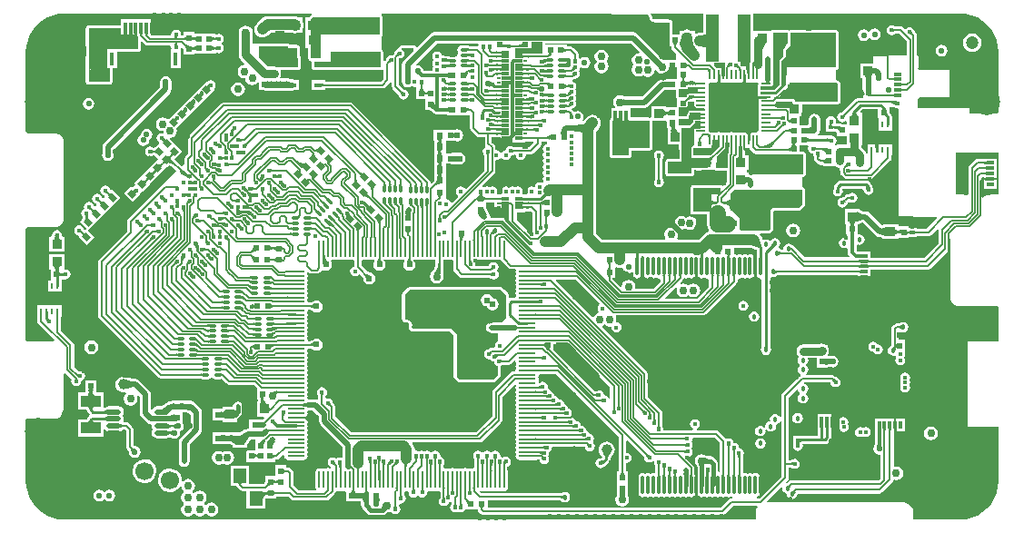
<source format=gtl>
G04 Layer_Physical_Order=1*
G04 Layer_Color=255*
%FSLAX25Y25*%
%MOIN*%
G70*
G01*
G75*
%ADD10C,0.00800*%
%ADD11C,0.00500*%
%ADD12C,0.00600*%
%ADD13C,0.01000*%
%ADD14C,0.01500*%
%ADD15C,0.02000*%
%ADD16C,0.01200*%
%ADD17C,0.04000*%
%ADD18C,0.00787*%
%ADD19C,0.03000*%
%ADD20C,0.00799*%
%ADD21R,0.03543X0.03543*%
%ADD22R,0.02362X0.01969*%
%ADD23R,0.00984X0.02165*%
%ADD24R,0.06693X0.03937*%
%ADD25R,0.00906X0.01181*%
%ADD26R,0.03543X0.03543*%
%ADD27R,0.02756X0.01181*%
%ADD28R,0.03937X0.01181*%
G04:AMPARAMS|DCode=29|XSize=78.74mil|YSize=13.78mil|CornerRadius=0mil|HoleSize=0mil|Usage=FLASHONLY|Rotation=135.000|XOffset=0mil|YOffset=0mil|HoleType=Round|Shape=Round|*
%AMOVALD29*
21,1,0.06496,0.01378,0.00000,0.00000,135.0*
1,1,0.01378,0.02297,-0.02297*
1,1,0.01378,-0.02297,0.02297*
%
%ADD29OVALD29*%

%ADD30O,0.09449X0.01378*%
%ADD31O,0.11811X0.01378*%
%ADD32O,0.07874X0.01378*%
%ADD33O,0.01378X0.03937*%
%ADD34O,0.01378X0.07874*%
%ADD35O,0.01378X0.03543*%
%ADD36O,0.01378X0.05512*%
%ADD37O,0.01378X0.04724*%
%ADD38O,0.01378X0.06299*%
%ADD39O,0.08268X0.01378*%
G04:AMPARAMS|DCode=40|XSize=78.74mil|YSize=13.78mil|CornerRadius=0mil|HoleSize=0mil|Usage=FLASHONLY|Rotation=45.000|XOffset=0mil|YOffset=0mil|HoleType=Round|Shape=Round|*
%AMOVALD40*
21,1,0.06496,0.01378,0.00000,0.00000,45.0*
1,1,0.01378,-0.02297,-0.02297*
1,1,0.01378,0.02297,0.02297*
%
%ADD40OVALD40*%

%ADD41R,0.05984X0.06299*%
%ADD42C,0.04724*%
%ADD43R,0.01969X0.02362*%
%ADD44R,0.07480X0.04331*%
%ADD45O,0.03100X0.01200*%
%ADD46C,0.03937*%
%ADD47O,0.00787X0.03937*%
%ADD48O,0.03937X0.00787*%
G04:AMPARAMS|DCode=49|XSize=19.69mil|YSize=23.62mil|CornerRadius=0mil|HoleSize=0mil|Usage=FLASHONLY|Rotation=45.000|XOffset=0mil|YOffset=0mil|HoleType=Round|Shape=Rectangle|*
%AMROTATEDRECTD49*
4,1,4,0.00139,-0.01531,-0.01531,0.00139,-0.00139,0.01531,0.01531,-0.00139,0.00139,-0.01531,0.0*
%
%ADD49ROTATEDRECTD49*%

%ADD50R,0.01181X0.04331*%
%ADD51R,0.01654X0.05118*%
%ADD52R,0.01181X0.02756*%
%ADD53R,0.01181X0.03937*%
%ADD54R,0.17323X0.05118*%
%ADD55O,0.01200X0.03100*%
G04:AMPARAMS|DCode=56|XSize=31mil|YSize=12mil|CornerRadius=0mil|HoleSize=0mil|Usage=FLASHONLY|Rotation=315.000|XOffset=0mil|YOffset=0mil|HoleType=Round|Shape=Round|*
%AMOVALD56*
21,1,0.01900,0.01200,0.00000,0.00000,315.0*
1,1,0.01200,-0.00672,0.00672*
1,1,0.01200,0.00672,-0.00672*
%
%ADD56OVALD56*%

%ADD57O,0.06496X0.00787*%
%ADD58O,0.00787X0.06496*%
%ADD59C,0.01575*%
%ADD60R,0.02756X0.01575*%
%ADD61O,0.01083X0.07000*%
%ADD62R,0.04724X0.05512*%
%ADD63R,0.05118X0.17323*%
%ADD64R,0.01850X0.01969*%
%ADD65R,0.01772X0.00945*%
%ADD66R,0.02874X0.01378*%
%ADD67O,0.05315X0.02047*%
%ADD68R,0.03347X0.04724*%
%ADD69R,0.04724X0.03347*%
%ADD70R,0.01378X0.01378*%
%ADD71R,0.01378X0.01378*%
%ADD72C,0.03500*%
%ADD73C,0.06000*%
%ADD74C,0.00922*%
%ADD75C,0.00892*%
%ADD76C,0.00553*%
%ADD77R,0.01400X0.04800*%
%ADD78R,0.06000X0.03000*%
%ADD79R,0.10200X0.01900*%
%ADD80R,0.04400X0.03900*%
%ADD81R,0.06000X0.02000*%
%ADD82R,0.01400X0.01000*%
%ADD83R,0.03012X0.07500*%
%ADD84C,0.09843*%
%ADD85C,0.06693*%
%ADD86R,0.15748X0.15748*%
G04:AMPARAMS|DCode=87|XSize=236.22mil|YSize=236.22mil|CornerRadius=0mil|HoleSize=0mil|Usage=FLASHONLY|Rotation=0.000|XOffset=0mil|YOffset=0mil|HoleType=Round|Shape=RoundedRectangle|*
%AMROUNDEDRECTD87*
21,1,0.23622,0.23622,0,0,0.0*
21,1,0.23622,0.23622,0,0,0.0*
1,1,0.00000,0.11811,-0.11811*
1,1,0.00000,-0.11811,-0.11811*
1,1,0.00000,-0.11811,0.11811*
1,1,0.00000,0.11811,0.11811*
%
%ADD87ROUNDEDRECTD87*%
%ADD88C,0.01600*%
%ADD89C,0.02200*%
%ADD90C,0.03000*%
%ADD91C,0.01800*%
%ADD92C,0.02400*%
%ADD93C,0.02000*%
%ADD94C,0.01799*%
%ADD95C,0.01969*%
G36*
X259580Y90662D02*
X259080Y90647D01*
X258840Y91410D01*
X259818Y91417D01*
X259580Y90662D01*
D02*
G37*
G36*
X235947Y90654D02*
X235447D01*
X235198Y91417D01*
X236195D01*
X235947Y90654D01*
D02*
G37*
G36*
X238047Y91242D02*
X237798Y90611D01*
X237298Y90733D01*
X237167Y91417D01*
X238047Y91242D01*
D02*
G37*
G36*
X189119Y91225D02*
Y90725D01*
X188476Y90616D01*
Y91334D01*
X189119Y91225D01*
D02*
G37*
G36*
X239884Y90654D02*
X239384D01*
X239135Y91417D01*
X240132D01*
X239884Y90654D01*
D02*
G37*
G36*
X255632D02*
X255132D01*
X254883Y91417D01*
X255880D01*
X255632Y90654D01*
D02*
G37*
G36*
X257600D02*
X257100D01*
X256852Y91417D01*
X257849D01*
X257600Y90654D01*
D02*
G37*
G36*
X241852D02*
X241352D01*
X241104Y91417D01*
X242101D01*
X241852Y90654D01*
D02*
G37*
G36*
X253663D02*
X253163D01*
X252915Y91417D01*
X253912D01*
X253663Y90654D01*
D02*
G37*
G36*
X62812Y91393D02*
X62930Y91299D01*
X62907Y91277D01*
X63084Y91060D01*
X62377Y90353D01*
X62160Y90530D01*
X62138Y90508D01*
X62044Y90625D01*
X61511Y91061D01*
X62377Y91927D01*
X62812Y91393D01*
D02*
G37*
G36*
X189165Y84976D02*
Y84376D01*
X188476Y84317D01*
Y85036D01*
X189165Y84976D01*
D02*
G37*
G36*
Y86551D02*
Y85951D01*
X188476Y85892D01*
Y86611D01*
X189165Y86551D01*
D02*
G37*
G36*
X189818Y80967D02*
X189285Y81027D01*
Y82027D01*
X189818Y82087D01*
Y80967D01*
D02*
G37*
G36*
X189165Y83401D02*
Y82801D01*
X188476Y82742D01*
Y83460D01*
X189165Y83401D01*
D02*
G37*
G36*
X191125Y87268D02*
X190523Y87426D01*
X190517Y88226D01*
X191118Y88388D01*
X191125Y87268D01*
D02*
G37*
G36*
X247728Y97161D02*
X247905Y95359D01*
Y91624D01*
X248025Y91023D01*
X248365Y90513D01*
X248875Y90172D01*
X249476Y90052D01*
X250078Y90172D01*
X250461Y90428D01*
X250844Y90172D01*
X251445Y90052D01*
X251752Y90114D01*
X252139Y89797D01*
Y87059D01*
X247705Y82625D01*
X236336D01*
X236144Y83086D01*
X239969Y86911D01*
X240410Y86675D01*
X240216Y85699D01*
X240410Y84724D01*
X240962Y83897D01*
X241789Y83344D01*
X242765Y83150D01*
X243740Y83344D01*
X244565Y83895D01*
X245389Y83344D01*
X246365Y83150D01*
X247340Y83344D01*
X248167Y83897D01*
X248720Y84724D01*
X248914Y85699D01*
X248720Y86675D01*
X248167Y87502D01*
X247340Y88054D01*
X246365Y88248D01*
X245389Y88054D01*
X244565Y87503D01*
X243740Y88054D01*
X242765Y88248D01*
X241789Y88054D01*
X241789Y88054D01*
D01*
X241553Y88495D01*
X242504Y89446D01*
X242780Y89859D01*
X242780Y89859D01*
Y89859D01*
X242969Y90172D01*
Y90172D01*
D01*
X243571Y90052D01*
X244172Y90172D01*
X244555Y90428D01*
X244938Y90172D01*
X245539Y90052D01*
X246141Y90172D01*
X246651Y90513D01*
X246991Y91023D01*
X247111Y91624D01*
Y97211D01*
X247263Y97344D01*
X247728Y97161D01*
D02*
G37*
G36*
X127518Y91283D02*
X126330Y90095D01*
X125938Y91109D01*
X126504Y91675D01*
X127518Y91283D01*
D02*
G37*
G36*
X189165Y89701D02*
Y89101D01*
X188476Y89042D01*
Y89761D01*
X189165Y89701D01*
D02*
G37*
G36*
X228301Y97950D02*
X228220Y97541D01*
Y91624D01*
X228339Y91023D01*
X228680Y90513D01*
X229190Y90172D01*
X229791Y90052D01*
X230393Y90172D01*
X230776Y90428D01*
X231158Y90172D01*
X231760Y90052D01*
X232361Y90172D01*
X232744Y90428D01*
X233127Y90172D01*
X233728Y90052D01*
X234036Y90114D01*
X234422Y89797D01*
Y88838D01*
X231809Y86225D01*
X225417D01*
X225100Y86611D01*
X225197Y87100D01*
X225003Y88076D01*
X224450Y88902D01*
X223623Y89455D01*
X222648Y89649D01*
X221673Y89455D01*
X220846Y88902D01*
X220293Y88076D01*
X220107Y87142D01*
X219629Y86997D01*
X216836Y89790D01*
Y90298D01*
X217742D01*
Y93913D01*
X218145Y94182D01*
X218210Y94169D01*
X218715Y93960D01*
X219498Y93857D01*
X220282Y93960D01*
X220699Y93737D01*
X220770Y93381D01*
X220937Y93130D01*
X221867Y92700D01*
Y92263D01*
X221929Y92222D01*
X222748Y92059D01*
X223567Y92222D01*
X223842Y92405D01*
X224283Y92169D01*
Y91624D01*
X224402Y91023D01*
X224743Y90513D01*
X225253Y90172D01*
X225854Y90052D01*
X226456Y90172D01*
X226966Y90513D01*
X227306Y91023D01*
X227426Y91624D01*
Y97541D01*
X227384Y97753D01*
Y98336D01*
X227984D01*
X228301Y97950D01*
D02*
G37*
G36*
X261537Y90654D02*
X261037D01*
X260789Y91417D01*
X261786D01*
X261537Y90654D01*
D02*
G37*
G36*
X215811Y95410D02*
X215311D01*
X215061Y95922D01*
X216061D01*
X215811Y95410D01*
D02*
G37*
G36*
X111629Y96380D02*
X110375Y95420D01*
X110369Y96812D01*
X111169Y97040D01*
X111629Y96380D01*
D02*
G37*
G36*
X311101Y94789D02*
Y94189D01*
X310501Y93910D01*
Y95067D01*
X311101Y94789D01*
D02*
G37*
G36*
X67266Y95847D02*
X67384Y95753D01*
X67361Y95731D01*
X67538Y95514D01*
X66831Y94807D01*
X66614Y94984D01*
X66592Y94962D01*
X66498Y95079D01*
X65965Y95515D01*
X66831Y96381D01*
X67266Y95847D01*
D02*
G37*
G36*
X164913Y96100D02*
X163937Y95593D01*
X163912Y96514D01*
X164712Y96610D01*
X164913Y96100D01*
D02*
G37*
G36*
X131541Y97062D02*
X132078Y96032D01*
X130398Y96047D01*
X130941Y97067D01*
X131541Y97062D01*
D02*
G37*
G36*
X173217Y96946D02*
X173761Y96838D01*
X174304Y96946D01*
X174548Y97109D01*
X174791Y96946D01*
X175335Y96838D01*
X175707Y96912D01*
X175732Y96895D01*
Y96895D01*
X175732Y96895D01*
X176008Y96482D01*
X178608Y93881D01*
X179022Y93605D01*
X179510Y93508D01*
X181084D01*
X181306Y93094D01*
X181197Y92550D01*
X181306Y92006D01*
X181468Y91763D01*
X181306Y91519D01*
X181197Y90975D01*
X181306Y90431D01*
X181468Y90188D01*
X181306Y89945D01*
X181197Y89401D01*
X181306Y88857D01*
X181468Y88614D01*
X181306Y88370D01*
X181197Y87826D01*
X181306Y87282D01*
X181468Y87039D01*
X181306Y86795D01*
X181197Y86251D01*
X181306Y85707D01*
X181468Y85464D01*
X181306Y85220D01*
X181197Y84676D01*
X181306Y84132D01*
X181468Y83889D01*
X181306Y83645D01*
X181197Y83101D01*
X181161Y83057D01*
X179693D01*
X179108Y82940D01*
X178998Y82867D01*
X178557Y83103D01*
Y84100D01*
X178479Y84490D01*
X178258Y84821D01*
X177158Y85921D01*
X176358Y86721D01*
X176028Y86942D01*
X175637Y87020D01*
X142437D01*
X142047Y86942D01*
X141716Y86721D01*
X141616Y86621D01*
X139816Y84821D01*
X139595Y84490D01*
X139518Y84100D01*
Y75179D01*
X139528Y75129D01*
X139523Y75079D01*
X139566Y74936D01*
X139595Y74788D01*
X139623Y74747D01*
X139638Y74698D01*
X139733Y74582D01*
X139816Y74458D01*
X139858Y74430D01*
X139891Y74391D01*
X140277Y74073D01*
X140322Y74050D01*
X140357Y74014D01*
X140496Y73956D01*
X140628Y73886D01*
X140678Y73881D01*
X140725Y73861D01*
X140875D01*
X141024Y73847D01*
X141072Y73861D01*
X141123D01*
X141300Y73897D01*
X141644Y73828D01*
X141935Y73634D01*
X142129Y73343D01*
X142198Y72999D01*
X142117Y72594D01*
X142107Y72569D01*
X142036Y72437D01*
X142031Y72387D01*
X142012Y72340D01*
Y72190D01*
X141997Y72041D01*
X142012Y71993D01*
Y71942D01*
X142069Y71804D01*
X142113Y71660D01*
X142348Y71219D01*
X142443Y71104D01*
X142526Y70979D01*
X142569Y70951D01*
X142601Y70912D01*
X142733Y70841D01*
X142857Y70758D01*
X142907Y70748D01*
X142951Y70724D01*
X143101Y70710D01*
X143247Y70680D01*
X157115D01*
X158518Y69278D01*
Y54000D01*
X158595Y53610D01*
X158816Y53279D01*
X159916Y52179D01*
X160247Y51958D01*
X160637Y51880D01*
X172937D01*
X173328Y51958D01*
X173658Y52179D01*
X175358Y53879D01*
X175579Y54210D01*
X175657Y54600D01*
Y57957D01*
X175653Y57975D01*
X175802Y58004D01*
X176304Y58340D01*
X176307Y58338D01*
Y58338D01*
X176395Y58375D01*
X178700D01*
X179207Y58475D01*
X179637Y58763D01*
X180798Y59923D01*
X181239Y59688D01*
X181197Y59479D01*
X181306Y58935D01*
X181468Y58692D01*
X181306Y58449D01*
X181197Y57905D01*
X181306Y57362D01*
X181468Y57118D01*
X181306Y56874D01*
X181197Y56330D01*
X180993Y56081D01*
X180230D01*
X179723Y55980D01*
X179293Y55692D01*
X172993Y49392D01*
X172705Y48962D01*
X172604Y48455D01*
Y39617D01*
X166644Y33656D01*
X120882D01*
X115190Y39348D01*
Y42868D01*
X115089Y43375D01*
X114802Y43805D01*
X114279Y44328D01*
X114124Y44690D01*
X114045Y45085D01*
X113647Y45680D01*
X113052Y46078D01*
X112350Y46218D01*
X111905Y46130D01*
X111518Y46447D01*
Y46927D01*
X111665Y47293D01*
X111889Y47628D01*
X112028Y48331D01*
X111889Y49033D01*
X111491Y49628D01*
X110895Y50026D01*
X110193Y50166D01*
X109491Y50026D01*
X108895Y49628D01*
X108497Y49033D01*
X108358Y48331D01*
X108497Y47628D01*
X108721Y47293D01*
X108867Y46927D01*
Y45932D01*
X108482Y45615D01*
X107701Y45770D01*
X104950D01*
X104713Y46211D01*
X104798Y46338D01*
X104906Y46881D01*
X104798Y47425D01*
X104635Y47669D01*
X104798Y47912D01*
X104906Y48456D01*
X104798Y49000D01*
X104635Y49244D01*
X104798Y49488D01*
X104906Y50031D01*
X104798Y50575D01*
X104635Y50818D01*
X104798Y51061D01*
X104906Y51605D01*
X104798Y52149D01*
X104635Y52393D01*
X104798Y52636D01*
X104906Y53180D01*
X104798Y53724D01*
X104635Y53968D01*
X104798Y54211D01*
X104906Y54755D01*
X104798Y55299D01*
X104635Y55543D01*
X104798Y55787D01*
X104906Y56330D01*
X104798Y56874D01*
X104635Y57118D01*
X104798Y57362D01*
X104906Y57905D01*
X104798Y58449D01*
X104635Y58692D01*
X104798Y58935D01*
X104906Y59479D01*
X104798Y60023D01*
X104635Y60267D01*
X104798Y60510D01*
X104906Y61054D01*
X104798Y61598D01*
X104635Y61842D01*
X104798Y62085D01*
X104906Y62629D01*
X104798Y63173D01*
X104635Y63417D01*
X104798Y63661D01*
X104906Y64204D01*
X105111Y64454D01*
X105896D01*
Y64448D01*
X105941Y64454D01*
X106096D01*
X106885Y64059D01*
X107334Y63758D01*
X108193Y63588D01*
X109051Y63758D01*
X109779Y64245D01*
X110265Y64972D01*
X110436Y65831D01*
X110265Y66689D01*
X109779Y67417D01*
X109051Y67903D01*
X108193Y68074D01*
X107334Y67903D01*
X106607Y67417D01*
X106604Y67413D01*
X106145Y67159D01*
X105896Y67110D01*
Y67105D01*
X105110D01*
X104906Y67353D01*
X104798Y67897D01*
X104635Y68141D01*
X104798Y68384D01*
X104906Y68928D01*
X104798Y69472D01*
X104635Y69716D01*
X104798Y69959D01*
X104906Y70503D01*
X104798Y71047D01*
X104635Y71291D01*
X104798Y71535D01*
X104906Y72078D01*
X104798Y72622D01*
X104635Y72866D01*
X104798Y73110D01*
X104906Y73653D01*
X104798Y74197D01*
X104635Y74440D01*
X104798Y74683D01*
X104906Y75227D01*
X104798Y75771D01*
X104635Y76015D01*
X104798Y76258D01*
X104906Y76802D01*
X104798Y77346D01*
X104635Y77590D01*
X104798Y77833D01*
X104906Y78377D01*
X105111Y78627D01*
X105727D01*
Y78626D01*
X106168Y78539D01*
X106414Y78394D01*
X106582Y78282D01*
X106607Y78245D01*
X107334Y77758D01*
X108193Y77588D01*
X109051Y77758D01*
X109779Y78245D01*
X110265Y78972D01*
X110436Y79831D01*
X110265Y80689D01*
X109779Y81417D01*
X109051Y81903D01*
X108193Y82074D01*
X107334Y81903D01*
X106998Y81678D01*
X106995Y81678D01*
X106136Y81278D01*
X105788D01*
X105727Y81286D01*
Y81278D01*
X105111D01*
X104906Y81527D01*
X104798Y82071D01*
X104635Y82314D01*
X104798Y82557D01*
X104906Y83101D01*
X104798Y83645D01*
X104635Y83889D01*
X104798Y84132D01*
X104906Y84676D01*
X104798Y85220D01*
X104635Y85464D01*
X104798Y85707D01*
X104906Y86251D01*
X104798Y86795D01*
X104635Y87039D01*
X104798Y87282D01*
X104906Y87826D01*
X104798Y88370D01*
X104635Y88614D01*
X104798Y88857D01*
X104906Y89401D01*
X104798Y89945D01*
X104635Y90188D01*
X104798Y90431D01*
X104906Y90975D01*
X104798Y91519D01*
X104635Y91763D01*
X104798Y92006D01*
X104833Y92185D01*
X105312Y92330D01*
X105450Y92191D01*
X105864Y91915D01*
X106352Y91818D01*
X108352D01*
X108839Y91915D01*
X109253Y92191D01*
X109393Y92331D01*
X109693D01*
X109543Y92481D01*
X110095Y93033D01*
X110315Y93363D01*
X110693Y93110D01*
X111552Y92940D01*
X112410Y93110D01*
X113138Y93597D01*
X113624Y94324D01*
X113795Y95183D01*
X113624Y96041D01*
X113328Y96484D01*
X113606Y96900D01*
X113918Y96838D01*
X114461Y96946D01*
X114705Y97109D01*
X114949Y96946D01*
X115493Y96838D01*
X116036Y96946D01*
X116280Y97109D01*
X116524Y96946D01*
X117068Y96838D01*
X117611Y96946D01*
X117855Y97109D01*
X118099Y96946D01*
X118643Y96838D01*
X119186Y96946D01*
X119430Y97109D01*
X119673Y96946D01*
X120217Y96838D01*
X120760Y96946D01*
X121004Y97109D01*
X121248Y96946D01*
X121792Y96838D01*
X121939Y96717D01*
Y94528D01*
X121647Y94470D01*
X121052Y94072D01*
X120654Y93476D01*
X120514Y92774D01*
X120654Y92072D01*
X121052Y91476D01*
X121647Y91079D01*
X122350Y90939D01*
X123052Y91079D01*
X123647Y91476D01*
X124075Y91518D01*
X125072Y90522D01*
X125335Y89841D01*
X125458Y89224D01*
X125944Y88497D01*
X126672Y88010D01*
X127530Y87840D01*
X128388Y88010D01*
X129116Y88497D01*
X129602Y89224D01*
X129773Y90083D01*
X129602Y90941D01*
X129116Y91669D01*
X128388Y92155D01*
X127771Y92278D01*
X127090Y92541D01*
X124794Y94837D01*
Y96717D01*
X124942Y96838D01*
X125485Y96946D01*
X125729Y97109D01*
X125973Y96946D01*
X126517Y96838D01*
X127060Y96946D01*
X127304Y97109D01*
X127547Y96946D01*
X128091Y96838D01*
X128634Y96946D01*
X128778Y97042D01*
X129256Y96897D01*
X129437Y96459D01*
X129158Y96041D01*
X128987Y95183D01*
X129158Y94324D01*
X129644Y93597D01*
X130371Y93110D01*
X131230Y92940D01*
X132088Y93110D01*
X132816Y93597D01*
X133302Y94324D01*
X133473Y95183D01*
X133302Y96041D01*
X132940Y96583D01*
X132811Y96831D01*
X132816Y96838D01*
X133359Y96946D01*
X133603Y97109D01*
X133847Y96946D01*
X134391Y96838D01*
X134934Y96946D01*
X135178Y97109D01*
X135421Y96946D01*
X135965Y96838D01*
X136508Y96946D01*
X136752Y97109D01*
X136996Y96946D01*
X137540Y96838D01*
X138083Y96946D01*
X138327Y97109D01*
X138571Y96946D01*
X139115Y96838D01*
X139658Y96946D01*
X139786Y97031D01*
X140265Y96886D01*
X140440Y96464D01*
X140158Y96041D01*
X139987Y95183D01*
X140158Y94324D01*
X140644Y93597D01*
X141372Y93110D01*
X142230Y92940D01*
X143088Y93110D01*
X143816Y93597D01*
X144302Y94324D01*
X144473Y95183D01*
X144302Y96041D01*
X143816Y96769D01*
X143811Y96801D01*
X143839Y96838D01*
X144382Y96946D01*
X144626Y97109D01*
X144870Y96946D01*
X145414Y96838D01*
X145957Y96946D01*
X146201Y97109D01*
X146445Y96946D01*
X146989Y96838D01*
X147532Y96946D01*
X147776Y97109D01*
X148020Y96946D01*
X148564Y96838D01*
X149107Y96946D01*
X149351Y97109D01*
X149595Y96946D01*
X150139Y96838D01*
X150682Y96946D01*
X150926Y97109D01*
X151169Y96946D01*
X151713Y96838D01*
X151860Y96717D01*
Y95876D01*
X151713Y94759D01*
X151226Y93583D01*
X150526Y92671D01*
X150422Y92602D01*
X149870Y91775D01*
X149675Y90799D01*
X149870Y89824D01*
X150422Y88997D01*
X151249Y88444D01*
X152224Y88250D01*
X153200Y88444D01*
X154027Y88997D01*
X154579Y89824D01*
X154773Y90799D01*
X154639Y91477D01*
X154715Y91862D01*
Y92117D01*
X154721Y92159D01*
X154715D01*
Y93922D01*
X154737Y94090D01*
X154715D01*
Y95923D01*
X154725Y96022D01*
X154715D01*
Y96717D01*
X154863Y96838D01*
X155406Y96946D01*
X155650Y97109D01*
X155894Y96946D01*
X156438Y96838D01*
X156981Y96946D01*
X157225Y97109D01*
X157469Y96946D01*
X158013Y96838D01*
X158312Y96592D01*
Y93490D01*
X158409Y93002D01*
X158685Y92589D01*
X160592Y90681D01*
X161006Y90405D01*
X161494Y90308D01*
X171739D01*
X172136Y90124D01*
X172491Y89887D01*
X173193Y89747D01*
X173895Y89887D01*
X174491Y90285D01*
X174889Y90880D01*
X175028Y91583D01*
X174889Y92285D01*
X174491Y92880D01*
X174447Y92909D01*
Y92985D01*
X174845Y93580D01*
X174985Y94283D01*
X174845Y94985D01*
X174447Y95580D01*
X173852Y95978D01*
X173150Y96118D01*
X172447Y95978D01*
X171852Y95580D01*
X171454Y94985D01*
X171379Y94608D01*
X166779D01*
X166461Y94995D01*
X166528Y95331D01*
X166388Y96033D01*
X165991Y96628D01*
X165988Y96630D01*
X165902Y96759D01*
X165887Y96838D01*
X165887D01*
X166430Y96946D01*
X166674Y97109D01*
X166917Y96946D01*
X167461Y96838D01*
X168004Y96946D01*
X168248Y97109D01*
X168492Y96946D01*
X169036Y96838D01*
X169579Y96946D01*
X169823Y97109D01*
X170067Y96946D01*
X170611Y96838D01*
X171154Y96946D01*
X171398Y97109D01*
X171642Y96946D01*
X172186Y96838D01*
X172729Y96946D01*
X172973Y97109D01*
X173217Y96946D01*
D02*
G37*
G36*
X307769Y95879D02*
X306969Y96057D01*
Y96857D01*
X307769Y97036D01*
Y95879D01*
D02*
G37*
G36*
X311101Y96700D02*
Y96100D01*
X310501Y95879D01*
X310489Y97000D01*
X311101Y96700D01*
D02*
G37*
G36*
X307769Y93910D02*
X306969Y94089D01*
Y94889D01*
X307769Y95067D01*
Y93910D01*
D02*
G37*
G36*
X172622Y91023D02*
X171953Y91333D01*
Y91833D01*
X172622Y92143D01*
Y91023D01*
D02*
G37*
G36*
X277046Y92770D02*
X277058Y92270D01*
X276305Y91885D01*
X276276Y93144D01*
X277046Y92770D01*
D02*
G37*
G36*
X215811Y90810D02*
X215311D01*
X215061Y91322D01*
X216061D01*
X215811Y90810D01*
D02*
G37*
G36*
X340597Y104592D02*
Y83465D01*
X340596D01*
X340715Y82559D01*
X341065Y81715D01*
X341621Y80991D01*
X342345Y80435D01*
X343189Y80085D01*
X344094Y79966D01*
Y79967D01*
X357842D01*
X357874Y79960D01*
X357874Y79960D01*
X358194Y79842D01*
X358317Y79546D01*
X358313Y79528D01*
Y66999D01*
X347265D01*
X347165Y66899D01*
X347165Y35599D01*
X358313D01*
Y15748D01*
X358330Y15664D01*
X358161Y13520D01*
X357639Y11347D01*
X356784Y9282D01*
X355616Y7377D01*
X354165Y5677D01*
X352466Y4226D01*
X350560Y3058D01*
X348496Y2203D01*
X346322Y1681D01*
X344178Y1513D01*
X344094Y1529D01*
X327559D01*
X327536Y1525D01*
X327239Y1648D01*
X327115Y1946D01*
X327120Y1969D01*
Y4331D01*
X327120D01*
X327001Y5236D01*
X326652Y6080D01*
X326096Y6804D01*
X325371Y7360D01*
X324528Y7710D01*
X323622Y7829D01*
Y7829D01*
X273504D01*
X273313Y8291D01*
X278647Y13625D01*
X279088Y13389D01*
X279011Y13000D01*
X279158Y12259D01*
X279578Y11630D01*
X280207Y11210D01*
X280732Y11106D01*
X280711Y11000D01*
X280858Y10259D01*
X281278Y9630D01*
X281907Y9210D01*
X282648Y9063D01*
X283389Y9210D01*
X284018Y9630D01*
X284438Y10259D01*
X284520Y10671D01*
X284707Y11040D01*
X284739Y11073D01*
X314645D01*
X314645Y11073D01*
X315191Y11181D01*
X315654Y11491D01*
X319513Y15349D01*
X319513Y15349D01*
X319699Y15627D01*
X319823Y15813D01*
X319907Y16238D01*
X320848Y16051D01*
X321824Y16245D01*
X322650Y16798D01*
X323203Y17625D01*
X323397Y18600D01*
X323203Y19576D01*
X322650Y20402D01*
X321824Y20955D01*
X320848Y21149D01*
X320318Y21044D01*
X319931Y21361D01*
Y33941D01*
X320094D01*
Y34915D01*
X320102Y34953D01*
X320094Y34991D01*
Y38697D01*
X312976D01*
Y36524D01*
X312936Y36319D01*
Y29252D01*
X312842Y28826D01*
X312570Y28419D01*
X312407Y27600D01*
X312570Y26781D01*
X313034Y26086D01*
X313729Y25622D01*
X314548Y25459D01*
X314721Y25493D01*
X315108Y25176D01*
Y16679D01*
X314357Y15927D01*
X282448D01*
X282448Y15927D01*
X281902Y15819D01*
X281439Y15509D01*
X280989Y15059D01*
X280619Y14872D01*
X280559Y14860D01*
X280323Y15301D01*
X280985Y15963D01*
X281273Y16393D01*
X281374Y16900D01*
Y20775D01*
X282145D01*
X282511Y20628D01*
X282846Y20404D01*
X283548Y20265D01*
X284250Y20404D01*
X284846Y20802D01*
X285244Y21398D01*
X285383Y22100D01*
X285244Y22802D01*
X284846Y23398D01*
X284250Y23796D01*
X283548Y23935D01*
X282846Y23796D01*
X282511Y23572D01*
X282145Y23426D01*
X281374D01*
Y46334D01*
X284324Y49284D01*
X284803Y49139D01*
X284858Y48859D01*
X285278Y48230D01*
X285473Y48100D01*
Y47600D01*
X285278Y47470D01*
X284858Y46841D01*
X284711Y46100D01*
X284858Y45359D01*
X285278Y44730D01*
X285907Y44310D01*
X286648Y44163D01*
X287389Y44310D01*
X288018Y44730D01*
X288438Y45359D01*
X288585Y46100D01*
X288438Y46841D01*
X288018Y47470D01*
X287823Y47600D01*
Y48100D01*
X288018Y48230D01*
X288438Y48859D01*
X288585Y49600D01*
X288438Y50341D01*
X288018Y50970D01*
X287389Y51390D01*
X286648Y51537D01*
X286623Y51583D01*
X286914Y51875D01*
X296739D01*
X296774Y51793D01*
X296852Y51398D01*
X297250Y50802D01*
X297846Y50404D01*
X298548Y50265D01*
X299250Y50404D01*
X299846Y50802D01*
X300244Y51398D01*
X300383Y52100D01*
X300244Y52802D01*
X299846Y53398D01*
X299250Y53796D01*
X298855Y53874D01*
X298493Y54029D01*
X298385Y54137D01*
X297955Y54425D01*
X297448Y54526D01*
X287824D01*
X287679Y55004D01*
X288018Y55230D01*
X288438Y55859D01*
X288585Y56600D01*
X288438Y57341D01*
X288018Y57970D01*
X287823Y58100D01*
Y58600D01*
X288018Y58730D01*
X288438Y59359D01*
X288585Y60100D01*
X288438Y60841D01*
X288442Y60850D01*
X291664D01*
Y59908D01*
X291609Y59632D01*
X291664Y59355D01*
Y57450D01*
X294582D01*
X294620Y57443D01*
X294658Y57450D01*
X294671D01*
X294706Y57446D01*
X294753Y57450D01*
X295632D01*
Y57525D01*
X296432Y57592D01*
X296877D01*
X297548Y57459D01*
X298367Y57622D01*
X299062Y58086D01*
X299526Y58781D01*
X299689Y59600D01*
X299526Y60419D01*
X299062Y61114D01*
X298367Y61578D01*
X297548Y61741D01*
X297194Y61671D01*
X296432D01*
X295632Y61738D01*
Y62038D01*
X296003Y62593D01*
X296197Y63569D01*
X296003Y64544D01*
X295632Y65099D01*
Y65750D01*
X294949D01*
X294492Y66055D01*
X293516Y66249D01*
X292541Y66055D01*
X292381Y65948D01*
X286800D01*
X285824Y65754D01*
X284998Y65202D01*
X284445Y64375D01*
X284251Y63399D01*
X284445Y62424D01*
X284998Y61597D01*
Y61597D01*
X284998D01*
X285081Y61175D01*
X284858Y60841D01*
X284711Y60100D01*
X284858Y59359D01*
X285278Y58730D01*
X285473Y58600D01*
Y58100D01*
X285278Y57970D01*
X284858Y57341D01*
X284711Y56600D01*
X284858Y55859D01*
X285278Y55230D01*
X285797Y54884D01*
Y54384D01*
X285428Y54137D01*
X279111Y47820D01*
X278823Y47390D01*
X278723Y46883D01*
Y39238D01*
X278238Y39141D01*
X277818Y39770D01*
X277189Y40190D01*
X276448Y40337D01*
X275707Y40190D01*
X275078Y39770D01*
X274658Y39141D01*
X274511Y38400D01*
X274578Y38064D01*
X274300Y37648D01*
X274007Y37590D01*
X273378Y37170D01*
X272958Y36541D01*
X272811Y35800D01*
X272863Y35536D01*
X272401Y35345D01*
X272318Y35470D01*
X271689Y35890D01*
X270948Y36037D01*
X270207Y35890D01*
X269578Y35470D01*
X269158Y34841D01*
X269011Y34100D01*
X269158Y33359D01*
X269578Y32730D01*
X270207Y32310D01*
X270948Y32163D01*
X271689Y32310D01*
X272318Y32730D01*
X272738Y33359D01*
X272885Y34100D01*
X272833Y34364D01*
X273295Y34555D01*
X273378Y34430D01*
X274007Y34010D01*
X274748Y33863D01*
X275489Y34010D01*
X276118Y34430D01*
X276538Y35059D01*
X276685Y35800D01*
X276618Y36136D01*
X276896Y36552D01*
X277189Y36610D01*
X277818Y37030D01*
X278238Y37659D01*
X278723Y37562D01*
Y22100D01*
Y17449D01*
X270599Y9325D01*
X269640D01*
X269591Y9823D01*
X269763Y9857D01*
X270273Y10198D01*
X270613Y10708D01*
X270733Y11309D01*
Y17226D01*
X270613Y17828D01*
X270273Y18338D01*
X269763Y18678D01*
X269161Y18798D01*
X268560Y18678D01*
X268177Y18422D01*
X267794Y18678D01*
X267193Y18798D01*
X266592Y18678D01*
X266209Y18422D01*
X265826Y18678D01*
X265224Y18798D01*
X264968Y18747D01*
X264581Y19064D01*
Y24316D01*
X264584D01*
X264581Y24334D01*
Y24826D01*
X264693Y25256D01*
X264741Y25328D01*
X264881Y26030D01*
X264741Y26733D01*
X264344Y27328D01*
X263748Y27726D01*
X263117Y27852D01*
X263123Y27878D01*
X262983Y28580D01*
X262585Y29176D01*
X261990Y29574D01*
X261287Y29713D01*
X261129Y29682D01*
X261015Y30260D01*
X260617Y30855D01*
X260021Y31253D01*
X259319Y31393D01*
X258617Y31253D01*
X258617Y31253D01*
X258617Y31253D01*
X258302Y31316D01*
X258288Y31337D01*
X255604Y34021D01*
X255174Y34308D01*
X254667Y34409D01*
X247765D01*
X247667Y34904D01*
X248262Y35302D01*
X248660Y35897D01*
X248800Y36599D01*
X248660Y37301D01*
X248262Y37897D01*
X247667Y38295D01*
X246965Y38434D01*
X246262Y38295D01*
X245667Y37897D01*
X245269Y37301D01*
X245129Y36599D01*
X245269Y35897D01*
X245667Y35302D01*
X246262Y34904D01*
X246164Y34409D01*
X235753D01*
X235528Y34683D01*
X235388Y35386D01*
X235165Y35721D01*
X235018Y36087D01*
Y40639D01*
X234917Y41146D01*
X234630Y41576D01*
X229768Y46438D01*
Y54834D01*
X229667Y55341D01*
X229380Y55771D01*
X212916Y72235D01*
X213040Y72644D01*
X213815Y73162D01*
X214589Y72644D01*
X215565Y72450D01*
X216019Y72541D01*
X216373Y72187D01*
X216358Y72110D01*
X216497Y71408D01*
X216895Y70812D01*
X217491Y70415D01*
X218193Y70275D01*
X218895Y70415D01*
X219491Y70812D01*
X219888Y71408D01*
X220028Y72110D01*
X219888Y72813D01*
X219491Y73408D01*
X218895Y73806D01*
X218193Y73945D01*
X218048Y74672D01*
X218113Y74999D01*
X217919Y75975D01*
X217880Y76034D01*
X218115Y76476D01*
X250036D01*
X250523Y76573D01*
X250937Y76849D01*
X262189Y88100D01*
X262465Y88514D01*
X262562Y89002D01*
Y89797D01*
X262948Y90114D01*
X263256Y90052D01*
X263857Y90172D01*
X264240Y90428D01*
X264623Y90172D01*
X265224Y90052D01*
X265826Y90172D01*
X266209Y90428D01*
X266592Y90172D01*
X267193Y90052D01*
X267794Y90172D01*
X268304Y90513D01*
X268645Y91023D01*
X268764Y91624D01*
Y97541D01*
X268645Y98143D01*
X268304Y98653D01*
X267794Y98993D01*
X267193Y99113D01*
X266592Y98993D01*
X266209Y98738D01*
X265826Y98993D01*
X265224Y99113D01*
X264623Y98993D01*
X264240Y98737D01*
X263857Y98993D01*
X263256Y99113D01*
X262654Y98993D01*
X262272Y98738D01*
X261889Y98993D01*
X261343Y99102D01*
Y101405D01*
X267318D01*
X267910Y101160D01*
X268084Y101137D01*
X269601Y100617D01*
Y97753D01*
X269558Y97541D01*
Y91624D01*
X269678Y91023D01*
X270019Y90513D01*
X270529Y90172D01*
X271130Y90052D01*
X271132Y90053D01*
X271519Y89736D01*
Y65241D01*
X271458Y64940D01*
X271258Y64641D01*
X271111Y63900D01*
X271258Y63159D01*
X271678Y62530D01*
X272307Y62110D01*
X273048Y61963D01*
X273789Y62110D01*
X274418Y62530D01*
X274838Y63159D01*
X274985Y63900D01*
X274838Y64641D01*
X274638Y64940D01*
X274577Y65241D01*
Y90382D01*
X274964Y90699D01*
X275648Y90563D01*
X276389Y90710D01*
X276852Y91019D01*
X277294Y91246D01*
X306757D01*
Y90930D01*
X311513D01*
Y92898D01*
Y93163D01*
X332353D01*
X332860Y93264D01*
X333291Y93551D01*
X339632Y99893D01*
X339919Y100323D01*
X340020Y100830D01*
Y104515D01*
X340482Y104706D01*
X340597Y104592D01*
D02*
G37*
G36*
X307781Y92020D02*
X307269Y92270D01*
Y92770D01*
X307781Y93020D01*
Y92020D01*
D02*
G37*
G36*
X173142Y93483D02*
X172498Y93207D01*
X172074Y93631D01*
X172350Y94275D01*
X173142Y93483D01*
D02*
G37*
G36*
X216061Y93243D02*
X215061D01*
X215311Y93755D01*
X215811D01*
X216061Y93243D01*
D02*
G37*
G36*
X189119Y92800D02*
Y92300D01*
X188476Y92191D01*
Y92909D01*
X189119Y92800D01*
D02*
G37*
G36*
X64917Y93674D02*
X65138Y93546D01*
X65052Y93461D01*
X65149Y93309D01*
X64583Y92743D01*
X64431Y92839D01*
X64346Y92754D01*
X64218Y92975D01*
X63720Y93290D01*
X64602Y94172D01*
X64917Y93674D01*
D02*
G37*
G36*
X85154Y80224D02*
X85437Y80117D01*
X85465Y79517D01*
X85154Y79386D01*
Y79217D01*
X84968Y79308D01*
X84825Y79248D01*
X84819Y79381D01*
X84542Y79517D01*
Y80117D01*
X84782Y80235D01*
X84777Y80367D01*
X84932Y80308D01*
X85154Y80417D01*
Y80224D01*
D02*
G37*
G36*
X176437Y85200D02*
X177537Y84100D01*
Y76400D01*
Y75500D01*
X176159Y74122D01*
X172330D01*
X171550Y73967D01*
X170888Y73525D01*
X170446Y72863D01*
X170291Y72083D01*
X170446Y71302D01*
X170888Y70641D01*
X171550Y70199D01*
X172330Y70043D01*
X174637D01*
Y66924D01*
X174195Y66628D01*
X173797Y66033D01*
X173658Y65331D01*
X173686Y65187D01*
X173369Y64800D01*
X172473D01*
X171926Y64692D01*
X171741Y64568D01*
X171463Y64382D01*
X171463Y64382D01*
X171171Y64090D01*
X170698Y63996D01*
X170102Y63598D01*
X169704Y63002D01*
X169565Y62300D01*
X169704Y61598D01*
X170102Y61002D01*
X170698Y60604D01*
X171400Y60465D01*
X171718Y60528D01*
X172002Y60102D01*
X172598Y59704D01*
X173291Y59566D01*
X173404Y58998D01*
X173802Y58402D01*
X174398Y58004D01*
X174637Y57957D01*
Y54600D01*
X172937Y52900D01*
X160637D01*
X159537Y54000D01*
Y69700D01*
X157537Y71700D01*
X143247D01*
X143012Y72141D01*
X143090Y72258D01*
X143237Y72999D01*
X143090Y73741D01*
X142670Y74369D01*
X142041Y74789D01*
X141300Y74936D01*
X140924Y74862D01*
X140537Y75179D01*
Y84100D01*
X142337Y85900D01*
X142437Y86000D01*
X175637D01*
X176437Y85200D01*
D02*
G37*
G36*
X182469Y54396D02*
X181781Y54455D01*
Y55055D01*
X182469Y55115D01*
Y54396D01*
D02*
G37*
G36*
X298540Y52900D02*
X297748Y52108D01*
X297472Y52752D01*
X297896Y53176D01*
X298540Y52900D01*
D02*
G37*
G36*
X182469Y52821D02*
X181781Y52880D01*
Y53480D01*
X182469Y53540D01*
Y52821D01*
D02*
G37*
G36*
X189165Y56630D02*
Y56030D01*
X188476Y55971D01*
Y56690D01*
X189165Y56630D01*
D02*
G37*
G36*
X190988Y60453D02*
X190433Y60654D01*
X190712Y61454D01*
X191301Y61528D01*
X190988Y60453D01*
D02*
G37*
G36*
X84753Y63402D02*
X83633D01*
X83893Y64052D01*
X84493D01*
X84753Y63402D01*
D02*
G37*
G36*
X189119Y58155D02*
Y57655D01*
X188476Y57546D01*
Y58264D01*
X189119Y58155D01*
D02*
G37*
G36*
X296620Y60632D02*
Y58631D01*
X294620Y58462D01*
Y60801D01*
X296620Y60632D01*
D02*
G37*
G36*
X190873Y49597D02*
X190325Y49631D01*
X189919Y50431D01*
X190454Y50636D01*
X190873Y49597D01*
D02*
G37*
G36*
X193088Y46308D02*
X192438Y46631D01*
X192471Y47131D01*
X193158Y47425D01*
X193088Y46308D01*
D02*
G37*
G36*
X189119Y47131D02*
Y46631D01*
X188476Y46522D01*
Y47240D01*
X189119Y47131D01*
D02*
G37*
G36*
X88235Y45927D02*
X87635D01*
X87335Y46539D01*
X88535D01*
X88235Y45927D01*
D02*
G37*
G36*
X215865Y50073D02*
Y46180D01*
X215387Y46035D01*
X214991Y46628D01*
X214395Y47026D01*
X213693Y47166D01*
X213579Y47280D01*
X213583Y47300D01*
X213444Y48002D01*
X213046Y48598D01*
X212450Y48996D01*
X211748Y49135D01*
X211046Y48996D01*
X210691Y48759D01*
X210331Y48592D01*
X195162Y63760D01*
Y65926D01*
X200012D01*
X215865Y50073D01*
D02*
G37*
G36*
X211177Y46740D02*
X210508Y47050D01*
Y47550D01*
X211177Y47860D01*
Y46740D01*
D02*
G37*
G36*
X191541Y47867D02*
X190923Y48206D01*
X191007Y48706D01*
X191717Y48973D01*
X191541Y47867D01*
D02*
G37*
G36*
X189119Y48706D02*
Y48206D01*
X188476Y48097D01*
Y48816D01*
X189119Y48706D01*
D02*
G37*
G36*
X110493Y47109D02*
X109893D01*
X109633Y47759D01*
X110753D01*
X110493Y47109D01*
D02*
G37*
G36*
X93715Y48173D02*
X93357Y47279D01*
X92255Y48381D01*
X93150Y48739D01*
X93715Y48173D01*
D02*
G37*
G36*
X189119Y64454D02*
Y63954D01*
X188476Y63845D01*
Y64564D01*
X189119Y64454D01*
D02*
G37*
G36*
X189165Y77102D02*
Y76502D01*
X188476Y76443D01*
Y77162D01*
X189165Y77102D01*
D02*
G37*
G36*
Y78677D02*
Y78077D01*
X188476Y78018D01*
Y78737D01*
X189165Y78677D01*
D02*
G37*
G36*
Y75527D02*
Y74927D01*
X188476Y74868D01*
Y75586D01*
X189165Y75527D01*
D02*
G37*
G36*
X211886Y80953D02*
X211837Y80455D01*
X211750Y80398D01*
X211352Y79802D01*
X211213Y79100D01*
X211352Y78398D01*
X211687Y77897D01*
X211496Y77435D01*
X211089Y77354D01*
X210262Y76802D01*
X209715Y75983D01*
X209217Y75934D01*
X195912Y89239D01*
X196104Y89701D01*
X203138D01*
X211886Y80953D01*
D02*
G37*
G36*
X107255Y79082D02*
X106286Y79652D01*
X106349Y80252D01*
X107425Y80753D01*
X107255Y79082D01*
D02*
G37*
G36*
X104323Y80252D02*
Y79652D01*
X103634Y79593D01*
Y80312D01*
X104323Y80252D01*
D02*
G37*
G36*
X189165D02*
Y79652D01*
X188476Y79593D01*
Y80312D01*
X189165Y80252D01*
D02*
G37*
G36*
X92017D02*
Y79652D01*
X91417Y79352D01*
Y80552D01*
X92017Y80252D01*
D02*
G37*
G36*
X97627Y79593D02*
X96939Y79652D01*
Y80252D01*
X97627Y80312D01*
Y79593D01*
D02*
G37*
G36*
X189119Y70753D02*
Y70253D01*
X188476Y70144D01*
Y70863D01*
X189119Y70753D01*
D02*
G37*
G36*
X273678Y64543D02*
X272418D01*
X272548Y65188D01*
X273548D01*
X273678Y64543D01*
D02*
G37*
G36*
X107373Y64955D02*
X106326Y65479D01*
X106299Y66079D01*
X107301Y66633D01*
X107373Y64955D01*
D02*
G37*
G36*
X193231Y64002D02*
X192731D01*
X192481Y64514D01*
X193481D01*
X193231Y64002D01*
D02*
G37*
G36*
X85152Y64500D02*
X84540Y64800D01*
Y65400D01*
X85152Y65700D01*
Y64500D01*
D02*
G37*
G36*
X92015Y65479D02*
X91415Y65179D01*
Y66072D01*
X92015Y66079D01*
Y65479D01*
D02*
G37*
G36*
X104323Y66079D02*
Y65479D01*
X103634Y65420D01*
Y66138D01*
X104323Y66079D01*
D02*
G37*
G36*
X189165D02*
Y65479D01*
X188476Y65420D01*
Y66138D01*
X189165Y66079D01*
D02*
G37*
G36*
X191812Y65317D02*
X191350Y65529D01*
Y66029D01*
X191812Y66242D01*
Y65317D01*
D02*
G37*
G36*
X97627Y65420D02*
X96939Y65479D01*
Y66079D01*
X97627Y66138D01*
Y65420D01*
D02*
G37*
G36*
X85083Y113664D02*
X85201Y113570D01*
X85178Y113548D01*
X85355Y113331D01*
X84648Y112624D01*
X84431Y112801D01*
X84409Y112778D01*
X84315Y112896D01*
X83782Y113332D01*
X84648Y114198D01*
X85083Y113664D01*
D02*
G37*
G36*
X192850Y112627D02*
X192050D01*
X191650Y113439D01*
X193250D01*
X192850Y112627D01*
D02*
G37*
G36*
X63982Y112530D02*
X63290Y112277D01*
X62936Y112630D01*
X63190Y113322D01*
X63982Y112530D01*
D02*
G37*
G36*
X156364Y112989D02*
X155703Y112340D01*
X155600Y113379D01*
X156123Y113455D01*
X156364Y112989D01*
D02*
G37*
G36*
X142624Y113530D02*
X140679D01*
X140838Y114883D01*
X142338Y114903D01*
X142624Y113530D01*
D02*
G37*
G36*
X256300Y123399D02*
Y121799D01*
X255600Y121099D01*
X253000D01*
Y118349D01*
X253241Y118231D01*
Y117431D01*
X253000Y117312D01*
Y114599D01*
X246400D01*
Y123400D01*
X256300Y123399D01*
D02*
G37*
G36*
X186630Y114669D02*
X186861Y114669D01*
X187375Y114155D01*
Y107749D01*
X187362Y107083D01*
X187364Y107073D01*
X187329Y106899D01*
X187421Y106438D01*
X186980Y106202D01*
X181612Y111571D01*
Y114453D01*
X184858D01*
Y114669D01*
X185580D01*
X185618Y114662D01*
X185621Y114662D01*
X185624Y114662D01*
X185661Y114669D01*
X186630D01*
Y114669D01*
D02*
G37*
G36*
X47802Y115317D02*
X47811Y115326D01*
X47848Y115280D01*
X48320Y114897D01*
X47449Y114025D01*
X47066Y114497D01*
X47019Y114534D01*
X47028Y114543D01*
X46740Y114897D01*
X47447Y115605D01*
X47802Y115317D01*
D02*
G37*
G36*
X79710Y115235D02*
X79911Y114723D01*
X79740D01*
X79764Y114468D01*
X79057D01*
X79077Y114677D01*
X78822Y114637D01*
X78989Y115157D01*
X78728Y115721D01*
X79332D01*
X79929Y115814D01*
X79710Y115235D01*
D02*
G37*
G36*
X69764Y112392D02*
X69411Y112039D01*
X68719Y112292D01*
X69511Y113084D01*
X69764Y112392D01*
D02*
G37*
G36*
X82884Y111274D02*
X83015Y111180D01*
X82982Y111135D01*
X83103Y110966D01*
X82634Y110651D01*
X82361Y110271D01*
X82125Y110523D01*
X81504Y111111D01*
X82424Y111920D01*
X82884Y111274D01*
D02*
G37*
G36*
X65584Y111534D02*
X65662Y111034D01*
X65041Y110697D01*
X64877Y111805D01*
X65584Y111534D01*
D02*
G37*
G36*
X43304Y110897D02*
X43318Y110911D01*
X43375Y110839D01*
X43861Y110443D01*
X42995Y109576D01*
X42598Y110061D01*
X42526Y110118D01*
X42540Y110132D01*
X42286Y110443D01*
X42993Y111150D01*
X43304Y110897D01*
D02*
G37*
G36*
X193010Y109854D02*
X191890D01*
X192050Y110456D01*
X192850D01*
X193010Y109854D01*
D02*
G37*
G36*
X308458Y113700D02*
Y111700D01*
X306458Y111040D01*
Y114560D01*
X308458Y113700D01*
D02*
G37*
G36*
X153908Y111871D02*
X152788D01*
X153098Y112540D01*
X153598D01*
X153908Y111871D01*
D02*
G37*
G36*
X170557Y113431D02*
X169142Y112017D01*
X167476Y114062D01*
X169420Y115830D01*
X170557Y113431D01*
D02*
G37*
G36*
X173213Y117819D02*
Y116244D01*
X174984D01*
Y116028D01*
X178757D01*
Y111263D01*
X178296Y111072D01*
X178294Y111072D01*
X177391Y111975D01*
X176978Y112251D01*
X176490Y112348D01*
X172197D01*
X171889Y112724D01*
X171734Y113504D01*
X171447Y113933D01*
X170432Y116075D01*
Y116987D01*
Y118017D01*
X173213D01*
Y117819D01*
D02*
G37*
G36*
X45694Y112939D02*
X45730Y112975D01*
X45784Y112881D01*
X46116Y112667D01*
X45984Y112537D01*
X46042Y112436D01*
X45476Y111871D01*
X45368Y111933D01*
X45223Y111791D01*
X45004Y112144D01*
X44938Y112183D01*
X44964Y112209D01*
X44681Y112666D01*
X45259Y113219D01*
X45694Y112939D01*
D02*
G37*
G36*
X87190Y115943D02*
X87412Y115814D01*
X87326Y115728D01*
X87420Y115580D01*
X86854Y115014D01*
X86706Y115108D01*
X86620Y115022D01*
X86491Y115244D01*
X85991Y115561D01*
X86873Y116443D01*
X87190Y115943D01*
D02*
G37*
G36*
X167488Y118791D02*
X166976Y119041D01*
Y119541D01*
X167488Y119791D01*
Y118791D01*
D02*
G37*
G36*
X169920Y119541D02*
Y119041D01*
X169408Y118791D01*
Y119791D01*
X169920Y119541D01*
D02*
G37*
G36*
X176458Y117973D02*
X177139Y118000D01*
Y117434D01*
X176458Y117461D01*
X175972Y117256D01*
Y118177D01*
X176458Y117973D01*
D02*
G37*
G36*
X52136Y119868D02*
X52157Y119888D01*
X52244Y119779D01*
X52768Y119351D01*
X51903Y118485D01*
X51474Y119009D01*
X51365Y119096D01*
X51386Y119117D01*
X51195Y119351D01*
X51901Y120059D01*
X52136Y119868D01*
D02*
G37*
G36*
X174225Y118831D02*
X173725Y119041D01*
Y119541D01*
X174225Y119752D01*
Y118831D01*
D02*
G37*
G36*
X91651Y120386D02*
X91883Y120251D01*
X91793Y120161D01*
X91874Y120034D01*
X91308Y119468D01*
X91180Y119549D01*
X91091Y119459D01*
X90956Y119691D01*
X90445Y120015D01*
X91327Y120897D01*
X91651Y120386D01*
D02*
G37*
G36*
X153497Y120020D02*
X152997D01*
X152747Y120532D01*
X153747D01*
X153497Y120020D01*
D02*
G37*
G36*
X176472Y119541D02*
Y119041D01*
X175972Y118831D01*
Y119752D01*
X176472Y119541D01*
D02*
G37*
G36*
X83877Y120066D02*
X84444D01*
X84220Y119583D01*
X84379Y119166D01*
X83873Y119178D01*
X83366D01*
X83529Y119595D01*
X83311Y120079D01*
X83877Y120066D01*
D02*
G37*
G36*
X186418Y118116D02*
Y117316D01*
X185618Y117256D01*
Y118177D01*
X186418Y118116D01*
D02*
G37*
G36*
X186118Y116392D02*
Y115892D01*
X185618Y115681D01*
Y116602D01*
X186118Y116392D01*
D02*
G37*
G36*
X76617Y117500D02*
X77255Y117125D01*
X76406Y116213D01*
X76011Y116788D01*
X75660Y116992D01*
X76452Y117784D01*
X76617Y117500D01*
D02*
G37*
G36*
X128021Y116698D02*
X126646Y115323D01*
X126272Y116364D01*
X126979Y117071D01*
X128021Y116698D01*
D02*
G37*
G36*
X183870Y115681D02*
X183370Y115892D01*
Y116392D01*
X183870Y116602D01*
Y115681D01*
D02*
G37*
G36*
X49973Y117494D02*
X50036Y117556D01*
X50129Y117395D01*
X50559Y117122D01*
X49678Y116241D01*
X49405Y116671D01*
X49244Y116764D01*
X49306Y116827D01*
X49130Y117104D01*
X49696Y117669D01*
X49973Y117494D01*
D02*
G37*
G36*
X89423Y118158D02*
X89655Y118024D01*
X89565Y117935D01*
X89647Y117806D01*
X89081Y117241D01*
X88952Y117322D01*
X88863Y117233D01*
X88728Y117464D01*
X88218Y117788D01*
X89100Y118670D01*
X89423Y118158D01*
D02*
G37*
G36*
X183870Y117256D02*
X183070Y117316D01*
Y118116D01*
X183870Y118177D01*
Y117256D01*
D02*
G37*
G36*
X57690Y117458D02*
X57700Y117376D01*
X57682D01*
X57640Y116961D01*
X56640D01*
X56597Y117376D01*
X56580D01*
X56589Y117458D01*
X56526Y118076D01*
X57753D01*
X57690Y117458D01*
D02*
G37*
G36*
X191412Y117102D02*
X190612Y117316D01*
Y118116D01*
X191412Y118517D01*
Y117102D01*
D02*
G37*
G36*
X74357Y110171D02*
X74312Y109208D01*
X73639Y109851D01*
X73878Y110320D01*
X74357Y110171D01*
D02*
G37*
G36*
X186518Y103660D02*
X185999Y102667D01*
X185686Y102932D01*
X186075Y103958D01*
X186518Y103660D01*
D02*
G37*
G36*
X68375Y103759D02*
X67571Y103331D01*
X67406Y103818D01*
X67819Y104113D01*
X68375Y103759D01*
D02*
G37*
G36*
X276384Y101983D02*
X275835Y101619D01*
X275128Y102326D01*
X275493Y102875D01*
X276384Y101983D01*
D02*
G37*
G36*
X312644Y106621D02*
X312934Y106186D01*
X313369Y105896D01*
X313456Y105808D01*
X314118Y105366D01*
X314898Y105211D01*
X314898Y105211D01*
X314899D01*
X316023Y104784D01*
Y104478D01*
X316997D01*
X317035Y104471D01*
X317050Y104474D01*
X317065Y104471D01*
X317096Y104478D01*
X321566D01*
Y104850D01*
X325532D01*
Y105212D01*
X325986D01*
X326024Y105205D01*
X326054Y105211D01*
X326085Y105206D01*
X326107Y105212D01*
X327296D01*
X327318Y105206D01*
X327348Y105211D01*
X327378Y105205D01*
X327416Y105212D01*
X328390D01*
Y105474D01*
X332596D01*
X332596Y105474D01*
X333142Y105582D01*
X333605Y105892D01*
X335948Y108235D01*
X336389Y107999D01*
X336369Y107900D01*
Y103049D01*
X331046Y97725D01*
X311513D01*
Y100016D01*
X309341D01*
X309135Y100057D01*
X306598D01*
X306233Y100422D01*
Y102262D01*
X306638Y102479D01*
X307380Y102331D01*
X308121Y102479D01*
X308749Y102899D01*
X309169Y103527D01*
X309317Y104269D01*
X309169Y105010D01*
X308749Y105638D01*
X308121Y106058D01*
X307380Y106206D01*
X307184Y106167D01*
X306798Y106484D01*
Y110028D01*
X307470D01*
Y110301D01*
X308562Y110661D01*
X308603D01*
X312644Y106621D01*
D02*
G37*
G36*
X271483Y101999D02*
X270776Y101292D01*
X268411Y102103D01*
X268840Y102532D01*
X268708Y102583D01*
X270193Y104068D01*
X270244Y103936D01*
X270673Y104365D01*
X271483Y101999D01*
D02*
G37*
G36*
X152072Y104116D02*
X151353D01*
X151463Y104759D01*
X151963D01*
X152072Y104116D01*
D02*
G37*
G36*
X158372D02*
X157653D01*
X157763Y104759D01*
X158263D01*
X158372Y104116D01*
D02*
G37*
G36*
X123713Y104736D02*
X123726Y104116D01*
X123007D01*
X123113Y104857D01*
X123713Y104736D01*
D02*
G37*
G36*
X150498Y104116D02*
X149779D01*
X149889Y104759D01*
X150389D01*
X150498Y104116D01*
D02*
G37*
G36*
X71720Y100301D02*
X71838Y100207D01*
X71815Y100185D01*
X71992Y99968D01*
X71285Y99261D01*
X71068Y99438D01*
X71046Y99415D01*
X70952Y99533D01*
X70419Y99969D01*
X71285Y100835D01*
X71720Y100301D01*
D02*
G37*
G36*
X163037Y97421D02*
X162437D01*
X162377Y98110D01*
X163096D01*
X163037Y97421D01*
D02*
G37*
G36*
X159837Y97467D02*
X159337D01*
X159227Y98110D01*
X159946D01*
X159837Y97467D01*
D02*
G37*
G36*
X69380Y98115D02*
X69612Y97980D01*
X69522Y97890D01*
X69603Y97763D01*
X69037Y97197D01*
X68910Y97278D01*
X68820Y97188D01*
X68685Y97420D01*
X68174Y97744D01*
X69056Y98626D01*
X69380Y98115D01*
D02*
G37*
G36*
X131541Y97421D02*
X130941D01*
X130881Y98110D01*
X131600D01*
X131541Y97421D01*
D02*
G37*
G36*
X177160Y97467D02*
X176660D01*
X176550Y98110D01*
X177269D01*
X177160Y97467D01*
D02*
G37*
G36*
X278597Y99634D02*
X278445Y98834D01*
X277722Y98655D01*
X277932Y99897D01*
X278597Y99634D01*
D02*
G37*
G36*
X248958Y101205D02*
X249830Y99932D01*
X249123Y99225D01*
X248398Y99722D01*
X247448Y100205D01*
X248653Y101804D01*
X248958Y101205D01*
D02*
G37*
G36*
X259818Y97748D02*
X258820D01*
X259069Y98511D01*
X259569D01*
X259818Y97748D01*
D02*
G37*
G36*
X259569Y98610D02*
X259069D01*
X258819Y99122D01*
X259819D01*
X259569Y98610D01*
D02*
G37*
G36*
X166246Y104116D02*
X165527D01*
X165637Y104759D01*
X166137D01*
X166246Y104116D01*
D02*
G37*
G36*
X141952Y106655D02*
X141352D01*
X141052Y107255D01*
X142252D01*
X141952Y106655D01*
D02*
G37*
G36*
X189225Y107697D02*
X188382Y107063D01*
X188400Y107991D01*
X188900Y108134D01*
X189225Y107697D01*
D02*
G37*
G36*
X321354Y107431D02*
Y106632D01*
X320542Y106231D01*
Y107832D01*
X321354Y107431D01*
D02*
G37*
G36*
X173541Y106774D02*
X172880Y106439D01*
X172315Y107005D01*
X172650Y107665D01*
X173541Y106774D01*
D02*
G37*
G36*
X123713Y107511D02*
X123113Y107455D01*
X122821Y108364D01*
X124004Y108419D01*
X123713Y107511D01*
D02*
G37*
G36*
X80515Y109250D02*
X80747Y109116D01*
X80657Y109027D01*
X80739Y108898D01*
X80173Y108333D01*
X80044Y108414D01*
X79955Y108325D01*
X79821Y108556D01*
X79310Y108880D01*
X80192Y109762D01*
X80515Y109250D01*
D02*
G37*
G36*
X190910Y109154D02*
X189790D01*
X189950Y109756D01*
X190750D01*
X190910Y109154D01*
D02*
G37*
G36*
X286300Y117279D02*
X285100Y116079D01*
X275679D01*
X274800Y115200D01*
Y108200D01*
X274100Y107500D01*
X264200D01*
X263400Y108300D01*
Y112400D01*
X259850Y115950D01*
X259830Y117093D01*
X259145Y117431D01*
Y118231D01*
X259806Y118556D01*
X259800Y118900D01*
X259900Y119364D01*
Y121000D01*
X261500Y122600D01*
X286300D01*
Y117279D01*
D02*
G37*
G36*
X192850Y108110D02*
X192050D01*
X191890Y108711D01*
X193010D01*
X192850Y108110D01*
D02*
G37*
G36*
X328178Y107301D02*
Y106501D01*
X327378Y106224D01*
Y107578D01*
X328178Y107301D01*
D02*
G37*
G36*
X174120Y104116D02*
X173401D01*
X173511Y104759D01*
X174011D01*
X174120Y104116D01*
D02*
G37*
G36*
X175694D02*
X174975D01*
X175085Y104759D01*
X175585D01*
X175694Y104116D01*
D02*
G37*
G36*
X167820D02*
X167101D01*
X167211Y104759D01*
X167711D01*
X167820Y104116D01*
D02*
G37*
G36*
X169395D02*
X168676D01*
X168786Y104759D01*
X169286D01*
X169395Y104116D01*
D02*
G37*
G36*
X162057Y105460D02*
X161562Y104570D01*
X160762Y104766D01*
X160420Y105835D01*
X162057Y105460D01*
D02*
G37*
G36*
X171262Y106633D02*
X171011Y105949D01*
X170211Y106031D01*
X170007Y106748D01*
X171262Y106633D01*
D02*
G37*
G36*
X326024Y106224D02*
X325224Y106501D01*
Y107301D01*
X326024Y107578D01*
Y106224D01*
D02*
G37*
G36*
X317035Y105490D02*
X315035Y106250D01*
Y108250D01*
X317035Y109010D01*
Y105490D01*
D02*
G37*
G36*
X73194Y106244D02*
X73290Y105886D01*
X72170D01*
X72265Y106244D01*
X72106Y106952D01*
X73353D01*
X73194Y106244D01*
D02*
G37*
G36*
X189119Y45556D02*
Y45056D01*
X188476Y44947D01*
Y45665D01*
X189119Y45556D01*
D02*
G37*
G36*
X237965Y18989D02*
X237365D01*
X237105Y19640D01*
X238225D01*
X237965Y18989D01*
D02*
G37*
G36*
X115852Y19275D02*
X115133D01*
X115243Y19917D01*
X115743D01*
X115852Y19275D01*
D02*
G37*
G36*
X252048Y19114D02*
X251945Y18591D01*
X250945Y19067D01*
X250983Y19461D01*
X252048Y19114D01*
D02*
G37*
G36*
X96520Y19699D02*
Y19099D01*
X95908Y18799D01*
Y19999D01*
X96520Y19699D01*
D02*
G37*
G36*
X117427Y19275D02*
X116708D01*
X116818Y19917D01*
X117318D01*
X117427Y19275D01*
D02*
G37*
G36*
X133175D02*
X132456D01*
X132566Y19917D01*
X133066D01*
X133175Y19275D01*
D02*
G37*
G36*
X148923D02*
X148204D01*
X148314Y19917D01*
X148814D01*
X148923Y19275D01*
D02*
G37*
G36*
X123726D02*
X123007D01*
X123067Y19963D01*
X123667D01*
X123726Y19275D01*
D02*
G37*
G36*
X131600D02*
X130881D01*
X130943Y19867D01*
X131443Y19949D01*
X131600Y19275D01*
D02*
G37*
G36*
X220993Y18209D02*
X219793D01*
X220093Y18821D01*
X220693D01*
X220993Y18209D01*
D02*
G37*
G36*
X238164Y17433D02*
X237167D01*
X237365Y18263D01*
X237965D01*
X238164Y17433D01*
D02*
G37*
G36*
X239985Y18049D02*
X240132Y17433D01*
X239135D01*
X239283Y18049D01*
X239074Y18571D01*
X240194D01*
X239985Y18049D01*
D02*
G37*
G36*
X234227Y17433D02*
X233230D01*
X233428Y18263D01*
X234028D01*
X234227Y17433D01*
D02*
G37*
G36*
X236195D02*
X235198D01*
X235397Y18263D01*
X235997D01*
X236195Y17433D01*
D02*
G37*
G36*
X246038D02*
X245041D01*
X245289Y18196D01*
X245789D01*
X246038Y17433D01*
D02*
G37*
G36*
X261786D02*
X260789D01*
X260987Y18263D01*
X261587D01*
X261786Y17433D01*
D02*
G37*
G36*
X263755D02*
X262757D01*
X262956Y18263D01*
X263556D01*
X263755Y17433D01*
D02*
G37*
G36*
X257849D02*
X256852D01*
X257050Y18263D01*
X257650D01*
X257849Y17433D01*
D02*
G37*
G36*
X259818D02*
X258820D01*
X259019Y18263D01*
X259619D01*
X259818Y17433D01*
D02*
G37*
G36*
X150498Y19275D02*
X149779D01*
X149889Y19917D01*
X150389D01*
X150498Y19275D01*
D02*
G37*
G36*
X141823Y22469D02*
X141090Y21434D01*
X140290Y21733D01*
X139844Y23174D01*
X141823Y22469D01*
D02*
G37*
G36*
X115183Y21883D02*
X114830Y21529D01*
X114138Y21783D01*
X114930Y22575D01*
X115183Y21883D01*
D02*
G37*
G36*
X250226Y20915D02*
X248726D01*
X248426Y22043D01*
X250526D01*
X250226Y20915D01*
D02*
G37*
G36*
X117318Y21433D02*
X116818Y21325D01*
X116474Y21798D01*
X117398Y22360D01*
X117318Y21433D01*
D02*
G37*
G36*
X282977Y21540D02*
X282326Y21800D01*
Y22400D01*
X282977Y22660D01*
Y21540D01*
D02*
G37*
G36*
X153859Y22231D02*
X153538Y21578D01*
X153038Y21606D01*
X152741Y22290D01*
X153859Y22231D01*
D02*
G37*
G36*
X133380Y22250D02*
X133066Y21586D01*
X132566Y21596D01*
X132260Y22269D01*
X133380Y22250D01*
D02*
G37*
G36*
X234294Y22215D02*
X234028Y21571D01*
X233428Y21587D01*
X233174Y22243D01*
X234294Y22215D01*
D02*
G37*
G36*
X172757Y22229D02*
X172436Y21578D01*
X171936Y21607D01*
X171639Y22291D01*
X172757Y22229D01*
D02*
G37*
G36*
X235997Y20364D02*
X235397Y20360D01*
X235136Y21009D01*
X236256Y21015D01*
X235997Y20364D01*
D02*
G37*
G36*
X167820Y19275D02*
X167101D01*
X167211Y19917D01*
X167711D01*
X167820Y19275D01*
D02*
G37*
G36*
X169395D02*
X168676D01*
X168780Y19914D01*
X169280Y19921D01*
X169395Y19275D01*
D02*
G37*
G36*
X152072D02*
X151353D01*
X151463Y19917D01*
X151963D01*
X152072Y19275D01*
D02*
G37*
G36*
X153647D02*
X152928D01*
X153038Y19917D01*
X153538D01*
X153647Y19275D01*
D02*
G37*
G36*
X170880Y19905D02*
X170970Y19275D01*
X170251D01*
X170380Y19930D01*
X170880Y19905D01*
D02*
G37*
G36*
X175694Y19275D02*
X174975D01*
X175085Y19917D01*
X175585D01*
X175694Y19275D01*
D02*
G37*
G36*
X177269D02*
X176550D01*
X176660Y19917D01*
X177160D01*
X177269Y19275D01*
D02*
G37*
G36*
X172545D02*
X171826D01*
X171936Y19917D01*
X172436D01*
X172545Y19275D01*
D02*
G37*
G36*
X174120D02*
X173401D01*
X173511Y19917D01*
X174011D01*
X174120Y19275D01*
D02*
G37*
G36*
X93988Y14862D02*
X93376Y15162D01*
Y15762D01*
X93988Y16062D01*
Y14862D01*
D02*
G37*
G36*
X156998Y10345D02*
X155878D01*
X156138Y10995D01*
X156738D01*
X156998Y10345D01*
D02*
G37*
G36*
X88843Y11699D02*
Y11099D01*
X88243Y10799D01*
Y11999D01*
X88843Y11699D01*
D02*
G37*
G36*
X139415Y10415D02*
X139670Y9760D01*
X138551Y9781D01*
X138815Y10427D01*
X139415Y10415D01*
D02*
G37*
G36*
X221393Y10803D02*
X221412Y9882D01*
X219317Y10022D01*
X219393Y10983D01*
X221393Y10803D01*
D02*
G37*
G36*
X90433Y10799D02*
X89821Y11099D01*
Y11699D01*
X90433Y11999D01*
Y10799D01*
D02*
G37*
G36*
X122095Y13268D02*
X122151D01*
X122133Y13058D01*
X122499Y11038D01*
X121084D01*
X121450Y13058D01*
X121432Y13268D01*
X121488D01*
X121492Y13285D01*
X122092D01*
X122095Y13268D01*
D02*
G37*
G36*
X127317Y11291D02*
X125717D01*
X126117Y12103D01*
X126917D01*
X127317Y11291D01*
D02*
G37*
G36*
X92965Y11699D02*
Y11099D01*
X92353Y10799D01*
Y11999D01*
X92965Y11699D01*
D02*
G37*
G36*
X283883Y11669D02*
X283548Y11009D01*
X282657Y11900D01*
X283317Y12235D01*
X283883Y11669D01*
D02*
G37*
G36*
X198584Y9192D02*
X197849Y9531D01*
X197871Y10131D01*
X198627Y10452D01*
X198584Y9192D01*
D02*
G37*
G36*
X137653Y5955D02*
X136533D01*
X136793Y6605D01*
X137393D01*
X137653Y5955D01*
D02*
G37*
G36*
X159553Y6555D02*
X158433D01*
X158693Y7205D01*
X159293D01*
X159553Y6555D01*
D02*
G37*
G36*
X133950Y5299D02*
X132940Y4714D01*
X131879Y5775D01*
X132465Y6784D01*
X133950Y5299D01*
D02*
G37*
G36*
X169017Y5628D02*
X168417D01*
X168116Y6240D01*
X169316D01*
X169017Y5628D01*
D02*
G37*
G36*
X161722Y6671D02*
X160602D01*
X160862Y7322D01*
X161462D01*
X161722Y6671D01*
D02*
G37*
G36*
X126974Y7858D02*
X125474D01*
X125055Y9358D01*
X127393D01*
X126974Y7858D01*
D02*
G37*
G36*
X155163Y9595D02*
X155423Y8945D01*
X154303Y8945D01*
X154563Y9595D01*
X155163Y9595D01*
D02*
G37*
G36*
X131161Y7359D02*
X129161D01*
X128992Y9358D01*
X131331D01*
X131161Y7359D01*
D02*
G37*
G36*
X164656Y8160D02*
X163622Y7521D01*
X163186Y8369D01*
X163807Y8597D01*
X164656Y8160D01*
D02*
G37*
G36*
X158573Y11744D02*
X157453D01*
X157713Y12395D01*
X158313D01*
X158573Y11744D01*
D02*
G37*
G36*
X163037Y12579D02*
X162437D01*
X162377Y13268D01*
X163096D01*
X163037Y12579D01*
D02*
G37*
G36*
X164612D02*
X164012D01*
X163952Y13268D01*
X164671D01*
X164612Y12579D01*
D02*
G37*
G36*
X156738D02*
X156138D01*
X156078Y13268D01*
X156797D01*
X156738Y12579D01*
D02*
G37*
G36*
X158313D02*
X157713D01*
X157653Y13268D01*
X158372D01*
X158313Y12579D01*
D02*
G37*
G36*
X166187D02*
X165587D01*
X165527Y13268D01*
X166246D01*
X166187Y12579D01*
D02*
G37*
G36*
X80287Y14355D02*
X79687D01*
X79387Y14966D01*
X80587D01*
X80287Y14355D01*
D02*
G37*
G36*
X92965Y15762D02*
Y15162D01*
X92353Y14862D01*
Y16062D01*
X92965Y15762D01*
D02*
G37*
G36*
X282183Y13669D02*
X281848Y13009D01*
X280957Y13900D01*
X281617Y14235D01*
X282183Y13669D01*
D02*
G37*
G36*
X91104Y14305D02*
X90255Y13869D01*
X89996Y14458D01*
X90433Y15307D01*
X91104Y14305D01*
D02*
G37*
G36*
X155163Y12579D02*
X154563D01*
X154503Y13268D01*
X155222D01*
X155163Y12579D01*
D02*
G37*
G36*
X144239Y12648D02*
X144387Y12043D01*
X143268Y12097D01*
X143439Y12693D01*
X144239Y12648D01*
D02*
G37*
G36*
X159900Y12598D02*
X159300Y12560D01*
X159227Y13268D01*
X159946D01*
X159900Y12598D01*
D02*
G37*
G36*
X164872Y11744D02*
X163752D01*
X164012Y12395D01*
X164612D01*
X164872Y11744D01*
D02*
G37*
G36*
X147389Y12613D02*
X147520Y12005D01*
X146407Y12129D01*
X146589Y12716D01*
X147389Y12613D01*
D02*
G37*
G36*
X161449Y12560D02*
X160849Y12598D01*
X160802Y13268D01*
X161521D01*
X161449Y12560D01*
D02*
G37*
G36*
X137840Y12579D02*
X137240D01*
X137180Y13268D01*
X137899D01*
X137840Y12579D01*
D02*
G37*
G36*
X139415D02*
X138815D01*
X138755Y13268D01*
X139474D01*
X139415Y12579D01*
D02*
G37*
G36*
X112643D02*
X112043D01*
X111983Y13268D01*
X112702D01*
X112643Y12579D01*
D02*
G37*
G36*
X114218D02*
X113618D01*
X113558Y13268D01*
X114277D01*
X114218Y12579D01*
D02*
G37*
G36*
X318904Y34153D02*
X318104D01*
X317925Y34953D01*
X319082D01*
X318904Y34153D01*
D02*
G37*
G36*
X234253Y35255D02*
X233133D01*
X233393Y35905D01*
X233993D01*
X234253Y35255D01*
D02*
G37*
G36*
X189119Y34533D02*
Y34033D01*
X188476Y33924D01*
Y34642D01*
X189119Y34533D01*
D02*
G37*
G36*
X316935Y34153D02*
X316135D01*
X315957Y34953D01*
X317114D01*
X316935Y34153D01*
D02*
G37*
G36*
X202777Y35305D02*
X202099Y35607D01*
X202082Y36107D01*
X202741Y36424D01*
X202777Y35305D01*
D02*
G37*
G36*
X97627Y37073D02*
X96939Y37132D01*
Y37732D01*
X97627Y37791D01*
Y37073D01*
D02*
G37*
G36*
X189119Y37682D02*
Y37182D01*
X188476Y37073D01*
Y37791D01*
X189119Y37682D01*
D02*
G37*
G36*
Y36107D02*
Y35607D01*
X188476Y35498D01*
Y36217D01*
X189119Y36107D01*
D02*
G37*
G36*
X200925Y36859D02*
X200275Y37182D01*
X200308Y37682D01*
X200994Y37977D01*
X200925Y36859D01*
D02*
G37*
G36*
X97627Y33924D02*
X96939Y33983D01*
Y34583D01*
X97627Y34642D01*
Y33924D01*
D02*
G37*
G36*
X189119Y31383D02*
Y30883D01*
X188476Y30774D01*
Y31492D01*
X189119Y31383D01*
D02*
G37*
G36*
X205941Y32141D02*
X205282Y32458D01*
X205299Y32958D01*
X205977Y33261D01*
X205941Y32141D01*
D02*
G37*
G36*
X207594Y30588D02*
X206908Y30883D01*
X206875Y31383D01*
X207525Y31706D01*
X207594Y30588D01*
D02*
G37*
G36*
X243622Y30724D02*
X242971Y30983D01*
Y31583D01*
X243622Y31844D01*
Y30724D01*
D02*
G37*
G36*
X97627Y32349D02*
X96939Y32408D01*
Y33008D01*
X97627Y33068D01*
Y32349D01*
D02*
G37*
G36*
X74591Y32482D02*
X75073Y32441D01*
Y30441D01*
X74591Y30400D01*
Y30291D01*
X73906Y30342D01*
X73073Y30272D01*
Y30404D01*
X72591Y30441D01*
Y32441D01*
X73073Y32486D01*
Y32610D01*
X73766Y32551D01*
X74591Y32629D01*
Y32482D01*
D02*
G37*
G36*
X204658Y33723D02*
X203990Y34033D01*
X203990Y34533D01*
X204659Y34843D01*
X204658Y33723D01*
D02*
G37*
G36*
X189119Y32958D02*
Y32458D01*
X188476Y32349D01*
Y33068D01*
X189119Y32958D01*
D02*
G37*
G36*
X78535Y32441D02*
Y30441D01*
X78264Y30420D01*
X78268Y29441D01*
X76555Y30292D01*
X76535Y30291D01*
Y30302D01*
X76256Y30441D01*
Y32441D01*
X76535Y32431D01*
Y32629D01*
X78535Y32441D01*
D02*
G37*
G36*
X232753Y37555D02*
X231633D01*
X231893Y38205D01*
X232493D01*
X232753Y37555D01*
D02*
G37*
G36*
X196696Y43204D02*
X195993Y43481D01*
X195927Y43981D01*
X196556Y44315D01*
X196696Y43204D01*
D02*
G37*
G36*
X113426Y43731D02*
X113001Y43307D01*
X112358Y43583D01*
X113150Y44375D01*
X113426Y43731D01*
D02*
G37*
G36*
X219553Y42755D02*
X218433D01*
X218593Y43356D01*
X219393D01*
X219553Y42755D01*
D02*
G37*
G36*
X104243Y43024D02*
X102033Y43331D01*
Y44131D01*
X104243Y44439D01*
Y43024D01*
D02*
G37*
G36*
X189119Y43981D02*
Y43481D01*
X188476Y43372D01*
Y44091D01*
X189119Y43981D01*
D02*
G37*
G36*
X213122Y44771D02*
X212453Y45081D01*
Y45581D01*
X213122Y45891D01*
Y44771D01*
D02*
G37*
G36*
X97627Y44947D02*
X96939Y45006D01*
Y45606D01*
X97627Y45665D01*
Y44947D01*
D02*
G37*
G36*
X88535Y43947D02*
X87390Y43959D01*
X87635Y44559D01*
X88235D01*
X88535Y43947D01*
D02*
G37*
G36*
X194639Y44753D02*
X193962Y45056D01*
X193945Y45556D01*
X194605Y45873D01*
X194639Y44753D01*
D02*
G37*
G36*
X189119Y42407D02*
Y41907D01*
X188476Y41798D01*
Y42516D01*
X189119Y42407D01*
D02*
G37*
G36*
X231053Y39655D02*
X229933D01*
X230193Y40305D01*
X230793D01*
X231053Y39655D01*
D02*
G37*
G36*
X96423Y40364D02*
X96152Y39726D01*
X95552Y39760D01*
X95304Y40422D01*
X96423Y40364D01*
D02*
G37*
G36*
X191159Y38423D02*
X190508Y38683D01*
Y39283D01*
X191159Y39543D01*
Y38423D01*
D02*
G37*
G36*
X189165Y39307D02*
Y38707D01*
X188476Y38648D01*
Y39366D01*
X189165Y39307D01*
D02*
G37*
G36*
X199373Y40022D02*
X198704Y40332D01*
Y40832D01*
X199373Y41142D01*
Y40022D01*
D02*
G37*
G36*
X217853Y41455D02*
X216733D01*
X216893Y42056D01*
X217693D01*
X217853Y41455D01*
D02*
G37*
G36*
X197990Y41602D02*
X197315Y41907D01*
X197304Y42407D01*
X197967Y42722D01*
X197990Y41602D01*
D02*
G37*
G36*
X189119Y40832D02*
Y40332D01*
X188476Y40223D01*
Y40942D01*
X189119Y40832D01*
D02*
G37*
G36*
X228785Y41383D02*
X227993Y40591D01*
X227717Y41235D01*
X228141Y41659D01*
X228785Y41383D01*
D02*
G37*
G36*
X88737Y29937D02*
X87390D01*
X88238Y30361D01*
X89087D01*
X88737Y29937D01*
D02*
G37*
G36*
X174011Y23802D02*
X173511Y23781D01*
X173192Y24438D01*
X174311Y24481D01*
X174011Y23802D01*
D02*
G37*
G36*
X152278Y24447D02*
X151963Y23785D01*
X151463Y23797D01*
X151158Y24472D01*
X152278Y24447D01*
D02*
G37*
G36*
X149153Y24376D02*
X148814Y23760D01*
X148314Y23846D01*
X148048Y24557D01*
X149153Y24376D01*
D02*
G37*
G36*
X167711Y23802D02*
X167211Y23781D01*
X166892Y24438D01*
X168011Y24481D01*
X167711Y23802D01*
D02*
G37*
G36*
X170880Y23791D02*
X170380D01*
X170070Y24459D01*
X171190D01*
X170880Y23791D01*
D02*
G37*
G36*
X147093Y23858D02*
X146293D01*
X146133Y24459D01*
X147253D01*
X147093Y23858D01*
D02*
G37*
G36*
X92537Y25131D02*
Y24531D01*
X91925Y24231D01*
Y25431D01*
X92537Y25131D01*
D02*
G37*
G36*
X191685Y24631D02*
X190893Y23839D01*
X190639Y24531D01*
X190993Y24884D01*
X191685Y24631D01*
D02*
G37*
G36*
X145093Y23858D02*
X144293D01*
X144133Y24459D01*
X145253D01*
X145093Y23858D01*
D02*
G37*
G36*
X131443Y23091D02*
X130943D01*
X130633Y23759D01*
X131753D01*
X131443Y23091D01*
D02*
G37*
G36*
X169280Y21591D02*
X168780D01*
X168470Y22259D01*
X169590D01*
X169280Y21591D01*
D02*
G37*
G36*
X130233Y22241D02*
X130066Y21643D01*
X129266Y21674D01*
X129114Y22279D01*
X130233Y22241D01*
D02*
G37*
G36*
X150389Y21594D02*
X149889Y21588D01*
X149576Y22253D01*
X150696Y22265D01*
X150389Y21594D01*
D02*
G37*
G36*
X175585Y21592D02*
X175085Y21589D01*
X174773Y22256D01*
X175893Y22263D01*
X175585Y21592D01*
D02*
G37*
G36*
X135542Y22031D02*
X135003Y21719D01*
X134438Y22284D01*
X134750Y22823D01*
X135542Y22031D01*
D02*
G37*
G36*
X251675Y23864D02*
Y22364D01*
X250548Y22064D01*
Y24164D01*
X251675Y23864D01*
D02*
G37*
G36*
X128491Y22735D02*
X127691Y22604D01*
X127497Y23097D01*
X128419Y23662D01*
X128491Y22735D01*
D02*
G37*
G36*
X137842Y22031D02*
X137303Y21719D01*
X136738Y22284D01*
X137050Y22823D01*
X137842Y22031D01*
D02*
G37*
G36*
X177441Y22071D02*
X177086Y21871D01*
X176733Y22224D01*
X176934Y22579D01*
X177441Y22071D01*
D02*
G37*
G36*
X230203Y25163D02*
X229411Y24371D01*
X229158Y25063D01*
X229511Y25417D01*
X230203Y25163D01*
D02*
G37*
G36*
X243722Y28324D02*
X243071Y28583D01*
Y29184D01*
X243722Y29443D01*
Y28324D01*
D02*
G37*
G36*
X259619Y28336D02*
X259019D01*
X258759Y28986D01*
X259879D01*
X259619Y28336D01*
D02*
G37*
G36*
X97627Y27624D02*
X96939Y27683D01*
Y28283D01*
X97627Y28343D01*
Y27624D01*
D02*
G37*
G36*
X189119Y28233D02*
Y27733D01*
X188476Y27624D01*
Y28343D01*
X189119Y28233D01*
D02*
G37*
G36*
X315167Y29169D02*
X315331Y28372D01*
X313792Y28399D01*
X313967Y29194D01*
X315167Y29169D01*
D02*
G37*
G36*
X189119Y29808D02*
Y29308D01*
X188476Y29199D01*
Y29917D01*
X189119Y29808D01*
D02*
G37*
G36*
X83707Y32192D02*
X81776Y29226D01*
X80025Y32373D01*
X82293Y33606D01*
X83707Y32192D01*
D02*
G37*
G36*
X208422Y29283D02*
X207630Y28491D01*
X207376Y29183D01*
X207730Y29536D01*
X208422Y29283D01*
D02*
G37*
G36*
X92900Y30301D02*
X91937Y28609D01*
X89992Y29937D01*
X91486Y31715D01*
X92900Y30301D01*
D02*
G37*
G36*
X192067Y27443D02*
X191376Y27733D01*
X191335Y28233D01*
X191980Y28559D01*
X192067Y27443D01*
D02*
G37*
G36*
X86804Y24531D02*
X86292Y24781D01*
Y25281D01*
X86804Y25531D01*
Y24531D01*
D02*
G37*
G36*
X263556Y24934D02*
X262956Y24756D01*
X262655Y25332D01*
X263736Y25626D01*
X263556Y24934D01*
D02*
G37*
G36*
X189119Y25084D02*
Y24584D01*
X188476Y24475D01*
Y25194D01*
X189119Y25084D01*
D02*
G37*
G36*
X85937Y25281D02*
Y24781D01*
X85425Y24531D01*
Y25531D01*
X85937Y25281D01*
D02*
G37*
G36*
X190905Y25818D02*
X190439Y26159D01*
X190553Y26659D01*
X191481Y26728D01*
X190905Y25818D01*
D02*
G37*
G36*
X219067Y32006D02*
Y19233D01*
X218409D01*
Y14871D01*
Y13391D01*
X218354Y13115D01*
Y10777D01*
X218327Y10441D01*
X217938Y9859D01*
X217744Y8884D01*
X217938Y7908D01*
X218491Y7081D01*
X219318Y6528D01*
X220293Y6335D01*
X221268Y6528D01*
X222095Y7081D01*
X222648Y7908D01*
X222842Y8884D01*
X222648Y9859D01*
X222432Y10182D01*
Y13115D01*
X222377Y13391D01*
Y14871D01*
Y19233D01*
X221718D01*
Y22305D01*
X221893Y22448D01*
X222595Y22588D01*
X223191Y22986D01*
X223588Y23581D01*
X223728Y24284D01*
X223588Y24986D01*
X223191Y25581D01*
X222595Y25979D01*
X221893Y26119D01*
X221718Y26262D01*
Y30400D01*
X222180Y30591D01*
X228282Y24490D01*
X228432Y24079D01*
X228516Y23661D01*
X228913Y23065D01*
X229509Y22668D01*
X230211Y22528D01*
X230913Y22668D01*
X231509Y23065D01*
D01*
X231509Y23065D01*
D01*
X231916Y22818D01*
X231913Y22800D01*
X232052Y22098D01*
X232253Y21797D01*
X232403Y21411D01*
Y19064D01*
X232016Y18747D01*
X231760Y18798D01*
X231158Y18678D01*
X230776Y18422D01*
X230393Y18678D01*
X229791Y18798D01*
X229190Y18678D01*
X228807Y18422D01*
X228424Y18678D01*
X227823Y18798D01*
X227221Y18678D01*
X226712Y18338D01*
X226371Y17828D01*
X226332Y17633D01*
X226353Y17433D01*
X226292D01*
X226251Y17226D01*
Y11309D01*
X226371Y10708D01*
X226712Y10198D01*
X227221Y9857D01*
X227823Y9737D01*
X228424Y9857D01*
X228807Y10113D01*
X229190Y9857D01*
X229791Y9737D01*
X230393Y9857D01*
X230776Y10113D01*
X231158Y9857D01*
X231760Y9737D01*
X232361Y9857D01*
X232744Y10113D01*
X233127Y9857D01*
X233728Y9737D01*
X234330Y9857D01*
X234713Y10113D01*
X235095Y9857D01*
X235697Y9737D01*
X236298Y9857D01*
X236681Y10113D01*
X237064Y9857D01*
X237665Y9737D01*
X238267Y9857D01*
X238650Y10113D01*
X239033Y9857D01*
X239634Y9737D01*
X240235Y9857D01*
X240618Y10113D01*
X241001Y9857D01*
X241602Y9737D01*
X242204Y9857D01*
X242587Y10113D01*
X242969Y9857D01*
X243571Y9737D01*
X244172Y9857D01*
X244555Y10113D01*
X244938Y9857D01*
X245539Y9737D01*
X246141Y9857D01*
X246651Y10198D01*
X246991Y10708D01*
X247111Y11309D01*
Y17226D01*
X247008Y17743D01*
X247007Y17749D01*
X247006Y17752D01*
X246991Y17828D01*
X246973Y17856D01*
X246814Y18343D01*
Y20737D01*
X246717Y21225D01*
X246441Y21638D01*
X244752Y23327D01*
X244620Y23196D01*
X244201Y23531D01*
X244374Y23704D01*
X243825Y24253D01*
X244061Y24694D01*
X244293Y24648D01*
X244995Y24788D01*
X245591Y25186D01*
X245988Y25781D01*
X246128Y26484D01*
X245988Y27186D01*
X245656Y27683D01*
X245988Y28181D01*
X246128Y28883D01*
X245988Y29586D01*
X245606Y30158D01*
X245888Y30581D01*
X246028Y31284D01*
X246011Y31372D01*
X246328Y31758D01*
X254118D01*
X256025Y29851D01*
Y19064D01*
X255879Y18945D01*
X255427Y19158D01*
Y22121D01*
X255427Y22121D01*
X255427Y22121D01*
Y22121D01*
X255427D01*
X255427Y22121D01*
X255291Y22804D01*
X255136Y23036D01*
X254905Y23383D01*
X254905Y23383D01*
X253911Y24376D01*
X253332Y24763D01*
X252650Y24899D01*
X251753D01*
X251010Y25096D01*
X250452Y25469D01*
X249476Y25663D01*
X248501Y25469D01*
X247674Y24917D01*
X247121Y24090D01*
X246927Y23114D01*
X247121Y22139D01*
X247494Y21581D01*
X247692Y20837D01*
Y14268D01*
X247828Y13585D01*
X247905Y13470D01*
Y11309D01*
X248025Y10708D01*
X248365Y10198D01*
X248875Y9857D01*
X249476Y9737D01*
X250078Y9857D01*
X250461Y10113D01*
X250844Y9857D01*
X251445Y9737D01*
X252046Y9857D01*
X252429Y10113D01*
X252812Y9857D01*
X253413Y9737D01*
X254015Y9857D01*
X254398Y10113D01*
X254781Y9857D01*
X255382Y9737D01*
X255983Y9857D01*
X256366Y10113D01*
X256749Y9857D01*
X257350Y9737D01*
X257952Y9857D01*
X258335Y10113D01*
X258717Y9857D01*
X259319Y9737D01*
X259920Y9857D01*
X260303Y10113D01*
X260686Y9857D01*
X260857Y9823D01*
X260808Y9325D01*
X260448D01*
X259941Y9225D01*
X259511Y8937D01*
X256399Y5825D01*
X170898D01*
Y8505D01*
X197639D01*
X198048Y8317D01*
X198507Y8010D01*
X199248Y7863D01*
X199989Y8010D01*
X200618Y8430D01*
X201038Y9059D01*
X201185Y9800D01*
X201038Y10541D01*
X200618Y11170D01*
X199989Y11590D01*
X199248Y11737D01*
X198507Y11590D01*
X198171Y11366D01*
X197678Y11156D01*
X168595D01*
X167921Y11830D01*
X167970Y11990D01*
X167965Y11973D01*
X168436Y12142D01*
X168492Y12104D01*
X169036Y11996D01*
X169579Y12104D01*
X169823Y12267D01*
X170067Y12104D01*
X170611Y11996D01*
X171154Y12104D01*
X171398Y12267D01*
X171642Y12104D01*
X172186Y11996D01*
X172729Y12104D01*
X172973Y12267D01*
X173217Y12104D01*
X173761Y11996D01*
X174304Y12104D01*
X174548Y12267D01*
X174791Y12104D01*
X175335Y11996D01*
X175878Y12104D01*
X176122Y12267D01*
X176366Y12104D01*
X176910Y11996D01*
X177453Y12104D01*
X177914Y12412D01*
X178222Y12873D01*
X178330Y13417D01*
Y19126D01*
X178273Y19413D01*
X178274Y19445D01*
X178184Y19975D01*
Y21093D01*
X178395Y21135D01*
X178991Y21533D01*
X179388Y22128D01*
X179528Y22831D01*
X179388Y23533D01*
X178991Y24128D01*
X178395Y24526D01*
X177693Y24666D01*
X176991Y24526D01*
X176511Y24206D01*
X176032Y24526D01*
X175486Y24635D01*
X175565Y25031D01*
X175426Y25733D01*
X175028Y26328D01*
X174432Y26726D01*
X173730Y26866D01*
X173028Y26726D01*
X172432Y26328D01*
X172430Y26325D01*
X171930D01*
X171928Y26328D01*
X171332Y26726D01*
X170630Y26866D01*
X169928Y26726D01*
X169332Y26328D01*
X169280Y26250D01*
X168780D01*
X168728Y26328D01*
X168132Y26726D01*
X167430Y26866D01*
X166728Y26726D01*
X166132Y26328D01*
X165734Y25733D01*
X165595Y25031D01*
X165734Y24328D01*
X166019Y23902D01*
X166186Y23557D01*
Y20792D01*
X165887Y20547D01*
X165343Y20438D01*
X165099Y20275D01*
X164855Y20438D01*
X164312Y20547D01*
X163768Y20438D01*
X163524Y20275D01*
X163280Y20438D01*
X162737Y20547D01*
X162193Y20438D01*
X161949Y20275D01*
X161705Y20438D01*
X161162Y20547D01*
X160618Y20438D01*
X160374Y20275D01*
X160130Y20438D01*
X159587Y20547D01*
X159043Y20438D01*
X158800Y20276D01*
X158556Y20438D01*
X158013Y20547D01*
X157469Y20438D01*
X157225Y20275D01*
X156981Y20438D01*
X156438Y20547D01*
X155894Y20438D01*
X155650Y20275D01*
X155406Y20438D01*
X154863Y20547D01*
X154562Y20793D01*
Y21351D01*
X154720Y21671D01*
X155025Y22128D01*
X155165Y22831D01*
X155025Y23533D01*
X154628Y24128D01*
X154032Y24526D01*
X153486Y24635D01*
X153565Y25031D01*
X153426Y25733D01*
X153028Y26328D01*
X152432Y26726D01*
X151730Y26866D01*
X151028Y26726D01*
X150432Y26328D01*
X149991D01*
X149395Y26726D01*
X148693Y26866D01*
X147991Y26726D01*
X147693Y26527D01*
X147395Y26726D01*
X146693Y26866D01*
X145991Y26726D01*
X145693Y26527D01*
X145395Y26726D01*
X144693Y26866D01*
X144605Y26849D01*
X144219Y27166D01*
Y27331D01*
X144219Y27331D01*
X144128Y28023D01*
X144116Y28114D01*
X143813Y28844D01*
X143333Y29470D01*
X143260Y29543D01*
X143451Y30005D01*
X168193D01*
X168700Y30106D01*
X169130Y30393D01*
X175867Y37130D01*
X176154Y37560D01*
X176255Y38068D01*
Y46431D01*
X180859Y51034D01*
X181356Y50985D01*
D01*
X181306Y50575D01*
D01*
X181197Y50031D01*
X181306Y49488D01*
X181468Y49244D01*
X181306Y49000D01*
X181197Y48456D01*
X181306Y47912D01*
X181468Y47669D01*
X181306Y47425D01*
X181197Y46881D01*
X181306Y46338D01*
X181468Y46094D01*
X181306Y45850D01*
X181197Y45306D01*
X181306Y44763D01*
X181468Y44519D01*
X181306Y44275D01*
X181197Y43731D01*
X181306Y43187D01*
X181468Y42944D01*
X181306Y42701D01*
X181197Y42157D01*
X181306Y41614D01*
X181468Y41370D01*
X181306Y41126D01*
X181197Y40582D01*
X181306Y40038D01*
X181468Y39795D01*
X181306Y39551D01*
X181197Y39007D01*
X181306Y38464D01*
X181468Y38220D01*
X181306Y37976D01*
X181197Y37432D01*
X181306Y36889D01*
X181468Y36645D01*
X181306Y36401D01*
X181197Y35857D01*
X181306Y35313D01*
X181468Y35070D01*
X181306Y34827D01*
X181197Y34283D01*
X181306Y33739D01*
X181468Y33496D01*
X181306Y33252D01*
X181197Y32708D01*
X181306Y32164D01*
X181468Y31921D01*
X181306Y31677D01*
X181197Y31133D01*
X181306Y30589D01*
X181468Y30346D01*
X181306Y30102D01*
X181197Y29558D01*
X181306Y29014D01*
X181468Y28771D01*
X181306Y28527D01*
X181197Y27983D01*
X181306Y27439D01*
X181468Y27196D01*
X181306Y26953D01*
X181197Y26409D01*
X181306Y25865D01*
X181468Y25622D01*
X181306Y25378D01*
X181197Y24834D01*
X181306Y24291D01*
X181614Y23830D01*
X182074Y23521D01*
X182618Y23413D01*
X188327D01*
X188615Y23471D01*
X188647Y23470D01*
X189176Y23560D01*
X189909D01*
X189914Y23546D01*
X189997Y23128D01*
X190395Y22533D01*
X190991Y22135D01*
X191693Y21995D01*
X192395Y22135D01*
X192991Y22533D01*
X193388Y23128D01*
X193528Y23831D01*
X193388Y24533D01*
X193148Y24894D01*
X193388Y25254D01*
X193528Y25957D01*
X193432Y26441D01*
X193891Y26748D01*
X194289Y27343D01*
X194428Y28046D01*
X194623Y28284D01*
X206620D01*
X206651Y28198D01*
X206734Y27780D01*
X207132Y27185D01*
X207728Y26787D01*
X208430Y26647D01*
X209132Y26787D01*
X209728Y27185D01*
X210125Y27780D01*
X210265Y28483D01*
X210125Y29185D01*
X209728Y29780D01*
X209643Y30207D01*
X209825Y30480D01*
X209965Y31183D01*
X209825Y31885D01*
X209428Y32480D01*
X208832Y32878D01*
X208305Y32983D01*
X208225Y33385D01*
X207828Y33980D01*
X207232Y34378D01*
X207038Y34417D01*
X206926Y34985D01*
X206528Y35580D01*
X205932Y35978D01*
X205230Y36118D01*
X205123Y36097D01*
X205026Y36585D01*
X204628Y37180D01*
X204032Y37578D01*
X203330Y37718D01*
D01*
D01*
X203239Y38019D01*
X203225Y38085D01*
X203213Y38104D01*
X203213Y38104D01*
X202828Y38680D01*
X202828Y38680D01*
X202232Y39078D01*
X201530Y39218D01*
X201454Y39601D01*
X201640Y39880D01*
X201780Y40582D01*
X201640Y41284D01*
X201242Y41880D01*
X200647Y42278D01*
X200353Y42336D01*
X200245Y42876D01*
X199847Y43472D01*
X199252Y43870D01*
X199011Y43918D01*
X198889Y44533D01*
X198491Y45128D01*
X197895Y45526D01*
X197193Y45666D01*
X197193Y45666D01*
X197193Y45666D01*
X196926Y45844D01*
X196888Y46033D01*
X196491Y46628D01*
X195895Y47026D01*
X195473Y47110D01*
X195388Y47533D01*
X194991Y48128D01*
X194395Y48526D01*
X193973Y48610D01*
X193888Y49033D01*
X193491Y49628D01*
X192959Y49984D01*
X193028Y50331D01*
X192888Y51033D01*
X192491Y51628D01*
X191895Y52026D01*
X191193Y52166D01*
X190491Y52026D01*
X190135Y51789D01*
X189673Y51980D01*
X189640Y52149D01*
X189477Y52393D01*
X189640Y52636D01*
X189748Y53180D01*
X189640Y53724D01*
X189477Y53968D01*
X189640Y54211D01*
X189748Y54755D01*
X189953Y55005D01*
X196069D01*
X219067Y32006D01*
D02*
G37*
G36*
X261587Y26656D02*
X260987D01*
X260727Y27307D01*
X261847D01*
X261587Y26656D01*
D02*
G37*
G36*
X243722Y25923D02*
X243071Y26184D01*
Y26783D01*
X243722Y27044D01*
Y25923D01*
D02*
G37*
G36*
X189119Y26659D02*
Y26159D01*
X188476Y26050D01*
Y26768D01*
X189119Y26659D01*
D02*
G37*
G36*
X247900Y157899D02*
X245700Y157999D01*
X244500D01*
X244200Y157899D01*
Y156899D01*
X243900Y156599D01*
X241200D01*
Y159799D01*
X244500D01*
Y160399D01*
X247900D01*
Y157899D01*
D02*
G37*
G36*
X171491Y159187D02*
X171516Y158687D01*
X170862Y158367D01*
X170809Y159486D01*
X171491Y159187D01*
D02*
G37*
G36*
X298600Y167604D02*
X298624Y167580D01*
X298543Y167499D01*
X280700D01*
X280500Y161299D01*
X277100Y157699D01*
X270900D01*
Y158799D01*
X276400D01*
X278700Y161099D01*
Y169799D01*
X280500Y171599D01*
Y173999D01*
X282200Y175699D01*
Y180299D01*
X298600D01*
Y167604D01*
D02*
G37*
G36*
X66088Y157463D02*
X65932Y157003D01*
X65943Y156992D01*
X65925Y156983D01*
X65796Y156606D01*
X65589Y156813D01*
X65283Y156657D01*
X64717Y157223D01*
X64872Y157529D01*
X64665Y157737D01*
X65043Y157865D01*
X65052Y157883D01*
X65063Y157872D01*
X65522Y158028D01*
X66088Y157463D01*
D02*
G37*
G36*
X174225Y158477D02*
X173725Y158687D01*
Y159187D01*
X174225Y159397D01*
Y158477D01*
D02*
G37*
G36*
X186118Y159187D02*
Y158687D01*
X185618Y158477D01*
Y159397D01*
X186118Y159187D01*
D02*
G37*
G36*
X155995Y159854D02*
X156672Y160074D01*
Y159094D01*
X155935Y159334D01*
Y159524D01*
X155878Y159334D01*
X155147Y159107D01*
X155449Y160185D01*
X155995Y159854D01*
D02*
G37*
G36*
X176472Y159187D02*
Y158687D01*
X175972Y158477D01*
Y159397D01*
X176472Y159187D01*
D02*
G37*
G36*
X183870Y158477D02*
X183370Y158687D01*
Y159187D01*
X183870Y159397D01*
Y158477D01*
D02*
G37*
G36*
X188278Y157614D02*
X187610Y157924D01*
Y158424D01*
X188278Y158734D01*
Y157614D01*
D02*
G37*
G36*
X192071Y157732D02*
X192745Y157881D01*
X192513Y156981D01*
X192000Y157183D01*
X191421Y156914D01*
Y158034D01*
X192071Y157732D01*
D02*
G37*
G36*
X164385Y157803D02*
X164321Y157303D01*
X163552Y157062D01*
X163747Y158040D01*
X164385Y157803D01*
D02*
G37*
G36*
X174225Y156902D02*
X173725Y157112D01*
Y157612D01*
X174225Y157823D01*
Y156902D01*
D02*
G37*
G36*
X176472Y157612D02*
Y157112D01*
X175972Y156902D01*
Y157823D01*
X176472Y157612D01*
D02*
G37*
G36*
X155985Y157882D02*
X156672Y158106D01*
Y157126D01*
X155940Y157364D01*
X155239Y157092D01*
X155389Y158202D01*
X155985Y157882D01*
D02*
G37*
G36*
X149189Y157543D02*
X148677Y157792D01*
Y158292D01*
X149189Y158543D01*
Y157543D01*
D02*
G37*
G36*
X140040Y158400D02*
X139248Y157608D01*
X138995Y158300D01*
X139348Y158653D01*
X140040Y158400D01*
D02*
G37*
G36*
X201542Y157674D02*
X200850Y157421D01*
X200496Y157774D01*
X200750Y158466D01*
X201542Y157674D01*
D02*
G37*
G36*
X148122Y158292D02*
Y157792D01*
X147610Y157543D01*
Y158543D01*
X148122Y158292D01*
D02*
G37*
G36*
X164363Y161803D02*
Y161303D01*
X163626Y161063D01*
Y162043D01*
X164363Y161803D01*
D02*
G37*
G36*
X246946Y161807D02*
X247461Y161852D01*
Y161133D01*
X246772Y161192D01*
Y161414D01*
X246655Y161192D01*
X245983Y161085D01*
X246447Y162096D01*
X246946Y161807D01*
D02*
G37*
G36*
X146900Y161061D02*
X146400Y161059D01*
X146089Y161728D01*
X147209Y161730D01*
X146900Y161061D01*
D02*
G37*
G36*
X156672Y161063D02*
X155935Y161303D01*
Y161803D01*
X156672Y162043D01*
Y161063D01*
D02*
G37*
G36*
X244430Y162131D02*
Y161531D01*
X243818Y161231D01*
X243830Y162303D01*
X244430Y162131D01*
D02*
G37*
G36*
X186118Y162337D02*
Y161837D01*
X185618Y161626D01*
Y162547D01*
X186118Y162337D01*
D02*
G37*
G36*
X274200Y162091D02*
X273800D01*
X274083Y161809D01*
X274010Y161869D01*
X273170D01*
X273354Y162137D01*
X273064Y162422D01*
X274535D01*
X274200Y162091D01*
D02*
G37*
G36*
X245122Y161271D02*
X244471Y161531D01*
Y162131D01*
X245122Y162391D01*
Y161271D01*
D02*
G37*
G36*
X183870Y161626D02*
X183370Y161837D01*
Y162337D01*
X183870Y162547D01*
Y161626D01*
D02*
G37*
G36*
X193012Y161646D02*
X193024Y161024D01*
X192512Y161274D01*
Y161774D01*
X193012Y161646D01*
D02*
G37*
G36*
X68562Y160977D02*
X68570Y160980D01*
X69135Y160415D01*
X69131Y160402D01*
X69239Y160292D01*
X69057Y160188D01*
X68841Y159561D01*
X67710Y160692D01*
X68344Y160905D01*
X68452Y161089D01*
X68562Y160977D01*
D02*
G37*
G36*
X164705Y159029D02*
X164170Y159271D01*
X163626Y159094D01*
Y160074D01*
X164159Y159900D01*
X164682Y160149D01*
X164705Y159029D01*
D02*
G37*
G36*
X147150Y159212D02*
X146150D01*
X146400Y159712D01*
X146900D01*
X147150Y159212D01*
D02*
G37*
G36*
X281000Y180299D02*
Y176499D01*
X279400Y173999D01*
Y171699D01*
X278000Y169999D01*
Y161099D01*
X276200Y159299D01*
X271000D01*
X270900Y159399D01*
Y160599D01*
X275400D01*
X275600Y161199D01*
Y180399D01*
X281000Y180299D01*
D02*
G37*
G36*
X183870Y160051D02*
X183070Y160112D01*
Y160912D01*
X183870Y160972D01*
Y160051D01*
D02*
G37*
G36*
X199787Y160924D02*
Y160424D01*
X199287Y160174D01*
Y161174D01*
X199787Y160924D01*
D02*
G37*
G36*
X110816Y161434D02*
Y160834D01*
X110204Y160534D01*
Y161734D01*
X110816Y161434D01*
D02*
G37*
G36*
X186339Y160912D02*
Y160112D01*
X185618Y160051D01*
Y160972D01*
X186339Y160912D01*
D02*
G37*
G36*
X201053Y160147D02*
X200350Y160424D01*
X200284Y160924D01*
X200913Y161258D01*
X201053Y160147D01*
D02*
G37*
G36*
X192020Y153656D02*
X192647Y153864D01*
X192695Y152884D01*
X192031Y153097D01*
X191421Y152814D01*
Y153934D01*
X192020Y153656D01*
D02*
G37*
G36*
X200363Y153640D02*
Y153140D01*
X199626Y152900D01*
Y153880D01*
X200363Y153640D01*
D02*
G37*
G36*
X240180Y156599D02*
X240258Y156209D01*
X240479Y155878D01*
X240480Y155877D01*
Y155847D01*
X240480D01*
Y153621D01*
X240479Y153620D01*
X240258Y153289D01*
X240180Y152899D01*
Y152815D01*
X237594D01*
X237555Y152822D01*
X237531Y152818D01*
X237506Y152821D01*
X237480Y152815D01*
X236543D01*
D01*
X236543D01*
X236465Y152894D01*
Y153352D01*
X230921D01*
Y149461D01*
X230900Y149352D01*
X230510Y149082D01*
X230506Y149083D01*
X230327Y149112D01*
X230150Y149148D01*
X230150D01*
X230150D01*
X223269D01*
X223244Y149271D01*
Y152575D01*
D01*
Y152575D01*
X223404Y152735D01*
X228450D01*
X229230Y152890D01*
X229891Y153332D01*
X235851Y159292D01*
X238724D01*
X239001Y159346D01*
X240180D01*
Y156599D01*
D02*
G37*
G36*
X320164Y152900D02*
X320551Y152641D01*
X321253Y152502D01*
X321565Y152246D01*
X321565Y112999D01*
X326775D01*
X327441Y112723D01*
X328346Y112604D01*
Y112604D01*
X335627D01*
X335818Y112143D01*
X332004Y108329D01*
X328390D01*
Y108590D01*
X327416D01*
X327378Y108598D01*
X327348Y108592D01*
X327318Y108596D01*
X327296Y108590D01*
X326107D01*
X326085Y108596D01*
X326054Y108592D01*
X326024Y108598D01*
X325986Y108590D01*
X325532D01*
Y109213D01*
X321566D01*
Y110022D01*
X317096D01*
X317065Y110029D01*
X317050Y110026D01*
X317035Y110029D01*
X316997Y110022D01*
X316023D01*
Y109716D01*
X315511Y109521D01*
X310890Y114142D01*
X310228Y114584D01*
X309448Y114739D01*
X308622D01*
X307470Y115234D01*
Y115572D01*
X306506D01*
X306471Y115579D01*
X306464Y115578D01*
X306458Y115579D01*
X306419Y115572D01*
X301926D01*
Y110028D01*
X302435D01*
Y106216D01*
X302849D01*
Y105212D01*
X302462Y104895D01*
X301748Y105037D01*
X301007Y104890D01*
X300378Y104470D01*
X299958Y103841D01*
X299811Y103100D01*
X299958Y102359D01*
X300378Y101730D01*
X301007Y101310D01*
X301748Y101163D01*
X302489Y101310D01*
X302530Y101337D01*
X302971Y101101D01*
Y99746D01*
X303095Y99122D01*
X303448Y98593D01*
X303694Y98347D01*
X303503Y97885D01*
X287396D01*
X283289Y101992D01*
X282826Y102301D01*
X282629Y102341D01*
X282627Y102341D01*
X282619Y102352D01*
X281991Y102772D01*
X281250Y102920D01*
X280508Y102772D01*
X279880Y102352D01*
X279460Y101724D01*
X279312Y100983D01*
X279048Y100661D01*
X278772D01*
X278571Y100741D01*
X278563Y100753D01*
X277934Y101173D01*
X277826Y101195D01*
X277763Y101514D01*
X278183Y102142D01*
X278330Y102884D01*
X278183Y103625D01*
X277763Y104253D01*
X277134Y104673D01*
X276393Y104821D01*
X275652Y104673D01*
X275023Y104253D01*
X274787Y103901D01*
X274363Y103853D01*
X274363Y103853D01*
Y103853D01*
X274363D01*
D01*
X273734Y104273D01*
X272993Y104421D01*
X272252Y104273D01*
X272210Y104246D01*
X271737Y104406D01*
X271639Y104692D01*
X271616Y104866D01*
X271313Y105596D01*
X270832Y106222D01*
X270939Y106480D01*
X274100D01*
X274490Y106558D01*
X274821Y106779D01*
X275521Y107479D01*
X275742Y107810D01*
X275820Y108200D01*
Y114778D01*
X276101Y115059D01*
X285100D01*
X285490Y115137D01*
X285821Y115358D01*
X286526Y116063D01*
X286854D01*
Y116391D01*
X287021Y116558D01*
X287242Y116889D01*
X287320Y117279D01*
Y122600D01*
X287242Y122990D01*
X287021Y123321D01*
X286690Y123542D01*
X286300Y123620D01*
X286254D01*
Y127248D01*
X286277Y127270D01*
X286375Y127289D01*
X286476Y127289D01*
X286569Y127328D01*
X286667Y127347D01*
X286751Y127403D01*
X286844Y127442D01*
X286927Y127497D01*
X286927Y127498D01*
X287176Y127664D01*
X287176Y127664D01*
X287259Y127719D01*
X287330Y127790D01*
X287330Y127790D01*
X287330Y127790D01*
X287414Y127846D01*
X287470Y127930D01*
X287541Y128001D01*
X287579Y128094D01*
X287635Y128177D01*
X287654Y128276D01*
X287693Y128368D01*
X287693Y128469D01*
X287713Y128567D01*
Y128667D01*
X287713Y128668D01*
Y130737D01*
Y134863D01*
Y135415D01*
Y135515D01*
X287693Y135614D01*
X287693Y135714D01*
X287683Y135737D01*
X287682Y135763D01*
X287682Y135763D01*
X287650Y135831D01*
X287635Y135906D01*
X287627Y135918D01*
X287627Y135918D01*
X287603Y135974D01*
X287556Y136045D01*
X287541Y136082D01*
X287532Y136094D01*
X287519Y136107D01*
X287512Y136122D01*
X287492Y136140D01*
X287470Y136173D01*
X287382Y136305D01*
X287382Y136305D01*
X287382Y136305D01*
X287218Y136415D01*
X287199Y136427D01*
X287171Y136455D01*
X287159Y136464D01*
X287122Y136479D01*
X287052Y136526D01*
X287051Y136526D01*
X287051Y136526D01*
X287051D01*
X286995Y136549D01*
X286995Y136549D01*
X286983Y136558D01*
X286884Y136577D01*
X286791Y136616D01*
X286691Y136616D01*
X286593Y136635D01*
X285405D01*
Y139027D01*
X288472D01*
X288708Y138586D01*
X288652Y138502D01*
X288513Y137800D01*
X288652Y137098D01*
X289050Y136502D01*
X289646Y136104D01*
X290258Y135983D01*
X290313Y135900D01*
X290313Y135900D01*
X290313D01*
X290453Y135198D01*
X290644Y134911D01*
X290721Y134623D01*
Y134100D01*
X290721Y134100D01*
X290829Y133554D01*
X291139Y133091D01*
X292039Y132191D01*
X292039Y132191D01*
X292502Y131881D01*
X293048Y131773D01*
X293048Y131773D01*
X293885D01*
X293898Y131766D01*
Y131216D01*
X298486D01*
X299041Y130845D01*
X300016Y130651D01*
X300323Y129113D01*
Y128946D01*
X300424Y128439D01*
X300711Y128009D01*
X301557Y127163D01*
X301987Y126875D01*
X302495Y126775D01*
X302495Y126775D01*
X311595D01*
X312102Y126875D01*
X312532Y127163D01*
X312532Y127163D01*
X312532Y127163D01*
X318707Y133338D01*
X318994Y133768D01*
X319095Y134275D01*
Y135184D01*
X319217D01*
Y139350D01*
X317249D01*
Y139350D01*
X314265D01*
Y136200D01*
X313312D01*
Y139350D01*
X310328D01*
Y136135D01*
X309830Y136086D01*
X309803Y136222D01*
X309250Y137049D01*
X308061Y138239D01*
Y138860D01*
X308283D01*
Y143400D01*
X308295D01*
Y146100D01*
X308283Y146111D01*
Y150903D01*
X307814D01*
X307623Y151365D01*
X308428Y152171D01*
X314094D01*
Y148909D01*
X314265D01*
Y148602D01*
X314265D01*
Y144436D01*
X319217D01*
Y146332D01*
X319255Y146519D01*
Y149444D01*
X319138Y150029D01*
X318807Y150525D01*
X318520Y150812D01*
X318529Y150821D01*
X318529D01*
Y150821D01*
D01*
X318529Y150821D01*
Y150821D01*
D01*
D01*
X318529Y150821D01*
X318506Y150877D01*
X318499Y150894D01*
X318499D01*
D01*
D01*
X318486Y150894D01*
X318457Y151041D01*
Y152878D01*
D01*
Y152878D01*
X318479Y152900D01*
X320164D01*
D02*
G37*
G36*
X186773Y152097D02*
X186100Y152381D01*
X185618Y152177D01*
Y153098D01*
X186077Y152905D01*
X186687Y153214D01*
X186773Y152097D01*
D02*
G37*
G36*
X63244Y154396D02*
X62882Y153519D01*
X62653Y153749D01*
X62465Y153616D01*
X61703Y154269D01*
X61869Y154532D01*
X61661Y154741D01*
X62537Y155103D01*
X63244Y154396D01*
D02*
G37*
G36*
X221489Y155774D02*
X221442Y153774D01*
X220501Y153732D01*
X220537Y155831D01*
X221489Y155774D01*
D02*
G37*
G36*
X276834Y153008D02*
X276119Y153218D01*
X276055Y154018D01*
X276744Y154265D01*
X276834Y153008D01*
D02*
G37*
G36*
X201299Y153414D02*
X200942Y153213D01*
X200589Y153567D01*
X200790Y153924D01*
X201299Y153414D01*
D02*
G37*
G36*
X183870Y152177D02*
X183370Y152388D01*
Y152888D01*
X183870Y153098D01*
Y152177D01*
D02*
G37*
G36*
X163786Y152350D02*
Y151850D01*
X163286Y151600D01*
Y152600D01*
X163786Y152350D01*
D02*
G37*
G36*
X275614Y152343D02*
Y151743D01*
X274924Y151684D01*
Y152403D01*
X275614Y152343D01*
D02*
G37*
G36*
X200363Y151671D02*
Y151171D01*
X199626Y150931D01*
Y151911D01*
X200363Y151671D01*
D02*
G37*
G36*
X157010Y151128D02*
X155810Y151500D01*
Y152700D01*
X157010Y153072D01*
Y151128D01*
D02*
G37*
G36*
X192745Y150867D02*
X192006Y151048D01*
X191421Y150814D01*
Y151934D01*
X191965Y151716D01*
X192745Y151975D01*
Y150867D01*
D02*
G37*
G36*
X174225Y152177D02*
X173725Y152388D01*
Y152888D01*
X174225Y153098D01*
Y152177D01*
D02*
G37*
G36*
X176472Y152888D02*
Y152388D01*
X175972Y152177D01*
Y153098D01*
X176472Y152888D01*
D02*
G37*
G36*
X60136Y151414D02*
X60003Y151027D01*
X60037Y150992D01*
X59981Y150964D01*
X59842Y150560D01*
X59619Y150783D01*
X59375Y150662D01*
X58813Y151231D01*
X58935Y151467D01*
X58710Y151692D01*
X59121Y151829D01*
X59152Y151889D01*
X59188Y151851D01*
X59571Y151979D01*
X60136Y151414D01*
D02*
G37*
G36*
X151970Y153133D02*
X151319Y152088D01*
X149622Y152948D01*
X151110Y154830D01*
X151970Y153133D01*
D02*
G37*
G36*
X183870Y155327D02*
X183370Y155537D01*
Y156037D01*
X183870Y156248D01*
Y155327D01*
D02*
G37*
G36*
X164693Y155087D02*
X164164Y155332D01*
X163626Y155157D01*
Y156137D01*
X164164Y155962D01*
X164693Y156207D01*
Y155087D01*
D02*
G37*
G36*
X174225Y155327D02*
X173725Y155537D01*
Y156037D01*
X174225Y156248D01*
Y155327D01*
D02*
G37*
G36*
X176472Y156037D02*
Y155537D01*
X175972Y155327D01*
Y156248D01*
X176472Y156037D01*
D02*
G37*
G36*
X186992Y155361D02*
X186250Y155537D01*
X186118Y155828D01*
Y155537D01*
X185618Y155327D01*
Y156248D01*
X186059Y156062D01*
X186556Y156392D01*
X186992Y155361D01*
D02*
G37*
G36*
X247461Y156408D02*
X246772Y156468D01*
Y157068D01*
X247461Y157127D01*
Y156408D01*
D02*
G37*
G36*
X200363Y157577D02*
Y157077D01*
X199655Y156857D01*
Y157798D01*
X200363Y157577D01*
D02*
G37*
G36*
X15748Y187447D02*
X106243D01*
X106388Y186969D01*
X106129Y186795D01*
X105429Y186095D01*
X105262Y185846D01*
X104028D01*
Y180302D01*
X104128D01*
Y174802D01*
X104937D01*
Y171090D01*
X105130D01*
Y170974D01*
X105208Y170584D01*
X105429Y170253D01*
X105759Y170032D01*
X106150Y169954D01*
X106150Y169954D01*
D01*
X106230Y169674D01*
Y167674D01*
X106308Y167284D01*
X106472Y167038D01*
Y166827D01*
X106718D01*
X106859Y166732D01*
X107250Y166654D01*
X131750D01*
X132140Y166732D01*
X132382Y166894D01*
X132823Y166658D01*
Y163449D01*
X131833Y162459D01*
X111228D01*
Y162921D01*
X106472D01*
Y159346D01*
X111228D01*
Y159808D01*
X132382D01*
X132889Y159909D01*
X133319Y160197D01*
X135085Y161963D01*
X135295Y162277D01*
X135774Y162132D01*
Y160600D01*
X135871Y160112D01*
X136147Y159699D01*
X138119Y157727D01*
X138269Y157316D01*
X138353Y156898D01*
X138750Y156302D01*
X139346Y155904D01*
X140048Y155765D01*
X140750Y155904D01*
X141346Y156302D01*
X141744Y156898D01*
X141883Y157600D01*
X141744Y158302D01*
X141346Y158898D01*
X140750Y159296D01*
X140332Y159379D01*
X139921Y159529D01*
X138322Y161128D01*
Y170672D01*
X138510Y170860D01*
X138527Y170844D01*
Y170844D01*
D01*
X138527D01*
Y170844D01*
D01*
X138527Y170844D01*
X138544Y170851D01*
X138548Y170852D01*
X138548Y170865D01*
X139250Y171004D01*
X139846Y171402D01*
X140244Y171998D01*
X140383Y172700D01*
X140244Y173402D01*
X139846Y173998D01*
X139253Y174394D01*
X139255Y174401D01*
X139263Y174428D01*
X139265Y174446D01*
X139274Y174463D01*
X139293Y174471D01*
X139311D01*
X139359Y174480D01*
X139359Y174480D01*
D01*
X143611D01*
X143805Y174156D01*
X143778Y173884D01*
X143810Y173944D01*
X143675Y173692D01*
X143355Y173238D01*
X140106Y169989D01*
X139664Y169328D01*
X139509Y168547D01*
Y162913D01*
X139407Y162400D01*
X139570Y161581D01*
X140034Y160886D01*
X140729Y160422D01*
X141548Y160259D01*
X142367Y160422D01*
X143043Y160873D01*
X143446Y160604D01*
X144148Y160465D01*
X144279Y160491D01*
X144665Y160174D01*
Y155861D01*
X148165D01*
Y155861D01*
Y151924D01*
X149387D01*
X150679Y151269D01*
X151002Y150946D01*
X151531Y150593D01*
X152155Y150469D01*
X152155Y150469D01*
X155694D01*
X155998Y150374D01*
Y150116D01*
X156972D01*
X157010Y150108D01*
X157049Y150116D01*
X157073D01*
X157104Y150112D01*
X157115Y150116D01*
X164298D01*
D01*
X164298D01*
X164473Y149940D01*
Y145300D01*
X164571Y144812D01*
X164847Y144399D01*
X166958Y142288D01*
X167371Y142011D01*
X167859Y141914D01*
X169873D01*
Y139700D01*
X169971Y139212D01*
X170190Y138884D01*
X170093Y138393D01*
X169650Y138098D01*
X169253Y137502D01*
X169113Y136800D01*
X169253Y136098D01*
X169489Y135743D01*
X169674Y135346D01*
Y129728D01*
X163044Y123098D01*
X162546Y123147D01*
X162446Y123298D01*
X161850Y123696D01*
X161148Y123835D01*
X160446Y123696D01*
X159850Y123298D01*
X159452Y122702D01*
X159313Y122000D01*
X159452Y121298D01*
X159850Y120702D01*
X160001Y120602D01*
X160050Y120104D01*
X158024Y118079D01*
X157527Y118128D01*
X157146Y118698D01*
X156550Y119096D01*
X155848Y119235D01*
D01*
X155699Y119335D01*
X155664Y119508D01*
X155664Y119508D01*
X155664Y119508D01*
Y123476D01*
D01*
Y123476D01*
X155664Y123476D01*
Y123908D01*
X155664D01*
Y127876D01*
X155664D01*
Y128066D01*
X155702Y128104D01*
X155702D01*
Y132072D01*
D01*
Y132072D01*
X155784Y132154D01*
X157418D01*
X157694Y132099D01*
X159698D01*
X159747Y132066D01*
X160606Y131895D01*
X161464Y132066D01*
X162192Y132552D01*
X162678Y133280D01*
X162849Y134138D01*
X162678Y134997D01*
X162192Y135724D01*
X161464Y136211D01*
X160606Y136381D01*
X159747Y136211D01*
X159698Y136177D01*
X157694D01*
X157418Y136122D01*
X155669D01*
X155609Y136151D01*
Y136521D01*
X155609D01*
Y140489D01*
D01*
Y140489D01*
X155763Y140643D01*
X158731D01*
X158877Y140546D01*
X159735Y140375D01*
X160593Y140546D01*
X161321Y141032D01*
X161807Y141760D01*
X161978Y142618D01*
X161807Y143477D01*
X161321Y144204D01*
X160593Y144691D01*
X159735Y144861D01*
X158877Y144691D01*
X158758Y144611D01*
X151195D01*
Y140643D01*
X151247D01*
Y140489D01*
X151247D01*
Y137566D01*
X151240Y137527D01*
X151243Y137512D01*
X151240Y137496D01*
X151247Y137467D01*
Y136521D01*
X151340D01*
Y136122D01*
X151340D01*
Y135154D01*
X151332Y135117D01*
X151337Y135094D01*
X151333Y135071D01*
X151340Y135042D01*
Y133218D01*
X151333Y133183D01*
X151335Y133171D01*
X151332Y133159D01*
X151340Y133123D01*
Y132154D01*
X151340Y132154D01*
X151340Y132072D01*
X151340D01*
Y131104D01*
X151332Y131067D01*
X151335Y131055D01*
X151333Y131043D01*
X151340Y131009D01*
Y129167D01*
X151333Y129133D01*
X151335Y129121D01*
X151332Y129109D01*
X151340Y129073D01*
Y128104D01*
X151340D01*
Y127914D01*
X151302Y127876D01*
X151302D01*
Y126915D01*
X151295Y126880D01*
X151295Y126875D01*
X151295Y126871D01*
X151302Y126831D01*
Y126119D01*
X151129Y125773D01*
X150764Y125408D01*
X150725Y125378D01*
X150729Y125373D01*
X150729Y125373D01*
X150341Y124985D01*
X149879Y125176D01*
Y125439D01*
X149782Y125927D01*
X149506Y126340D01*
X121453Y154393D01*
X121039Y154670D01*
X120552Y154767D01*
X74153D01*
X73665Y154670D01*
X73251Y154393D01*
X61351Y142492D01*
X61074Y142079D01*
X60977Y141591D01*
Y135720D01*
X60182Y134925D01*
X59906Y134512D01*
X59809Y134024D01*
Y132447D01*
X58654Y131292D01*
X57486Y132460D01*
X57489Y132463D01*
X57456Y132490D01*
X56632Y133314D01*
X56644Y133325D01*
X56546Y133401D01*
X56137Y133809D01*
X56183Y133855D01*
Y133855D01*
X58989Y136661D01*
X56205Y139445D01*
D01*
X54281Y141369D01*
X54450Y141683D01*
X55425Y141877D01*
X56252Y142430D01*
X56805Y143257D01*
X56999Y144232D01*
X56805Y145208D01*
X56790Y145230D01*
X58705Y147145D01*
Y147145D01*
X58899Y147339D01*
Y147339D01*
X61705Y150145D01*
X61705Y150145D01*
X61705D01*
X61899Y150339D01*
X61899Y150339D01*
X61899Y150339D01*
X64705Y153145D01*
Y153145D01*
X64899Y153339D01*
Y153339D01*
X67705Y156145D01*
Y156145D01*
X67899Y156339D01*
Y156339D01*
X70705Y159145D01*
X70505Y159345D01*
X70549Y159794D01*
X70947Y160390D01*
X71087Y161092D01*
X70947Y161794D01*
X70549Y162390D01*
X69954Y162788D01*
X69252Y162927D01*
X68549Y162788D01*
X67954Y162390D01*
X67863Y162253D01*
X67620Y162230D01*
X67620D01*
X64814Y159423D01*
Y159423D01*
X64814Y159417D01*
X64582Y159262D01*
X64438Y159047D01*
X61814Y156423D01*
Y156423D01*
X61814Y156417D01*
X61582Y156262D01*
X61438Y156047D01*
X58814Y153423D01*
Y153423D01*
D01*
D01*
D01*
X58621Y153229D01*
D01*
D01*
D01*
X58621D01*
X55814Y150423D01*
Y150423D01*
D01*
D01*
D01*
X55620Y150230D01*
X55620D01*
X53912Y148521D01*
X53586Y148553D01*
X52759Y149105D01*
X51784Y149299D01*
X50809Y149105D01*
X49982Y148553D01*
X49429Y147726D01*
X49235Y146750D01*
X49429Y145775D01*
X49982Y144948D01*
X50809Y144395D01*
X51784Y144201D01*
X51902Y144225D01*
X52000Y143732D01*
X51647Y143378D01*
X51340Y143439D01*
X50637Y143300D01*
X50042Y142902D01*
X49644Y142306D01*
X49504Y141604D01*
X49644Y140902D01*
X50042Y140306D01*
X50272Y140153D01*
X50314Y139723D01*
Y139723D01*
X50364Y139673D01*
X50221Y139530D01*
Y139529D01*
X49048Y138357D01*
X48335Y138126D01*
X48139Y138178D01*
X47852Y138370D01*
X47150Y138509D01*
X46447Y138370D01*
X45852Y137972D01*
X45454Y137376D01*
X45314Y136674D01*
X45454Y135972D01*
X45852Y135376D01*
X46447Y134978D01*
X47150Y134839D01*
X47852Y134978D01*
X48139Y135170D01*
X48389Y135237D01*
X49147Y134991D01*
X50048Y134089D01*
X49704Y133746D01*
X49704D01*
X46898Y130939D01*
X46998Y130839D01*
X46904Y130746D01*
X46904Y130746D01*
X46904Y130746D01*
X44098Y127939D01*
X44148Y127889D01*
X44004Y127746D01*
X44004Y127746D01*
X44004Y127746D01*
X41198Y124939D01*
X41589Y124548D01*
X41449Y124088D01*
X40854Y123690D01*
X40677Y123672D01*
X40304Y124046D01*
X37498Y121239D01*
X40583Y118155D01*
X43389Y120961D01*
Y120961D01*
X43399Y121061D01*
X43449Y121095D01*
X43847Y121690D01*
X43854Y121725D01*
X44283Y121855D01*
X44283Y121855D01*
X44283Y121855D01*
X47089Y124661D01*
X47039Y124711D01*
X47183Y124855D01*
X47183Y124855D01*
X47183Y124855D01*
X49989Y127661D01*
X49889Y127761D01*
X49983Y127855D01*
X49983Y127855D01*
X49983Y127855D01*
X52789Y130661D01*
Y130661D01*
X52983Y130855D01*
X53283D01*
X53283D01*
X53991Y131563D01*
X54163Y131540D01*
X54982Y131201D01*
X55664Y130677D01*
X55684Y130658D01*
D01*
X55684Y130658D01*
X56852Y129490D01*
X52349Y124987D01*
X52264Y124970D01*
X51850Y124693D01*
X39151Y111993D01*
X38874Y111580D01*
X38857Y111495D01*
X38693Y111331D01*
X38802Y111219D01*
X38777Y111092D01*
Y107420D01*
X28451Y97093D01*
X28174Y96680D01*
X28077Y96192D01*
Y76392D01*
X28174Y75904D01*
X28451Y75491D01*
X50103Y53838D01*
X50517Y53562D01*
X51005Y53465D01*
X65482D01*
X65546Y53438D01*
X65854Y53232D01*
X66479Y53108D01*
X68379D01*
X69003Y53232D01*
X69532Y53586D01*
X69773D01*
X70302Y53232D01*
X70927Y53108D01*
X72827D01*
X73416Y53225D01*
X75151Y51491D01*
X75564Y51215D01*
X76052Y51118D01*
X85124D01*
X86425Y49816D01*
X86287Y49483D01*
X86287D01*
X86287Y49483D01*
Y45515D01*
X86594D01*
Y45132D01*
X86594D01*
Y45029D01*
X86536Y44971D01*
X86378D01*
Y44005D01*
X86371Y43970D01*
X86372Y43961D01*
X86371Y43953D01*
X86378Y43916D01*
Y39428D01*
X88855D01*
X89046Y38966D01*
X88451Y38370D01*
X85661D01*
X85385Y38315D01*
X83480D01*
Y34938D01*
X83000D01*
X83000Y34938D01*
X82220Y34783D01*
X81769Y34482D01*
X79926Y33480D01*
X78375D01*
X77547Y33558D01*
Y33641D01*
X76664D01*
X76631Y33644D01*
X76600Y33641D01*
X76573D01*
X76535Y33648D01*
X76497Y33641D01*
X74629D01*
X74591Y33648D01*
X74553Y33641D01*
X74525D01*
X74495Y33644D01*
X74462Y33641D01*
X73579D01*
Y33622D01*
X73206D01*
X73159Y33626D01*
X73124Y33622D01*
X73111D01*
X73073Y33629D01*
X73035Y33622D01*
X70117D01*
Y31717D01*
X70062Y31441D01*
X70117Y31165D01*
Y29260D01*
X73035D01*
X73073Y29252D01*
X73111Y29260D01*
X73124D01*
X73159Y29256D01*
X73206Y29260D01*
X74085D01*
Y29279D01*
X74451D01*
X74514Y29274D01*
X74553Y29279D01*
X74591Y29271D01*
X74629Y29279D01*
X76304D01*
X77244Y28811D01*
Y27842D01*
X82788D01*
Y28912D01*
X84056Y30860D01*
X85780D01*
Y27011D01*
X82480D01*
Y22649D01*
X86449D01*
Y22650D01*
X92949D01*
Y23505D01*
X93478D01*
X93985Y23606D01*
X94415Y23893D01*
X95171Y24649D01*
X95951Y25171D01*
X96367Y24893D01*
X96355Y24834D01*
X96464Y24291D01*
X96772Y23830D01*
X97232Y23521D01*
X97776Y23413D01*
X103485D01*
X104029Y23521D01*
X104490Y23830D01*
X104798Y24291D01*
X104906Y24834D01*
X104798Y25378D01*
X104635Y25622D01*
X104798Y25865D01*
X104906Y26409D01*
X104798Y26953D01*
X104635Y27196D01*
X104798Y27439D01*
X104906Y27983D01*
X104798Y28527D01*
X104635Y28771D01*
X104798Y29014D01*
X104906Y29558D01*
X104798Y30102D01*
X104635Y30346D01*
X104798Y30589D01*
X104906Y31133D01*
X104798Y31677D01*
X104635Y31921D01*
X104798Y32164D01*
X104906Y32708D01*
X104798Y33252D01*
X104635Y33496D01*
X104798Y33739D01*
X104906Y34283D01*
X104798Y34827D01*
X104635Y35070D01*
X104798Y35313D01*
X104906Y35857D01*
X104798Y36401D01*
X104635Y36645D01*
X104798Y36889D01*
X104906Y37432D01*
X104798Y37976D01*
X104490Y38437D01*
X104029Y38745D01*
X103485Y38853D01*
Y39161D01*
X104029Y39270D01*
X104490Y39577D01*
X104798Y40038D01*
X104906Y40582D01*
X104798Y41126D01*
X104635Y41370D01*
X104950Y41692D01*
X106857D01*
X109125Y39423D01*
Y37681D01*
X109281Y36900D01*
X109723Y36239D01*
X117725Y28236D01*
Y24488D01*
X117332Y24278D01*
X116630Y24418D01*
X115928Y24278D01*
X115380Y23912D01*
X114832Y24278D01*
X114130Y24418D01*
X113428Y24278D01*
X112832Y23880D01*
X112434Y23285D01*
X112295Y22583D01*
X112434Y21880D01*
X112832Y21285D01*
X113362Y20931D01*
Y20651D01*
X112922Y20415D01*
X112886Y20438D01*
X112343Y20547D01*
X111799Y20438D01*
X111556Y20276D01*
X111312Y20438D01*
X110769Y20547D01*
X110225Y20438D01*
X109981Y20275D01*
X109737Y20438D01*
X109194Y20547D01*
X108650Y20438D01*
X108189Y20130D01*
X107881Y19669D01*
X107773Y19126D01*
Y13417D01*
X107881Y12873D01*
X108019Y12666D01*
X107783Y12225D01*
X101725D01*
X99718Y14232D01*
Y18683D01*
X99617Y19190D01*
X99330Y19620D01*
X98614Y20336D01*
X98184Y20624D01*
X97676Y20725D01*
X96932D01*
Y21580D01*
X92964D01*
Y17643D01*
X89409D01*
Y15545D01*
X89171Y15084D01*
X89024Y14936D01*
X89003Y14920D01*
X89005Y14918D01*
X88844Y14756D01*
X83350D01*
Y21454D01*
X76625D01*
Y13942D01*
X78735D01*
X78756Y13835D01*
X79044Y13405D01*
X79956Y12494D01*
X80386Y12206D01*
X80893Y12105D01*
X82531D01*
Y5675D01*
X89255D01*
Y8912D01*
X89490Y9218D01*
X93377D01*
Y10074D01*
X97800D01*
X98911Y8963D01*
X99341Y8675D01*
X99848Y8574D01*
X111762D01*
X112269Y8675D01*
X112699Y8963D01*
X114855Y11118D01*
X115142Y11548D01*
X115191Y11794D01*
X115493Y11996D01*
X116036Y12104D01*
X116280Y12267D01*
X116524Y12104D01*
X117068Y11996D01*
X117611Y12104D01*
X117855Y12267D01*
X118099Y12104D01*
X118643Y11996D01*
X118980Y11719D01*
Y8347D01*
X120885D01*
X121161Y8292D01*
X124295D01*
X124440Y7771D01*
Y6913D01*
X124576Y6230D01*
X124963Y5651D01*
X126834Y3780D01*
X126834Y3780D01*
X127123Y3587D01*
X127413Y3393D01*
X128095Y3257D01*
X128095Y3258D01*
X132207D01*
X132890Y3393D01*
X133469Y3780D01*
X133616Y3927D01*
X134282Y4313D01*
X134940Y4444D01*
X135334Y4707D01*
X135397Y4681D01*
X135795Y4086D01*
X136391Y3688D01*
X137093Y3548D01*
X137795Y3688D01*
X138391Y4086D01*
X138788Y4681D01*
X138928Y5384D01*
X138788Y6086D01*
X138565Y6421D01*
X138418Y6787D01*
Y7106D01*
X138805Y7423D01*
X139100Y7364D01*
X139802Y7504D01*
X140398Y7902D01*
X140796Y8497D01*
X140935Y9199D01*
X140796Y9901D01*
X140589Y10211D01*
X140440Y10592D01*
Y11791D01*
X140690Y11996D01*
X141233Y12104D01*
X141279Y12134D01*
X141769Y12037D01*
X142002Y11688D01*
X141965Y11499D01*
X142104Y10797D01*
X142502Y10202D01*
X143098Y9804D01*
X143800Y9664D01*
X144502Y9804D01*
X145098Y10202D01*
X145100Y10205D01*
X145600D01*
X145602Y10202D01*
X146198Y9804D01*
X146900Y9664D01*
X147602Y9804D01*
X148198Y10202D01*
X148596Y10797D01*
X148735Y11499D01*
X148703Y11663D01*
X148980Y12079D01*
X149107Y12104D01*
X149351Y12267D01*
X149595Y12104D01*
X150139Y11996D01*
X150682Y12104D01*
X150926Y12267D01*
X151169Y12104D01*
X151713Y11996D01*
X152256Y12104D01*
X152500Y12267D01*
X152744Y12104D01*
X153288Y11996D01*
X153537Y11791D01*
Y9776D01*
X153391Y9410D01*
X153167Y9076D01*
X153027Y8373D01*
X153167Y7671D01*
X153565Y7075D01*
X154160Y6678D01*
X154863Y6538D01*
X155565Y6678D01*
X156160Y7075D01*
X156558Y7671D01*
X156618Y7974D01*
X157140Y8078D01*
X157227Y8135D01*
X157667Y7900D01*
Y7387D01*
X157521Y7021D01*
X157297Y6686D01*
X157158Y5984D01*
X157297Y5281D01*
X157695Y4686D01*
X158291Y4288D01*
X158993Y4148D01*
X159695Y4288D01*
X160164Y4602D01*
X160459Y4404D01*
X161162Y4265D01*
X161864Y4404D01*
X162459Y4802D01*
X162736Y5216D01*
X167394D01*
X167492Y4724D01*
X167779Y4294D01*
X168511Y3563D01*
X168941Y3275D01*
X169448Y3175D01*
X256948D01*
X257455Y3275D01*
X257885Y3563D01*
X260997Y6674D01*
X269696D01*
X269917Y6226D01*
X269805Y6080D01*
X269455Y5236D01*
X269336Y4331D01*
X269337D01*
Y2118D01*
X269326Y2108D01*
X269326D01*
X269326Y2108D01*
X269289Y1922D01*
X269151Y1715D01*
X268944Y1577D01*
X268701Y1529D01*
X268644Y1540D01*
Y1540D01*
X268603Y1510D01*
X268504Y1529D01*
X15748D01*
X15664Y1513D01*
X13520Y1681D01*
X11347Y2203D01*
X9282Y3058D01*
X7377Y4226D01*
X5677Y5677D01*
X4226Y7377D01*
X3058Y9282D01*
X2203Y11347D01*
X1681Y13520D01*
X1513Y15664D01*
X1529Y15748D01*
Y38182D01*
X1660Y38497D01*
X2007Y38641D01*
X2034Y38636D01*
D01*
X2073Y38628D01*
X11811D01*
X11811Y38628D01*
Y38627D01*
D01*
D01*
Y38627D01*
X11811D01*
X11811D01*
X11811D01*
X11811Y38627D01*
X11811Y38628D01*
D01*
X12717Y38747D01*
X13560Y39096D01*
X14285Y39652D01*
X14841Y40377D01*
X15190Y41221D01*
X15310Y42126D01*
X15309D01*
Y42126D01*
X15309Y42126D01*
Y55124D01*
X15771Y55315D01*
X18219Y52867D01*
X18117Y52352D01*
X18257Y51650D01*
X18654Y51054D01*
X19250Y50656D01*
X19952Y50517D01*
X20654Y50656D01*
X21250Y51054D01*
X21648Y51650D01*
X21787Y52352D01*
X21770Y52438D01*
X22102Y52504D01*
X22698Y52902D01*
X23096Y53498D01*
X23235Y54200D01*
X23096Y54902D01*
X22698Y55498D01*
X22102Y55896D01*
X21400Y56035D01*
X20885Y55933D01*
X19227Y57591D01*
Y65700D01*
X19227Y65700D01*
X19118Y66246D01*
X19016Y66400D01*
X18809Y66709D01*
X18809Y66709D01*
X14533Y70986D01*
Y76017D01*
X14598D01*
Y80183D01*
X5708D01*
Y76017D01*
X5773D01*
Y74300D01*
X5773Y74300D01*
X5864Y73844D01*
X5882Y73754D01*
X6191Y73291D01*
X11905Y67577D01*
X11890Y67498D01*
X11726Y67103D01*
X2043D01*
X1963Y67119D01*
Y67119D01*
X1951Y67110D01*
X1647Y67236D01*
X1525Y67530D01*
X1529Y67552D01*
Y108315D01*
X1540Y108325D01*
X1540D01*
X1540Y108325D01*
X1577Y108511D01*
X1715Y108718D01*
X1922Y108856D01*
X2165Y108904D01*
X2222Y108893D01*
Y108893D01*
X2263Y108923D01*
X2362Y108904D01*
X12205D01*
X12444Y108951D01*
X12865Y109007D01*
X13663Y109337D01*
X14349Y109864D01*
X14875Y110549D01*
X15206Y111348D01*
X15319Y112205D01*
X15299Y112353D01*
X15309Y112402D01*
Y139961D01*
X15299Y140009D01*
X15319Y140157D01*
X15206Y141014D01*
X14875Y141813D01*
X14349Y142499D01*
X13663Y143025D01*
X12865Y143356D01*
X12444Y143411D01*
X12205Y143458D01*
X2362D01*
X2263Y143439D01*
X2222Y143469D01*
Y143469D01*
X2165Y143458D01*
X1922Y143506D01*
X1715Y143644D01*
X1577Y143851D01*
X1540Y144038D01*
X1540Y144038D01*
X1540D01*
X1529Y144047D01*
Y173228D01*
X1513Y173312D01*
X1681Y175456D01*
X2203Y177629D01*
X3058Y179694D01*
X4226Y181599D01*
X5677Y183299D01*
X7377Y184750D01*
X9282Y185918D01*
X11347Y186773D01*
X13520Y187295D01*
X15664Y187464D01*
X15748Y187447D01*
D02*
G37*
G36*
X246722Y157068D02*
Y156468D01*
X246071Y156208D01*
Y157328D01*
X246722Y157068D01*
D02*
G37*
G36*
X201542Y155474D02*
X200850Y155220D01*
X200496Y155574D01*
X200750Y156266D01*
X201542Y155474D01*
D02*
G37*
G36*
X183870Y153752D02*
X183370Y153963D01*
Y154463D01*
X183870Y154673D01*
Y153752D01*
D02*
G37*
G36*
X186118Y154463D02*
Y153963D01*
X185618Y153752D01*
Y154673D01*
X186118Y154463D01*
D02*
G37*
G36*
X174225Y153752D02*
X173725Y153963D01*
Y154463D01*
X174225Y154673D01*
Y153752D01*
D02*
G37*
G36*
X176472Y154463D02*
Y153963D01*
X175972Y153752D01*
Y154673D01*
X176472Y154463D01*
D02*
G37*
G36*
X188278Y153964D02*
X187610Y154274D01*
Y154774D01*
X188278Y155084D01*
Y153964D01*
D02*
G37*
G36*
X299506Y161330D02*
Y155118D01*
X283821D01*
X283792Y155264D01*
X283571Y155595D01*
X283240Y155816D01*
X282850Y155894D01*
X276850D01*
X276459Y155816D01*
X276362Y155751D01*
X276009Y156105D01*
X276088Y156224D01*
X276179Y156680D01*
X277200D01*
X277590Y156757D01*
X277921Y156978D01*
X280243Y159301D01*
Y159357D01*
X280355Y159412D01*
X281421Y160478D01*
X281642Y160809D01*
X281720Y161199D01*
Y161831D01*
X299005D01*
X299506Y161330D01*
D02*
G37*
G36*
X155966Y155907D02*
X156672Y156137D01*
Y155157D01*
X155966Y155387D01*
X155319Y155087D01*
Y156207D01*
X155966Y155907D01*
D02*
G37*
G36*
X200363Y155608D02*
Y155108D01*
X199626Y154868D01*
Y155848D01*
X200363Y155608D01*
D02*
G37*
G36*
X192031Y155651D02*
X192695Y155864D01*
X192647Y154884D01*
X192020Y155092D01*
X191421Y154814D01*
Y155934D01*
X192031Y155651D01*
D02*
G37*
G36*
X192330Y169764D02*
X191709Y169903D01*
X191590Y169777D01*
X191153Y170214D01*
X191391Y170439D01*
X191603Y170227D01*
Y170527D01*
X192330Y170689D01*
Y169764D01*
D02*
G37*
G36*
X229798Y187115D02*
X229844Y187058D01*
X229832Y187000D01*
X229832Y186996D01*
X229832Y186993D01*
X229853Y186881D01*
X229852Y186796D01*
X229884Y186716D01*
X229904Y186609D01*
X229906Y186606D01*
X229907Y186602D01*
X229965Y186513D01*
X230000Y186427D01*
X230013Y186406D01*
X230018Y186401D01*
X230020Y186395D01*
X230054Y186362D01*
X230054Y186361D01*
X230084Y186331D01*
X230121Y186275D01*
X230124Y186271D01*
X230125Y186271D01*
X230126Y186270D01*
X230141Y186259D01*
X230167Y186228D01*
X230167Y186227D01*
X230167Y186227D01*
Y186227D01*
X230175Y186209D01*
X230201Y186170D01*
X230201Y186170D01*
X230201Y186169D01*
X230215Y186124D01*
X230224Y186107D01*
X230224Y186106D01*
X230280Y185827D01*
X230326Y185593D01*
Y185593D01*
X230326Y185592D01*
X230366Y185394D01*
X230478Y185225D01*
X230478Y185225D01*
X230478Y185225D01*
X230587Y185063D01*
X230695Y184901D01*
X230695Y184901D01*
X230695Y184901D01*
X230808Y184732D01*
X230976Y184619D01*
X230976Y184619D01*
X231244Y184441D01*
X231244Y184441D01*
X231301Y184403D01*
X231301D01*
X231301Y184403D01*
D01*
X231301D01*
X231469Y184290D01*
X231668Y184250D01*
X231668D01*
X231904Y184204D01*
X231927Y184199D01*
X231927Y184199D01*
X232151Y184154D01*
D01*
X232250Y184135D01*
X237453D01*
X237542Y184117D01*
X237542D01*
X237542Y184117D01*
X237546Y184116D01*
X237599Y184081D01*
X237611Y184064D01*
X237611Y184064D01*
X237611Y184064D01*
X237635Y184027D01*
X237654Y183934D01*
X237654Y183934D01*
X237654D01*
Y181652D01*
Y181551D01*
X237673Y181453D01*
D01*
X237709Y181275D01*
Y179370D01*
Y175433D01*
X238265D01*
Y174886D01*
X238265Y174886D01*
X238374Y174340D01*
X238684Y173877D01*
X240148Y172413D01*
Y170700D01*
X239848Y170400D01*
Y170400D01*
X239848Y170400D01*
X235283D01*
X225794Y179889D01*
X225132Y180331D01*
X224352Y180486D01*
X151448D01*
X150668Y180331D01*
X150006Y179889D01*
X146643Y176526D01*
X144941Y175129D01*
X144586Y175287D01*
Y175287D01*
X144541Y175311D01*
X144505Y175346D01*
X144367Y175404D01*
X144235Y175474D01*
X144185Y175479D01*
X144138Y175499D01*
X143988Y175499D01*
X143839Y175513D01*
X143795Y175500D01*
X139359D01*
X139311Y175490D01*
D01*
X139268D01*
X139217Y175480D01*
X139160D01*
X139112Y175471D01*
X139078Y175457D01*
X138971Y175446D01*
X138927Y175423D01*
X138877Y175413D01*
X138753Y175329D01*
X138620Y175259D01*
X138589Y175220D01*
X138547Y175192D01*
X138463Y175067D01*
X138368Y174951D01*
X138354Y174903D01*
X138326Y174861D01*
X138304Y174755D01*
X138287Y174724D01*
X138277Y174690D01*
X138272Y174639D01*
X138253Y174593D01*
Y174571D01*
X138253Y174571D01*
X138249Y174528D01*
X138252Y174492D01*
X138249Y174476D01*
X137846Y174396D01*
X137250Y173998D01*
X136853Y173402D01*
X136713Y172700D01*
X136718Y172673D01*
X136159Y172114D01*
X135548Y172235D01*
X134846Y172096D01*
X134250Y171698D01*
X133853Y171102D01*
X133722Y170449D01*
X133231Y169958D01*
X133097Y170013D01*
X132769Y170232D01*
Y173074D01*
X132692Y173464D01*
X132471Y173795D01*
X132371Y173895D01*
X132148Y174044D01*
Y178969D01*
X132292Y179184D01*
X132369Y179574D01*
Y186074D01*
X132292Y186464D01*
X132148Y186679D01*
Y187447D01*
X203411D01*
X229798Y187115D01*
D02*
G37*
G36*
X164363Y170366D02*
Y169866D01*
X163626Y169626D01*
Y170606D01*
X164363Y170366D01*
D02*
G37*
G36*
X203560Y170220D02*
X202440D01*
X202750Y170889D01*
X203250D01*
X203560Y170220D01*
D02*
G37*
G36*
X131350Y179574D02*
X109850D01*
Y171281D01*
X109450Y170974D01*
X106150D01*
Y185374D01*
X106850Y186074D01*
X131350D01*
Y179574D01*
D02*
G37*
G36*
X183870Y171075D02*
X183270Y171235D01*
Y171835D01*
X183870Y171996D01*
Y171075D01*
D02*
G37*
G36*
X186218Y171835D02*
Y171235D01*
X185618Y171075D01*
Y171996D01*
X186218Y171835D01*
D02*
G37*
G36*
X174225Y171075D02*
X173625Y171235D01*
Y171835D01*
X174225Y171996D01*
Y171075D01*
D02*
G37*
G36*
X176572Y171835D02*
Y171235D01*
X175972Y171075D01*
Y171996D01*
X176572Y171835D01*
D02*
G37*
G36*
X156061Y170407D02*
X156672Y170606D01*
Y169626D01*
X155949Y169861D01*
X155231Y169647D01*
X155558Y170718D01*
X156061Y170407D01*
D02*
G37*
G36*
X186118Y168636D02*
Y168136D01*
X185618Y167925D01*
Y168846D01*
X186118Y168636D01*
D02*
G37*
G36*
X164732Y167603D02*
X164182Y167838D01*
X163626Y167657D01*
Y168637D01*
X164149Y168467D01*
X164657Y168721D01*
X164732Y167603D01*
D02*
G37*
G36*
X176472Y168636D02*
Y168136D01*
X175972Y167925D01*
Y168846D01*
X176472Y168636D01*
D02*
G37*
G36*
X183870Y167925D02*
X183370Y168136D01*
Y168636D01*
X183870Y168846D01*
Y167925D01*
D02*
G37*
G36*
X267449Y169681D02*
X267105Y168881D01*
X266305D01*
X265905Y169693D01*
X267449Y169681D01*
D02*
G37*
G36*
X174225Y169500D02*
X173625Y169661D01*
Y170261D01*
X174225Y170421D01*
Y169500D01*
D02*
G37*
G36*
X176572Y170261D02*
Y169661D01*
X175972Y169500D01*
Y170421D01*
X176572Y170261D01*
D02*
G37*
G36*
X270017Y169950D02*
X269397Y169089D01*
X269032Y169269D01*
X269088Y170069D01*
X270017Y169950D01*
D02*
G37*
G36*
X173170Y170261D02*
Y169661D01*
X172519Y169401D01*
Y170521D01*
X173170Y170261D01*
D02*
G37*
G36*
X177993Y174839D02*
X177392Y174999D01*
Y175799D01*
X177993Y175959D01*
Y174839D01*
D02*
G37*
G36*
X179737Y175799D02*
Y174999D01*
X179136Y174839D01*
Y175959D01*
X179737Y175799D01*
D02*
G37*
G36*
X171948Y174078D02*
X171348D01*
X171088Y174729D01*
X172208D01*
X171948Y174078D01*
D02*
G37*
G36*
X250937Y174830D02*
X248593Y175174D01*
Y179174D01*
X250937Y179518D01*
Y174830D01*
D02*
G37*
G36*
X176930Y175799D02*
Y174999D01*
X176130Y175091D01*
X176118Y176199D01*
X176930Y175799D01*
D02*
G37*
G36*
X240093Y175645D02*
X239293D01*
X238893Y176445D01*
X240493D01*
X240093Y175645D01*
D02*
G37*
G36*
X249925Y180400D02*
X248445Y180183D01*
X248434Y180179D01*
X247810Y180097D01*
X247380Y179919D01*
X246965Y180197D01*
Y181104D01*
X245519D01*
X244801Y181402D01*
X244018Y181505D01*
X243234Y181402D01*
X242516Y181104D01*
X241421D01*
Y180044D01*
X241315Y179915D01*
X241251Y179795D01*
X238728D01*
Y181275D01*
X238709Y181374D01*
Y181474D01*
X238673Y181652D01*
Y183934D01*
Y183934D01*
D01*
D01*
X238673D01*
D01*
D01*
D01*
X238654Y184133D01*
X238635Y184226D01*
Y184226D01*
X238597Y184318D01*
X238596Y184324D01*
X238593Y184329D01*
X238563Y184399D01*
X238553Y184454D01*
X238545Y184465D01*
X238542Y184478D01*
X238542Y184478D01*
X238514Y184517D01*
X238505Y184541D01*
X238483Y184593D01*
X238483Y184593D01*
X238483Y184593D01*
X238458Y184630D01*
X238458Y184630D01*
X238447Y184647D01*
X238447Y184647D01*
X238447Y184647D01*
X238376Y184718D01*
X238332Y184785D01*
X238332Y184785D01*
X238321Y184792D01*
X238313Y184803D01*
X238273Y184828D01*
X238272Y184829D01*
X238267Y184833D01*
X238263Y184838D01*
X238242Y184853D01*
X238166Y184928D01*
X238166Y184928D01*
X238166Y184928D01*
X238113Y184964D01*
D01*
X238113Y184964D01*
D01*
D01*
X238112Y184964D01*
X238112D01*
D01*
D01*
X238046Y184991D01*
X238020Y185002D01*
X238019Y185003D01*
Y185003D01*
X238019D01*
X238019D01*
X238019D01*
X237944Y185054D01*
X237944Y185054D01*
X237938Y185055D01*
X237932Y185059D01*
X237843Y185077D01*
D01*
X237838Y185078D01*
X237746Y185116D01*
X237742Y185117D01*
X237742D01*
X237741Y185117D01*
X237652Y185135D01*
X237563Y185135D01*
X237555Y185137D01*
X237548Y185135D01*
X237453Y185154D01*
X232350D01*
X232126Y185199D01*
X232126D01*
X232126Y185199D01*
X232103Y185204D01*
X232103Y185204D01*
X231867Y185250D01*
X231867Y185250D01*
X231867Y185250D01*
X231810Y185288D01*
X231810Y185288D01*
X231543Y185467D01*
X231543Y185467D01*
X231434Y185629D01*
X231434Y185629D01*
X231326Y185792D01*
D01*
X231326Y185792D01*
X231280Y186025D01*
X231280Y186025D01*
X231280Y186026D01*
D01*
D01*
D01*
D01*
X231224Y186305D01*
D01*
D01*
D01*
X231223Y186308D01*
X231212Y186333D01*
X231210Y186338D01*
X231206Y186347D01*
X231203Y186392D01*
X231202Y186393D01*
X231192Y186412D01*
X231192Y186414D01*
X231179Y186459D01*
X231167Y186482D01*
X231167Y186482D01*
D01*
D01*
D01*
X231166Y186484D01*
X231156Y186502D01*
D01*
D01*
Y186502D01*
Y186501D01*
Y186502D01*
X231148Y186548D01*
X231148Y186548D01*
X231141Y186559D01*
X231138Y186571D01*
X231138Y186571D01*
X231113Y186608D01*
X231109Y186617D01*
X231109Y186618D01*
X231109Y186618D01*
X231109Y186618D01*
X231103Y186626D01*
X231101Y186636D01*
X231101Y186636D01*
X231074Y186675D01*
X231049Y186736D01*
X231023Y186775D01*
X231015Y186793D01*
X231015Y186793D01*
X230996Y186813D01*
X230993Y186820D01*
X230976Y186837D01*
X230959Y186870D01*
X230933Y186901D01*
X230902Y186927D01*
X230901Y186928D01*
X230901Y186929D01*
X230901Y186930D01*
X230900Y186930D01*
X230888Y186948D01*
X230888Y186948D01*
X230888Y186948D01*
X230880Y186954D01*
X230874Y186962D01*
X230863Y186969D01*
X230855Y186981D01*
X230854Y186998D01*
X230854Y187073D01*
X230845Y187122D01*
X230847Y187244D01*
X230827Y187294D01*
X230822Y187348D01*
X230882Y187447D01*
X249925D01*
Y180400D01*
D02*
G37*
G36*
X183713Y175091D02*
X182913Y174999D01*
Y175799D01*
X183725Y176199D01*
X183713Y175091D01*
D02*
G37*
G36*
X167652Y176002D02*
X167513Y175300D01*
X167459Y175246D01*
X167048Y175328D01*
X164510D01*
X164092Y175464D01*
X163947Y175560D01*
X163323Y175684D01*
X161423D01*
X160799Y175560D01*
X160269Y175206D01*
X159916Y174677D01*
X159792Y174053D01*
X159916Y173429D01*
X160157Y173068D01*
X159916Y172708D01*
X159792Y172084D01*
X159795Y172066D01*
X159599Y171773D01*
X159458Y171631D01*
X158875Y171747D01*
X156975D01*
X156351Y171623D01*
X156299Y171588D01*
X156299Y171588D01*
X156274Y171599D01*
X156273Y171598D01*
X156146Y171648D01*
X156146Y171648D01*
Y171648D01*
X155550Y172046D01*
X154848Y172185D01*
X154209Y172058D01*
X154160Y172302D01*
X153762Y172898D01*
X153167Y173296D01*
X152465Y173435D01*
X151762Y173296D01*
X151167Y172898D01*
X150769Y172302D01*
X150629Y171600D01*
X150769Y170898D01*
X151135Y170350D01*
X150769Y169802D01*
X150629Y169100D01*
X150769Y168397D01*
X151135Y167849D01*
X150769Y167301D01*
X150629Y166599D01*
X150409Y166331D01*
X147471D01*
X147315Y166571D01*
X147226Y167019D01*
X146762Y167714D01*
X146067Y168178D01*
X145248Y168341D01*
X144817Y168255D01*
X144581Y168696D01*
X152293Y176408D01*
X167436D01*
X167652Y176002D01*
D02*
G37*
G36*
X169648Y174078D02*
X169048D01*
X168788Y174729D01*
X169908D01*
X169648Y174078D01*
D02*
G37*
G36*
X174225Y172650D02*
X173625Y172810D01*
Y173410D01*
X174225Y173571D01*
Y172650D01*
D02*
G37*
G36*
X176572Y173410D02*
Y172810D01*
X175972Y172650D01*
Y173571D01*
X176572Y173410D01*
D02*
G37*
G36*
X164693Y171524D02*
X164164Y171769D01*
X163626Y171594D01*
Y172574D01*
X164164Y172399D01*
X164693Y172644D01*
Y171524D01*
D02*
G37*
G36*
X194181Y172433D02*
X193581D01*
X193412Y172914D01*
X194350D01*
X194181Y172433D01*
D02*
G37*
G36*
X183870Y172650D02*
X183070Y172710D01*
Y173510D01*
X183870Y173571D01*
Y172650D01*
D02*
G37*
G36*
X164363Y174303D02*
Y173803D01*
X163626Y173563D01*
Y174543D01*
X164363Y174303D01*
D02*
G37*
G36*
X271693Y173831D02*
X268693D01*
X269933Y176573D01*
X272935Y176585D01*
X271693Y173831D01*
D02*
G37*
G36*
X226749Y173167D02*
X226513Y172726D01*
X226400Y172748D01*
X225425Y172554D01*
X224598Y172002D01*
X224045Y171175D01*
X223851Y170199D01*
X224045Y169224D01*
X224518Y168516D01*
X224498Y168502D01*
X223945Y167675D01*
X223751Y166699D01*
X223945Y165724D01*
X224498Y164897D01*
X225325Y164344D01*
X226300Y164150D01*
X227275Y164344D01*
X227925Y164778D01*
X228725Y164244D01*
X229700Y164050D01*
X230676Y164244D01*
X231502Y164797D01*
X232055Y165624D01*
X232247Y166588D01*
X232737Y166686D01*
X233198Y165997D01*
X234025Y165444D01*
X235000Y165250D01*
X235976Y165444D01*
X236802Y165997D01*
X237355Y166824D01*
X237529Y167700D01*
X237716D01*
X237724Y167803D01*
X239724D01*
X239733Y167700D01*
X240480D01*
Y166347D01*
Y163315D01*
X239001D01*
X238724Y163370D01*
X235006D01*
X235006Y163370D01*
X234226Y163215D01*
X233564Y162773D01*
X227605Y156813D01*
X221194D01*
X220909Y156830D01*
X220424Y157155D01*
X219448Y157349D01*
X218473Y157155D01*
X217646Y156602D01*
X217093Y155775D01*
X216899Y154800D01*
X217093Y153824D01*
X217634Y153016D01*
X217398Y152575D01*
X216126D01*
Y152563D01*
X216150D01*
X216327Y151563D01*
X216126D01*
Y148869D01*
X216118Y148831D01*
X216126Y148793D01*
Y148789D01*
X216122Y148751D01*
X216126Y148694D01*
Y148672D01*
X215929Y148540D01*
X215708Y148209D01*
X215630Y147819D01*
Y138215D01*
X215662Y138055D01*
X215682Y137893D01*
X215701Y137861D01*
X215708Y137825D01*
X215745Y137769D01*
Y135299D01*
X215823Y134909D01*
X216044Y134578D01*
X216374Y134357D01*
X216765Y134280D01*
X222765D01*
X223155Y134357D01*
X223485Y134578D01*
X223707Y134909D01*
X223784Y135299D01*
Y137080D01*
X230450D01*
X230840Y137158D01*
X231171Y137379D01*
X231392Y137710D01*
X231469Y138100D01*
Y147809D01*
X236465D01*
D01*
X236465D01*
X236543Y147730D01*
Y145346D01*
X236921D01*
Y144852D01*
D01*
D01*
Y144852D01*
X236921D01*
Y143884D01*
X236914Y143847D01*
X236921Y143808D01*
Y143746D01*
X236920Y143729D01*
X236921Y143724D01*
Y139309D01*
X241180D01*
Y133919D01*
X237200D01*
X236810Y133841D01*
X236479Y133620D01*
X236258Y133289D01*
X236180Y132899D01*
Y128699D01*
X236258Y128309D01*
X236479Y127978D01*
X236810Y127757D01*
X237200Y127680D01*
X245600D01*
X245990Y127757D01*
X246321Y127978D01*
X246542Y128309D01*
X246620Y128699D01*
Y129807D01*
X247425D01*
X247453Y129801D01*
X247454Y129802D01*
X247455Y129801D01*
X248443Y129804D01*
X249430Y129801D01*
X249432Y129802D01*
X249433Y129801D01*
X249461Y129807D01*
X251193D01*
X251209Y129809D01*
X254321D01*
X254362Y129778D01*
X254388Y129772D01*
X254410Y129757D01*
X254580Y129723D01*
X254748Y129681D01*
X254774Y129685D01*
X254800Y129680D01*
X258565D01*
Y125297D01*
X258127Y124859D01*
X257022Y124120D01*
X257021Y124120D01*
X256869Y124222D01*
X256690Y124341D01*
X256690Y124341D01*
X256690Y124341D01*
X256507Y124378D01*
X256300Y124419D01*
X254933Y124419D01*
Y124321D01*
X254676Y124419D01*
X253210Y124419D01*
X252953Y124321D01*
Y124419D01*
X249433Y124419D01*
Y124321D01*
X249174Y124419D01*
X247712Y124419D01*
X247453Y124321D01*
Y124419D01*
X246400Y124420D01*
X246400Y124420D01*
X246400Y124420D01*
X246193Y124378D01*
X246010Y124342D01*
X246010Y124342D01*
X246010Y124342D01*
X245831Y124223D01*
X245679Y124121D01*
X245679Y124121D01*
X245679Y124121D01*
X245578Y123969D01*
X245458Y123790D01*
X245458Y123790D01*
X245458Y123790D01*
X245422Y123607D01*
X245380Y123400D01*
X245380Y123400D01*
X245380Y123400D01*
Y114599D01*
X245458Y114209D01*
X245468Y114193D01*
Y113681D01*
X245974D01*
X246010Y113657D01*
X246400Y113580D01*
X251471D01*
Y110309D01*
X251408Y109831D01*
X251546Y108786D01*
X251949Y107813D01*
X251981Y107771D01*
X251852Y107288D01*
X251280Y107051D01*
X250653Y106570D01*
X248471Y104388D01*
X240574D01*
X240339Y104829D01*
X240603Y105225D01*
X240797Y106200D01*
X240603Y107176D01*
X240050Y108002D01*
X239224Y108555D01*
X238248Y108749D01*
X237273Y108555D01*
X236446Y108002D01*
X235893Y107176D01*
X235699Y106200D01*
X235893Y105225D01*
X236157Y104829D01*
X235922Y104388D01*
X212841D01*
X210576Y106653D01*
Y108800D01*
Y122574D01*
Y143948D01*
X211636Y145009D01*
X212117Y145636D01*
X212419Y146365D01*
X212523Y147149D01*
X212419Y147932D01*
X212117Y148662D01*
X211636Y149288D01*
X211010Y149769D01*
X210280Y150071D01*
X209497Y150174D01*
X208714Y150071D01*
X207984Y149769D01*
X207357Y149288D01*
X206129Y148060D01*
X205743Y148378D01*
X205928Y148655D01*
X206091Y149474D01*
X205928Y150293D01*
X205464Y150988D01*
X204769Y151452D01*
X203950Y151615D01*
X203130Y151452D01*
X202717Y151176D01*
X202714Y151181D01*
X202451Y151575D01*
X201704Y152322D01*
X201714Y152371D01*
X202252Y152479D01*
X202847Y152876D01*
X203245Y153472D01*
X203385Y154174D01*
X203245Y154876D01*
X203013Y155224D01*
X203245Y155572D01*
X203385Y156274D01*
X203245Y156976D01*
X202979Y157374D01*
X203245Y157772D01*
X203385Y158474D01*
X203245Y159176D01*
X202946Y159624D01*
X203245Y160072D01*
X203385Y160774D01*
X203245Y161476D01*
X202847Y162072D01*
X202252Y162470D01*
X201550Y162609D01*
Y162693D01*
X201903Y163047D01*
X201972D01*
X202460Y163144D01*
X202873Y163420D01*
X203285Y163570D01*
X203702Y163654D01*
X204298Y164051D01*
X204696Y164647D01*
X204835Y165349D01*
X204696Y166051D01*
X204447Y166424D01*
X204696Y166797D01*
X204809Y167369D01*
X205271Y167561D01*
X205629Y167322D01*
X206448Y167159D01*
X207267Y167322D01*
X207962Y167786D01*
X208426Y168481D01*
X208589Y169300D01*
X208426Y170119D01*
X207962Y170814D01*
X207267Y171278D01*
X206448Y171441D01*
X205629Y171278D01*
X204934Y170814D01*
X204908Y170774D01*
X204409Y170813D01*
X204275Y171103D01*
Y172399D01*
X204177Y172887D01*
X203901Y173300D01*
X202426Y174775D01*
X202013Y175051D01*
X201525Y175148D01*
X199999D01*
Y175858D01*
X192168D01*
Y176408D01*
X223507D01*
X226749Y173167D01*
D02*
G37*
G36*
X199487Y174124D02*
Y173624D01*
X198987Y173374D01*
Y174374D01*
X199487Y174124D01*
D02*
G37*
G36*
X174225Y164776D02*
X173725Y164986D01*
Y165486D01*
X174225Y165697D01*
Y164776D01*
D02*
G37*
G36*
X176472Y165486D02*
Y164986D01*
X175972Y164776D01*
Y165697D01*
X176472Y165486D01*
D02*
G37*
G36*
X202992Y164549D02*
X202300Y164296D01*
X201946Y164649D01*
X202200Y165341D01*
X202992Y164549D01*
D02*
G37*
G36*
X146791Y165506D02*
X145942Y164657D01*
X145259Y165100D01*
X146348Y166189D01*
X146791Y165506D01*
D02*
G37*
G36*
X183870Y164776D02*
X183370Y164986D01*
Y165486D01*
X183870Y165697D01*
Y164776D01*
D02*
G37*
G36*
X252532Y166803D02*
X252154Y165533D01*
X251718Y166381D01*
X251905Y167043D01*
X252532Y166803D01*
D02*
G37*
G36*
X164693Y165590D02*
X164025Y165900D01*
Y166400D01*
X164693Y166710D01*
Y165590D01*
D02*
G37*
G36*
X186118Y165486D02*
Y164986D01*
X185618Y164776D01*
Y165697D01*
X186118Y165486D01*
D02*
G37*
G36*
X163639Y165769D02*
X163274Y165062D01*
X162382Y165560D01*
X163089Y165926D01*
X163639Y165769D01*
D02*
G37*
G36*
X258000Y164199D02*
X256600D01*
Y167299D01*
X254600D01*
X254000Y168399D01*
Y169199D01*
X258000D01*
Y164199D01*
D02*
G37*
G36*
X243261Y162291D02*
X242061D01*
X242361Y162903D01*
X242961D01*
X243261Y162291D01*
D02*
G37*
G36*
X183870Y163201D02*
X183270Y163361D01*
Y163961D01*
X183870Y164122D01*
Y163201D01*
D02*
G37*
G36*
X265392Y162720D02*
X265700Y162259D01*
X266161Y161951D01*
X266705Y161843D01*
X267249Y161951D01*
X267492Y162114D01*
X267736Y161951D01*
X268280Y161843D01*
X268823Y161951D01*
X269067Y162114D01*
X269310Y161951D01*
X269854Y161843D01*
X270205Y161492D01*
X270205Y161492D01*
X270179Y161320D01*
X269958Y160989D01*
X269880Y160599D01*
Y159399D01*
X269940Y159099D01*
X269880Y158799D01*
Y157699D01*
X269957Y157316D01*
X270055Y157268D01*
Y157164D01*
X270179Y156978D01*
X270510Y156757D01*
X270600Y156739D01*
X270698Y156249D01*
X270621Y156198D01*
X270313Y155737D01*
X270205Y155193D01*
X270313Y154649D01*
X270476Y154405D01*
X270313Y154162D01*
X270205Y153618D01*
X270313Y153074D01*
X270476Y152831D01*
X270313Y152587D01*
X270205Y152043D01*
X270313Y151499D01*
X270476Y151256D01*
X270313Y151012D01*
X270205Y150469D01*
X270313Y149925D01*
X270476Y149681D01*
X270313Y149437D01*
X270205Y148894D01*
X270313Y148350D01*
X270476Y148106D01*
X270313Y147863D01*
X270205Y147319D01*
X270313Y146775D01*
X270476Y146531D01*
X270313Y146288D01*
X270205Y145744D01*
X270313Y145200D01*
X270476Y144957D01*
X270313Y144713D01*
X270205Y144169D01*
X269854Y143819D01*
X269310Y143710D01*
X269067Y143548D01*
X268823Y143710D01*
X268280Y143819D01*
X267736Y143710D01*
X267275Y143402D01*
X266967Y142941D01*
X266955Y142881D01*
X266455D01*
X266443Y142941D01*
X266135Y143402D01*
X265674Y143710D01*
X265130Y143819D01*
X264586Y143710D01*
X264342Y143548D01*
X264099Y143710D01*
X263555Y143819D01*
X263011Y143710D01*
X262768Y143548D01*
X262524Y143710D01*
X261980Y143819D01*
X261437Y143710D01*
X261193Y143548D01*
X260949Y143710D01*
X260405Y143819D01*
X259862Y143710D01*
X259618Y143548D01*
X259374Y143710D01*
X258831Y143819D01*
X258287Y143710D01*
X258043Y143548D01*
X257800Y143710D01*
X257256Y143819D01*
X256712Y143710D01*
X256469Y143548D01*
X256225Y143710D01*
X255681Y143819D01*
X255137Y143710D01*
X254894Y143548D01*
X254650Y143710D01*
X254106Y143819D01*
X253562Y143710D01*
X253319Y143548D01*
X253075Y143710D01*
X252863Y143753D01*
X252322Y143974D01*
X252200Y144055D01*
X252160Y144063D01*
X252181Y144169D01*
X252073Y144713D01*
X251910Y144957D01*
X252073Y145200D01*
X252181Y145744D01*
X252073Y146288D01*
X251910Y146531D01*
X252073Y146775D01*
X252181Y147319D01*
X252073Y147863D01*
X251910Y148106D01*
X252073Y148350D01*
X252181Y148894D01*
X252073Y149437D01*
X251910Y149681D01*
X252073Y149925D01*
X252181Y150469D01*
X252073Y151012D01*
X251910Y151256D01*
X252073Y151499D01*
X252181Y152043D01*
X252073Y152587D01*
X251910Y152831D01*
X252073Y153074D01*
X252181Y153618D01*
X252073Y154162D01*
X251910Y154405D01*
X252073Y154649D01*
X252181Y155193D01*
X252073Y155737D01*
X251910Y155980D01*
X252073Y156224D01*
X252181Y156768D01*
X252073Y157311D01*
X251910Y157555D01*
X252073Y157799D01*
X252181Y158343D01*
X252073Y158886D01*
X251910Y159130D01*
X252073Y159373D01*
X252181Y159917D01*
X252073Y160461D01*
X251910Y160705D01*
X252073Y160948D01*
X252181Y161492D01*
X252532Y161843D01*
X253075Y161951D01*
X253319Y162114D01*
X253562Y161951D01*
X254106Y161843D01*
X254650Y161951D01*
X255111Y162259D01*
X255419Y162720D01*
X255431Y162780D01*
X255931D01*
X255943Y162720D01*
X256251Y162259D01*
X256712Y161951D01*
X257256Y161843D01*
X257800Y161951D01*
X258043Y162114D01*
X258287Y161951D01*
X258831Y161843D01*
X259374Y161951D01*
X259618Y162114D01*
X259862Y161951D01*
X260405Y161843D01*
X260949Y161951D01*
X261193Y162114D01*
X261437Y161951D01*
X261980Y161843D01*
X262524Y161951D01*
X262768Y162114D01*
X263011Y161951D01*
X263555Y161843D01*
X264099Y161951D01*
X264560Y162259D01*
X264868Y162720D01*
X264880Y162780D01*
X265380D01*
X265392Y162720D01*
D02*
G37*
G36*
X155498Y162142D02*
X154998Y161953D01*
X154896Y162114D01*
X155483Y162584D01*
X155498Y162142D01*
D02*
G37*
G36*
X242961Y163259D02*
X242361D01*
X242061Y163871D01*
X243261D01*
X242961Y163259D01*
D02*
G37*
G36*
X186804Y163113D02*
X186174Y163350D01*
X185618Y163201D01*
Y164122D01*
X186153Y163979D01*
X186750Y164232D01*
X186804Y163113D01*
D02*
G37*
G36*
X192176Y164031D02*
X191584Y164274D01*
X191794Y164774D01*
X192445Y164875D01*
X192176Y164031D01*
D02*
G37*
G36*
X157010Y163628D02*
X155810Y164100D01*
Y165300D01*
X157010Y165572D01*
Y163628D01*
D02*
G37*
G36*
X200063Y164571D02*
Y164071D01*
X199326Y163831D01*
Y164811D01*
X200063Y164571D01*
D02*
G37*
G36*
X192445Y167704D02*
X191841Y167774D01*
X191578Y168274D01*
X192155Y168517D01*
X192445Y167704D01*
D02*
G37*
G36*
X259992Y167999D02*
X259348Y167723D01*
X258924Y168148D01*
X259200Y168791D01*
X259992Y167999D01*
D02*
G37*
G36*
X155923Y168397D02*
X155935Y168335D01*
Y168397D01*
X156672Y168637D01*
Y167657D01*
X155990Y167879D01*
X155412Y167554D01*
X155207Y168655D01*
X155923Y168397D01*
D02*
G37*
G36*
X131450Y173174D02*
X131650D01*
X131750Y173074D01*
Y167674D01*
X107250D01*
Y169674D01*
X113450D01*
Y173274D01*
X131350D01*
X131450Y173174D01*
D02*
G37*
G36*
X244430Y168631D02*
Y168031D01*
X243830Y167731D01*
Y168931D01*
X244430Y168631D01*
D02*
G37*
G36*
X270459Y168415D02*
X270254Y167892D01*
X269454Y168382D01*
X269447Y168879D01*
X270459Y168415D01*
D02*
G37*
G36*
X174225Y167925D02*
X173725Y168136D01*
Y168636D01*
X174225Y168846D01*
Y167925D01*
D02*
G37*
G36*
X234985Y169299D02*
X233500Y167814D01*
X232866Y168519D01*
X234280Y169933D01*
X234985Y169299D01*
D02*
G37*
G36*
X171501Y168636D02*
X171508Y168136D01*
X170844Y167823D01*
X170828Y168942D01*
X171501Y168636D01*
D02*
G37*
G36*
X263263Y167666D02*
X262603Y167194D01*
X262087Y167538D01*
X262984Y168209D01*
X263263Y167666D01*
D02*
G37*
G36*
X173184Y167061D02*
X173191Y166561D01*
X172527Y166248D01*
X172512Y167368D01*
X173184Y167061D01*
D02*
G37*
G36*
X174225Y166351D02*
X173725Y166561D01*
Y167061D01*
X174225Y167271D01*
Y166351D01*
D02*
G37*
G36*
X191896Y166625D02*
X192371Y166780D01*
Y165800D01*
X191907Y165951D01*
X191432Y165726D01*
X191410Y166845D01*
X191896Y166625D01*
D02*
G37*
G36*
X200063Y166540D02*
Y166040D01*
X199326Y165800D01*
Y166780D01*
X200063Y166540D01*
D02*
G37*
G36*
X176472Y167061D02*
Y166561D01*
X175972Y166351D01*
Y167271D01*
X176472Y167061D01*
D02*
G37*
G36*
X202992Y166699D02*
X202300Y166446D01*
X201946Y166799D01*
X202200Y167491D01*
X202992Y166699D01*
D02*
G37*
G36*
X259190Y166562D02*
X258471D01*
X258531Y167251D01*
X259131D01*
X259190Y166562D01*
D02*
G37*
G36*
X183870Y166351D02*
X183370Y166561D01*
Y167061D01*
X183870Y167271D01*
Y166351D01*
D02*
G37*
G36*
X186118Y167061D02*
Y166561D01*
X185618Y166351D01*
Y167271D01*
X186118Y167061D01*
D02*
G37*
G36*
X70070Y137590D02*
X70080Y137600D01*
X70118Y137551D01*
X70591Y137168D01*
X69720Y136296D01*
X69336Y136769D01*
X69288Y136807D01*
X69297Y136817D01*
X69011Y137168D01*
X69718Y137876D01*
X70070Y137590D01*
D02*
G37*
G36*
X180490Y137124D02*
Y136624D01*
X179821Y136314D01*
Y137434D01*
X180490Y137124D01*
D02*
G37*
G36*
X264005Y136559D02*
X264115D01*
X264063Y136363D01*
X264129Y136137D01*
X264000Y136128D01*
X263955Y135958D01*
X263155D01*
X263126Y136068D01*
X263012Y136060D01*
X263067Y136291D01*
X262995Y136559D01*
X263130D01*
X263155Y136666D01*
X263955Y136730D01*
X264005Y136559D01*
D02*
G37*
G36*
X48322Y137074D02*
Y136274D01*
X47721Y136114D01*
Y137234D01*
X48322Y137074D01*
D02*
G37*
G36*
X153545Y138151D02*
X153545D01*
X153544Y138149D01*
X153545D01*
X153487Y137545D01*
X153691D01*
X153690Y137542D01*
X154203Y137545D01*
X153716Y136533D01*
X152716D01*
X152259Y137533D01*
X152696Y137536D01*
X152691Y137545D01*
X152895D01*
X152837Y138149D01*
X152837D01*
X152837Y138151D01*
X152837D01*
X152837Y138151D01*
X153545Y138151D01*
X153545Y138151D01*
D02*
G37*
G36*
X264115Y137702D02*
X262995D01*
X263155Y138303D01*
X263955D01*
X264115Y137702D01*
D02*
G37*
G36*
X78260Y139111D02*
X78526Y139185D01*
X78527Y139054D01*
X78657Y139026D01*
X78665Y138226D01*
X78535Y138196D01*
X78537Y138065D01*
X78269Y138133D01*
X77670Y137993D01*
X77658Y139240D01*
X78260Y139111D01*
D02*
G37*
G36*
X282055Y136628D02*
X281255Y136831D01*
Y137631D01*
X282055Y138031D01*
Y136628D01*
D02*
G37*
G36*
X291521Y138200D02*
Y137400D01*
X290919Y137240D01*
Y138360D01*
X291521Y138200D01*
D02*
G37*
G36*
X49703Y135882D02*
X48495Y136274D01*
X48396Y137074D01*
X49605Y137466D01*
X49703Y135882D01*
D02*
G37*
G36*
X74584Y133798D02*
X74159Y133911D01*
X73284Y133600D01*
X73126Y134838D01*
X73997Y134762D01*
X74584Y134918D01*
Y133798D01*
D02*
G37*
G36*
X264097Y134922D02*
X264129Y134920D01*
X264118Y134880D01*
X264355Y134398D01*
X263976D01*
X263955Y134327D01*
X263155Y134390D01*
X263153Y134398D01*
X262755D01*
X263024Y134944D01*
X263012Y134997D01*
X263049Y134994D01*
X263155Y135210D01*
X263955D01*
X264097Y134922D01*
D02*
G37*
G36*
X249433Y134335D02*
X250953Y134331D01*
Y130831D01*
X249433Y130826D01*
Y130821D01*
X248443Y130824D01*
X247453Y130821D01*
Y130826D01*
X245933Y130831D01*
Y134331D01*
X247453Y134335D01*
Y134340D01*
X248443Y134338D01*
X249433Y134340D01*
Y134335D01*
D02*
G37*
G36*
X292548Y134727D02*
X291748D01*
X291588Y135329D01*
X292708D01*
X292548Y134727D01*
D02*
G37*
G36*
X154234Y135098D02*
X153691Y135102D01*
X153692Y135098D01*
X153470D01*
X153508Y134546D01*
X152877Y134546D01*
X152915Y135098D01*
X152692D01*
X152697Y135108D01*
X152352Y135110D01*
X152721Y136110D01*
X153721D01*
X154234Y135098D01*
D02*
G37*
G36*
X171198Y135560D02*
X170698D01*
X170388Y136229D01*
X171508D01*
X171198Y135560D01*
D02*
G37*
G36*
X80645Y136940D02*
X80850Y136966D01*
X80851Y136922D01*
X81012Y136908D01*
X81026Y135908D01*
X80866Y135890D01*
X80866Y135846D01*
X80661Y135866D01*
X79915Y135780D01*
X79897Y137004D01*
X80645Y136940D01*
D02*
G37*
G36*
X256200Y138499D02*
X253000Y135299D01*
X246400Y135199D01*
Y138099D01*
X253100D01*
X253400Y139499D01*
Y140899D01*
X256200D01*
Y138499D01*
D02*
G37*
G36*
X55885Y135601D02*
X55346Y135415D01*
X54993Y135769D01*
X55178Y136308D01*
X55885Y135601D01*
D02*
G37*
G36*
X274572Y138349D02*
X274291Y138119D01*
X273867Y138543D01*
X274097Y138824D01*
X274572Y138349D01*
D02*
G37*
G36*
X75481Y142210D02*
X75507Y142211D01*
X75494Y142076D01*
X75569Y141334D01*
X74344D01*
X74410Y141990D01*
X74388Y142166D01*
X74428Y142167D01*
X74457Y142448D01*
X75457D01*
X75481Y142210D01*
D02*
G37*
G36*
X252532Y142787D02*
X252154Y141533D01*
X251718Y142381D01*
X251905Y143043D01*
X252532Y142787D01*
D02*
G37*
G36*
X183870Y141154D02*
X183370Y141364D01*
Y141864D01*
X183870Y142075D01*
Y141154D01*
D02*
G37*
G36*
X186118Y141864D02*
Y141364D01*
X185618Y141154D01*
Y142075D01*
X186118Y141864D01*
D02*
G37*
G36*
X174225Y142728D02*
X173725Y142939D01*
Y143439D01*
X174225Y143649D01*
Y142728D01*
D02*
G37*
G36*
X289876Y143399D02*
X287876Y143421D01*
Y145421D01*
X289876Y145738D01*
Y143399D01*
D02*
G37*
G36*
X77962Y144497D02*
X77618Y144258D01*
X77754Y143609D01*
X76613D01*
X76784Y144424D01*
X77261D01*
X76939Y144746D01*
X77257Y145203D01*
X77962Y144497D01*
D02*
G37*
G36*
X176472Y143439D02*
Y142939D01*
X175972Y142728D01*
Y143649D01*
X176472Y143439D01*
D02*
G37*
G36*
X200087Y142946D02*
X197749D01*
X197918Y144570D01*
X199918D01*
X200087Y142946D01*
D02*
G37*
G36*
X193812Y141114D02*
X193312Y141364D01*
Y141864D01*
X193812Y142114D01*
Y141114D01*
D02*
G37*
G36*
X283658Y139305D02*
X284025Y138560D01*
X282425D01*
X282792Y139305D01*
X282425Y140051D01*
X284025D01*
X283658Y139305D01*
D02*
G37*
G36*
X275924Y139752D02*
X275648Y139108D01*
X274856Y139900D01*
X275500Y140176D01*
X275924Y139752D01*
D02*
G37*
G36*
X173213Y141717D02*
X174182D01*
X174219Y141709D01*
X174222Y141709D01*
X174225Y141709D01*
X174263Y141717D01*
X174984D01*
Y141500D01*
X179858D01*
D01*
X179858D01*
X179984Y141374D01*
Y139925D01*
X184858D01*
Y140142D01*
X185580D01*
X185618Y140134D01*
X185621Y140135D01*
X185624Y140134D01*
X185661Y140142D01*
X186630D01*
Y140340D01*
X187660D01*
X187851Y139878D01*
X186122Y138148D01*
X180704D01*
X180306Y138333D01*
X179952Y138570D01*
X179250Y138709D01*
X178547Y138570D01*
X177952Y138172D01*
X177554Y137576D01*
X177461Y137108D01*
X177000Y137017D01*
X176405Y136619D01*
X176175Y136275D01*
X175675D01*
X175446Y136619D01*
X174850Y137017D01*
X174148Y137156D01*
X173822Y137423D01*
Y138300D01*
X173725Y138788D01*
X173449Y139201D01*
X172423Y140228D01*
Y141914D01*
X173213D01*
Y141717D01*
D02*
G37*
G36*
X270660Y138787D02*
X270136Y138463D01*
X269705Y138889D01*
X270232Y139629D01*
X270660Y138787D01*
D02*
G37*
G36*
X153746Y140336D02*
X154095Y139465D01*
X152346D01*
X152747Y140366D01*
X153746Y140336D01*
D02*
G37*
G36*
X192800Y139990D02*
X192800D01*
Y139495D01*
X192298Y139395D01*
X191702Y138997D01*
X191304Y138401D01*
X191165Y137699D01*
X191304Y136997D01*
X191577Y136589D01*
X191304Y136181D01*
X191165Y135479D01*
X191304Y134777D01*
X191577Y134369D01*
X191304Y133961D01*
X191165Y133259D01*
X191304Y132557D01*
X191577Y132149D01*
X191304Y131741D01*
X191165Y131039D01*
X191304Y130337D01*
X191577Y129929D01*
X191304Y129522D01*
X191165Y128819D01*
X191304Y128117D01*
X191577Y127709D01*
X191304Y127302D01*
X191165Y126599D01*
X191304Y125897D01*
X191463Y125660D01*
X191109Y125306D01*
X190852Y125478D01*
X190150Y125618D01*
X189447Y125478D01*
X188852Y125080D01*
X188454Y124485D01*
X188324Y123829D01*
X188115Y123743D01*
X187799Y123680D01*
X187652Y123778D01*
X186950Y123918D01*
X186247Y123778D01*
X185652Y123380D01*
X185254Y122785D01*
X185114Y122083D01*
X185254Y121380D01*
X185333Y121262D01*
X185183Y120980D01*
X184858D01*
Y120980D01*
X184054D01*
X183845Y121372D01*
X183985Y122074D01*
X183845Y122776D01*
X183447Y123372D01*
X182852Y123770D01*
X182150Y123909D01*
X181447Y123770D01*
X181050Y123504D01*
X180652Y123770D01*
X179950Y123909D01*
X179247Y123770D01*
X178800Y123470D01*
X178352Y123770D01*
X177650Y123909D01*
X176947Y123770D01*
X176352Y123372D01*
X175954Y122776D01*
X175814Y122074D01*
X175954Y121372D01*
X175745Y120980D01*
X174984D01*
Y120980D01*
X174548D01*
X174428Y121205D01*
X174545Y121380D01*
X174685Y122083D01*
X174545Y122785D01*
X174147Y123380D01*
X173552Y123778D01*
X172850Y123918D01*
X172147Y123778D01*
X171693Y123475D01*
X171252Y123770D01*
X170550Y123909D01*
X169847Y123770D01*
X169468Y123516D01*
X169050Y123796D01*
X168950Y124127D01*
X173449Y128626D01*
X173725Y129040D01*
X173822Y129527D01*
Y133219D01*
X174148Y133486D01*
X174850Y133625D01*
X175446Y134023D01*
X175675Y134367D01*
X176175D01*
X176405Y134023D01*
X177000Y133625D01*
X177703Y133486D01*
X178405Y133625D01*
X179000Y134023D01*
X179398Y134619D01*
X179491Y135087D01*
X179952Y135178D01*
X180306Y135415D01*
X180704Y135600D01*
X181129D01*
X181314Y135374D01*
X181454Y134672D01*
X181852Y134076D01*
X182447Y133678D01*
X183150Y133539D01*
X183852Y133678D01*
X184447Y134076D01*
X184845Y134672D01*
X184985Y135374D01*
X185170Y135600D01*
X186650D01*
X187137Y135696D01*
X187551Y135973D01*
X190351Y138773D01*
X190627Y139186D01*
X190724Y139674D01*
Y140340D01*
X192143D01*
Y140328D01*
X192236Y140340D01*
X192800D01*
Y139990D01*
D02*
G37*
G36*
X153540Y141667D02*
X154247D01*
X153747Y140655D01*
X152747D01*
X152247Y141667D01*
X152889D01*
X152848Y142212D01*
X153555Y142229D01*
X153540Y141667D01*
D02*
G37*
G36*
X52331Y141266D02*
X53049Y141026D01*
X51917Y139895D01*
X51678Y140613D01*
X51348Y140804D01*
X52140Y141596D01*
X52331Y141266D01*
D02*
G37*
G36*
X249253Y139902D02*
X248133D01*
X248393Y140552D01*
X248993D01*
X249253Y139902D01*
D02*
G37*
G36*
X63344Y124623D02*
X62585Y124787D01*
X62185Y124678D01*
X62177Y125798D01*
X62578Y125694D01*
X63335Y125870D01*
X63344Y124623D01*
D02*
G37*
G36*
X46935Y126551D02*
X46396Y126365D01*
X46043Y126719D01*
X46228Y127258D01*
X46935Y126551D01*
D02*
G37*
G36*
X152786Y124920D02*
X152078Y124566D01*
X151961Y125156D01*
X152314Y125863D01*
X152786Y124920D01*
D02*
G37*
G36*
X45529Y125497D02*
X45343Y124959D01*
X44636Y125666D01*
X45175Y125851D01*
X45529Y125497D01*
D02*
G37*
G36*
X154247Y126852D02*
X153783Y126855D01*
X153785Y126852D01*
X152785D01*
X152789Y126862D01*
X152314Y126864D01*
X152747Y127864D01*
X153747D01*
X154247Y126852D01*
D02*
G37*
G36*
X60236Y128261D02*
X59916Y127875D01*
X59230Y128096D01*
X59949Y128955D01*
X60236Y128261D01*
D02*
G37*
G36*
X48428Y128497D02*
X48243Y127959D01*
X47536Y128666D01*
X48075Y128851D01*
X48428Y128497D01*
D02*
G37*
G36*
X93855Y127966D02*
X94122Y128037D01*
Y127906D01*
X94252Y127877D01*
Y127077D01*
X94122Y127048D01*
Y126917D01*
X93855Y126988D01*
X93255Y126854D01*
Y128101D01*
X93855Y127966D01*
D02*
G37*
G36*
X358313Y120930D02*
X355118D01*
X355037Y120914D01*
X354253Y120811D01*
X353396Y120456D01*
X352660Y119891D01*
X352573Y119779D01*
X352074Y119948D01*
Y126951D01*
X352397Y127275D01*
X352987D01*
Y127009D01*
X353199D01*
Y127032D01*
X353999Y127210D01*
Y127009D01*
X357743D01*
Y130947D01*
Y134128D01*
X352987D01*
Y133964D01*
X350585D01*
X350585Y133965D01*
X350039Y133856D01*
X349576Y133546D01*
X349576Y133546D01*
X347639Y131609D01*
X347329Y131146D01*
X347221Y130600D01*
X347221Y130600D01*
Y120816D01*
X346721Y120486D01*
X346178Y120711D01*
X345279Y120829D01*
Y120829D01*
X345279Y120829D01*
X345276Y120829D01*
X342581D01*
Y136472D01*
X358313D01*
Y120930D01*
D02*
G37*
G36*
X96179Y124849D02*
X96251Y124791D01*
X96237Y124777D01*
X96491Y124466D01*
X95783Y123759D01*
X95473Y124013D01*
X95459Y123999D01*
X95401Y124071D01*
X94916Y124467D01*
X95783Y125334D01*
X96179Y124849D01*
D02*
G37*
G36*
X83464Y121695D02*
X84034Y121423D01*
X83901Y121335D01*
X83949Y121295D01*
X83449Y120795D01*
X83321Y120949D01*
X83101Y120803D01*
X82931Y121423D01*
X82759Y121632D01*
X83112Y121985D01*
X83464Y121695D01*
D02*
G37*
G36*
X168598Y120860D02*
X168098D01*
X167788Y121529D01*
X168908D01*
X168598Y120860D01*
D02*
G37*
G36*
X60512Y121271D02*
X60833Y121356D01*
Y121199D01*
X60845Y121196D01*
Y120396D01*
X60833Y120394D01*
Y120236D01*
X60512Y120322D01*
X59848Y120173D01*
Y121420D01*
X60512Y121271D01*
D02*
G37*
G36*
X168848Y120326D02*
X167848D01*
X168098Y120838D01*
X168598D01*
X168848Y120326D01*
D02*
G37*
G36*
X42122Y121593D02*
X41746Y121466D01*
X41662Y121240D01*
X41513Y121388D01*
X41423Y121358D01*
X41079Y121721D01*
X41108Y121794D01*
X40955Y121947D01*
X41201Y122026D01*
X41352Y122406D01*
X42122Y121593D01*
D02*
G37*
G36*
X82536Y122561D02*
X82216Y122175D01*
X81530Y122396D01*
X82249Y123255D01*
X82536Y122561D01*
D02*
G37*
G36*
X62818Y123562D02*
X63102Y123605D01*
X63110Y123532D01*
X63202Y123523D01*
X63202Y122708D01*
X63226Y122492D01*
X63018Y122505D01*
X62089Y122411D01*
X62089Y123635D01*
X62818Y123562D01*
D02*
G37*
G36*
X85596Y120183D02*
X84868Y120256D01*
X84554Y120201D01*
X84536Y120290D01*
X84483Y120295D01*
Y120554D01*
X84333Y121299D01*
X84507Y121298D01*
X85596Y121407D01*
Y120183D01*
D02*
G37*
G36*
X93991Y122572D02*
X94109Y122478D01*
X94086Y122456D01*
X94263Y122239D01*
X93556Y121532D01*
X93339Y121709D01*
X93317Y121686D01*
X93223Y121804D01*
X92690Y122240D01*
X93556Y123106D01*
X93991Y122572D01*
D02*
G37*
G36*
X353999Y128022D02*
X353399Y128300D01*
Y128900D01*
X353999Y129179D01*
Y128022D01*
D02*
G37*
G36*
X153580Y133178D02*
X153785D01*
X153783Y133175D01*
X154247Y133178D01*
X153747Y132166D01*
X152747D01*
X152352Y133166D01*
X152789Y133169D01*
X152785Y133178D01*
X152989D01*
X152931Y133785D01*
X153638D01*
X153580Y133178D01*
D02*
G37*
G36*
X294910Y132400D02*
X294110Y132800D01*
Y133600D01*
X294910Y134000D01*
Y132400D01*
D02*
G37*
G36*
X65522Y133109D02*
X65592Y133179D01*
X65696Y132999D01*
X66149Y132712D01*
X65268Y131830D01*
X64981Y132283D01*
X64800Y132387D01*
X64870Y132457D01*
X64720Y132693D01*
X65286Y133259D01*
X65522Y133109D01*
D02*
G37*
G36*
X353999Y131958D02*
X353199Y132137D01*
Y132937D01*
X353999Y133116D01*
Y131958D01*
D02*
G37*
G36*
X52935Y132651D02*
X52396Y132465D01*
X52043Y132819D01*
X52228Y133358D01*
X52935Y132651D01*
D02*
G37*
G36*
X54479Y134547D02*
X54293Y134009D01*
X53586Y134716D01*
X54125Y134901D01*
X54479Y134547D01*
D02*
G37*
G36*
X67727Y135457D02*
X67748Y135478D01*
X67835Y135369D01*
X68358Y134941D01*
X67493Y134075D01*
X67065Y134599D01*
X66956Y134686D01*
X66977Y134707D01*
X66785Y134942D01*
X67492Y135649D01*
X67727Y135457D01*
D02*
G37*
G36*
X253518Y134052D02*
X252941Y132920D01*
X252110Y134328D01*
X253241Y134906D01*
X253518Y134052D01*
D02*
G37*
G36*
X55101Y133397D02*
X54747Y133043D01*
X54208Y133229D01*
X54658Y133661D01*
X55101Y133397D01*
D02*
G37*
G36*
X72042Y132439D02*
X72073Y132440D01*
X72073Y132436D01*
X72111Y132432D01*
Y131432D01*
X71877Y131409D01*
X71864Y131339D01*
X71617Y131382D01*
X70998Y131320D01*
Y132545D01*
X72042Y132439D01*
D02*
G37*
G36*
X59214Y129690D02*
X58355Y128971D01*
X58134Y129656D01*
X58521Y129977D01*
X59214Y129690D01*
D02*
G37*
G36*
X49785Y129501D02*
X49246Y129315D01*
X48893Y129669D01*
X49078Y130208D01*
X49785Y129501D01*
D02*
G37*
G36*
X153565Y129167D02*
X153562Y129128D01*
X153785D01*
X153783Y129125D01*
X154247Y129128D01*
X153747Y128116D01*
X152747D01*
X152352Y129116D01*
X152789Y129119D01*
X152785Y129128D01*
X153008D01*
X153005Y129167D01*
X152959Y129762D01*
X153611D01*
X153565Y129167D01*
D02*
G37*
G36*
X266161Y137935D02*
X266705Y137827D01*
X266931Y137872D01*
X266961Y137722D01*
X267270Y137259D01*
X268308Y136221D01*
X268308Y136221D01*
X268771Y135912D01*
X269317Y135803D01*
X269317Y135803D01*
X281043D01*
Y135616D01*
X286593D01*
D01*
X286605Y135607D01*
X286661Y135584D01*
X286685Y135528D01*
X286693Y135515D01*
X286693Y135515D01*
Y135415D01*
Y134863D01*
Y130737D01*
Y128668D01*
X286693Y128667D01*
Y128567D01*
X286609Y128512D01*
X286609Y128511D01*
X286361Y128345D01*
X286361Y128345D01*
X286277Y128289D01*
X286254Y128289D01*
Y128299D01*
X268173D01*
X268131Y128341D01*
Y128205D01*
X267690Y127970D01*
X267594Y128034D01*
X266814Y128189D01*
X266620D01*
Y128922D01*
X265953D01*
Y129878D01*
X266620D01*
Y135422D01*
X265533D01*
X265445Y135528D01*
X265306Y136231D01*
X265284Y136263D01*
Y136597D01*
X265390Y137131D01*
X265284Y137665D01*
Y137965D01*
X265473Y138092D01*
X265725Y138226D01*
X266161Y137935D01*
D02*
G37*
G36*
X63429Y130878D02*
X63434Y130883D01*
X63453Y130858D01*
X63914Y130486D01*
X63039Y129610D01*
X62666Y130071D01*
X62642Y130090D01*
X62647Y130095D01*
X62330Y130487D01*
X63036Y131195D01*
X63429Y130878D01*
D02*
G37*
G36*
X51328Y131397D02*
X51143Y130859D01*
X50436Y131566D01*
X50975Y131751D01*
X51328Y131397D01*
D02*
G37*
G36*
X154247Y131048D02*
X153783Y131051D01*
X153785Y131048D01*
X153562D01*
X153611Y130414D01*
X152959D01*
X153008Y131048D01*
X152785D01*
X152789Y131058D01*
X152352Y131060D01*
X152747Y132060D01*
X153747D01*
X154247Y131048D01*
D02*
G37*
G36*
X353999Y129990D02*
X353399Y130269D01*
Y130868D01*
X353999Y131147D01*
Y129990D01*
D02*
G37*
G36*
X259500Y136199D02*
X259100Y135399D01*
Y130699D01*
X254800D01*
X255000Y134599D01*
X256500Y136199D01*
X258100Y137799D01*
Y140099D01*
X259600D01*
X259500Y136199D01*
D02*
G37*
G36*
X206136Y143787D02*
X201818Y144202D01*
Y146202D01*
X206136Y146617D01*
Y143787D01*
D02*
G37*
G36*
X300302Y145725D02*
X300104Y145133D01*
X299677Y145531D01*
X300101Y145955D01*
X300302Y145725D01*
D02*
G37*
G36*
X249200Y148399D02*
X246500D01*
Y147599D01*
X245400Y146199D01*
X241200D01*
Y148499D01*
X244100D01*
X244600Y148799D01*
Y149799D01*
X245000Y150099D01*
Y151099D01*
X249200D01*
Y148399D01*
D02*
G37*
G36*
X176472Y149738D02*
Y149238D01*
X175972Y149028D01*
Y149949D01*
X176472Y149738D01*
D02*
G37*
G36*
X186729Y149479D02*
Y148914D01*
X186087Y149212D01*
X185618Y149028D01*
Y149949D01*
X186090Y149750D01*
X186739Y150044D01*
X186729Y149479D01*
D02*
G37*
G36*
X183870Y149028D02*
X183370Y149224D01*
Y149724D01*
X183870Y149949D01*
Y149028D01*
D02*
G37*
G36*
X236453Y151331D02*
Y150331D01*
X235441Y149831D01*
Y151831D01*
X236453Y151331D01*
D02*
G37*
G36*
X249200Y145010D02*
X249186Y144996D01*
X249183Y144999D01*
X246800D01*
Y139299D01*
X245600Y138099D01*
Y134452D01*
X245916Y134316D01*
X245600Y134000D01*
Y133651D01*
X245693Y133581D01*
X245600Y133487D01*
Y131017D01*
X245784Y130833D01*
X245600Y130766D01*
Y128699D01*
X237200D01*
Y132899D01*
X242200D01*
Y145299D01*
X245100D01*
X247000Y147199D01*
Y147852D01*
X247048Y147899D01*
X249200D01*
Y145010D01*
D02*
G37*
G36*
X191292Y147381D02*
X190594Y147663D01*
X190537Y148163D01*
X191172Y148495D01*
X191292Y147381D01*
D02*
G37*
G36*
X275614Y149194D02*
Y148594D01*
X274924Y148534D01*
Y149253D01*
X275614Y149194D01*
D02*
G37*
G36*
X174225Y149028D02*
X173725Y149238D01*
Y149738D01*
X174225Y149949D01*
Y149028D01*
D02*
G37*
G36*
X282055Y147231D02*
X281455Y147531D01*
Y148131D01*
X282055Y148431D01*
Y147231D01*
D02*
G37*
G36*
X169460Y149671D02*
X168340D01*
X168400Y150204D01*
X169400D01*
X169460Y149671D01*
D02*
G37*
G36*
X176572Y146639D02*
Y146039D01*
X175972Y145878D01*
Y146799D01*
X176572Y146639D01*
D02*
G37*
G36*
X174225Y145878D02*
X173625Y146039D01*
Y146639D01*
X174225Y146799D01*
Y145878D01*
D02*
G37*
G36*
X173444Y149738D02*
X173315Y149238D01*
X172387Y149196D01*
X172994Y150072D01*
X173444Y149738D01*
D02*
G37*
G36*
X186218Y146639D02*
Y146039D01*
X185618Y145878D01*
Y146799D01*
X186218Y146639D01*
D02*
G37*
G36*
X183870Y145878D02*
X183270Y146039D01*
Y146639D01*
X183870Y146799D01*
Y145878D01*
D02*
G37*
G36*
X277642Y146383D02*
X277103Y146071D01*
X276537Y146636D01*
X276850Y147175D01*
X277642Y146383D01*
D02*
G37*
G36*
X189904Y145789D02*
X189243Y146039D01*
X189215Y146639D01*
X189854Y146908D01*
X189904Y145789D01*
D02*
G37*
G36*
X239224Y145359D02*
X238224D01*
X237724Y146370D01*
X239724D01*
X239224Y145359D01*
D02*
G37*
G36*
X173468Y146639D02*
X173334Y146039D01*
X172647Y145836D01*
X172872Y146933D01*
X173468Y146639D01*
D02*
G37*
G36*
X279677Y146123D02*
X279133Y145838D01*
X278645Y146481D01*
X278983Y147002D01*
X279677Y146123D01*
D02*
G37*
G36*
X246800Y153299D02*
X247300Y152699D01*
X247407Y152549D01*
X247574Y152484D01*
X248900Y152499D01*
X250300D01*
Y151499D01*
X244700D01*
X244600Y151299D01*
X244100Y149999D01*
X243900Y149499D01*
X241200D01*
Y152899D01*
X244000D01*
X244400Y153399D01*
Y154999D01*
X246800D01*
Y153299D01*
D02*
G37*
G36*
X202110Y149845D02*
X200990D01*
X201300Y150514D01*
X201800D01*
X202110Y149845D01*
D02*
G37*
G36*
X188488Y144204D02*
X187820Y144514D01*
Y145014D01*
X188488Y145324D01*
Y144204D01*
D02*
G37*
G36*
X239724Y143828D02*
X237933Y143840D01*
X238224Y144840D01*
X239224D01*
X239724Y143828D01*
D02*
G37*
G36*
X186118Y151313D02*
Y150813D01*
X185618Y150602D01*
Y151523D01*
X186118Y151313D01*
D02*
G37*
G36*
X183870Y147453D02*
X183370Y147663D01*
Y148163D01*
X183870Y148374D01*
Y147453D01*
D02*
G37*
G36*
Y150602D02*
X183370Y150813D01*
Y151313D01*
X183870Y151523D01*
Y150602D01*
D02*
G37*
G36*
X282068Y143821D02*
X281456Y144121D01*
Y144721D01*
X282068Y145021D01*
Y143821D01*
D02*
G37*
G36*
X174237Y147489D02*
X173800Y147663D01*
Y148163D01*
X174237Y148338D01*
Y147489D01*
D02*
G37*
G36*
X186118Y148163D02*
Y147663D01*
X185618Y147453D01*
Y148374D01*
X186118Y148163D01*
D02*
G37*
G36*
X346322Y187295D02*
X348496Y186773D01*
X350560Y185918D01*
X352466Y184750D01*
X354165Y183299D01*
X355616Y181599D01*
X356784Y179694D01*
X357639Y177629D01*
X358161Y175456D01*
X358330Y173312D01*
X358313Y173228D01*
Y151181D01*
X358318Y151158D01*
X358194Y150861D01*
X357897Y150738D01*
X357874Y150742D01*
D01*
X347665D01*
Y152799D01*
X328695Y152799D01*
Y152900D01*
X328695D01*
Y155800D01*
X329395Y156500D01*
X340295Y156500D01*
X340295Y166700D01*
X329294Y166700D01*
X328795Y167200D01*
X328894Y167300D01*
Y171800D01*
X328795Y171900D01*
X328310D01*
Y179264D01*
X328209Y179771D01*
X327922Y180201D01*
X327601Y180522D01*
X327565Y180609D01*
X327565Y180609D01*
X327561Y180610D01*
X327444Y181202D01*
X327046Y181798D01*
X326450Y182196D01*
X325748Y182335D01*
X325046Y182196D01*
X324450Y181798D01*
X324386Y181702D01*
X323889Y181653D01*
X323356Y182186D01*
X322926Y182473D01*
X322418Y182574D01*
X320492D01*
X320404Y182611D01*
Y182611D01*
X320401Y182609D01*
X319899Y182944D01*
X319197Y183084D01*
X318495Y182944D01*
X317899Y182547D01*
X317501Y181951D01*
X317362Y181249D01*
X317501Y180546D01*
X317899Y179951D01*
X318495Y179553D01*
X319197Y179414D01*
X319899Y179553D01*
X320401Y179889D01*
X320404Y179887D01*
Y179887D01*
X320492Y179923D01*
X321869D01*
X324624Y177169D01*
Y171900D01*
X312595D01*
X312494Y171800D01*
Y169076D01*
X307565D01*
Y163533D01*
X308449D01*
Y163358D01*
X308449D01*
Y159390D01*
X308591D01*
Y157874D01*
X308642Y157618D01*
Y156309D01*
D01*
Y156309D01*
X308558Y156226D01*
X306648D01*
X306141Y156125D01*
X305711Y155837D01*
X300926Y151053D01*
X300839Y151016D01*
X300839Y151016D01*
X300838Y151013D01*
X300246Y150896D01*
X299650Y150498D01*
X299253Y149902D01*
X299113Y149200D01*
X299253Y148498D01*
X299650Y147902D01*
X300246Y147504D01*
X300948Y147365D01*
X301650Y147504D01*
X302246Y147902D01*
X302262Y147926D01*
X302740Y147781D01*
Y146749D01*
X300714D01*
X300685Y146768D01*
X300555Y146869D01*
X300521Y146878D01*
X300491Y146897D01*
X300330Y146930D01*
X300171Y146973D01*
X300136Y146968D01*
X300101Y146975D01*
X299939Y146943D01*
X299776Y146922D01*
X299746Y146904D01*
X299711Y146897D01*
X299668Y146869D01*
X299061D01*
X298981Y146879D01*
Y146879D01*
D01*
D01*
D01*
X298887Y146932D01*
X298621Y147255D01*
X298730Y147800D01*
X298590Y148502D01*
X298192Y149098D01*
X297597Y149496D01*
X296895Y149635D01*
X296192Y149496D01*
X295597Y149098D01*
X295199Y148502D01*
X295059Y147800D01*
X295159Y147298D01*
X295106Y147232D01*
X295106D01*
Y143854D01*
X298483D01*
Y143854D01*
X298639Y143958D01*
X299080Y143723D01*
Y142387D01*
X302740D01*
Y139349D01*
X300016D01*
X299041Y139155D01*
X298748Y138960D01*
X298278Y139128D01*
X298237Y139263D01*
X298446Y139402D01*
X298844Y139998D01*
X298983Y140700D01*
X298844Y141402D01*
X298446Y141998D01*
X297850Y142396D01*
X297148Y142535D01*
X297005Y142507D01*
X296837Y142540D01*
X292380D01*
X292144Y142981D01*
X292202Y143068D01*
X292290Y143127D01*
X292732Y143788D01*
X292887Y144569D01*
Y148500D01*
X292732Y149280D01*
X292290Y149942D01*
X291628Y150384D01*
X290848Y150539D01*
X290068Y150384D01*
X289406Y149942D01*
X288964Y149280D01*
X288809Y148500D01*
Y146601D01*
X287919Y146460D01*
X287162D01*
X286886Y146405D01*
X285405D01*
Y149559D01*
X286056D01*
X286161Y150799D01*
X286215D01*
Y154099D01*
X299506D01*
X299896Y154176D01*
X300227Y154397D01*
X300448Y154728D01*
X300525Y155118D01*
Y161330D01*
X300448Y161720D01*
X300227Y162050D01*
X299726Y162552D01*
X299395Y162773D01*
X299005Y162850D01*
X298754D01*
Y166522D01*
X298933Y166557D01*
X299264Y166778D01*
X299345Y166859D01*
X299566Y167190D01*
X299643Y167580D01*
X299620Y167700D01*
Y180299D01*
X299542Y180689D01*
X299321Y181020D01*
X298990Y181241D01*
X298600Y181319D01*
X282200D01*
X281810Y181241D01*
X281605Y181104D01*
X281595D01*
X281563Y181125D01*
X281408Y181234D01*
X281398Y181236D01*
X281390Y181241D01*
X281204Y181278D01*
X281019Y181319D01*
X275619Y181419D01*
X275609Y181417D01*
X275600Y181419D01*
X275414Y181382D01*
X275227Y181348D01*
X275219Y181343D01*
X275210Y181341D01*
X275052Y181236D01*
X274892Y181133D01*
X274887Y181125D01*
X274879Y181120D01*
X274868Y181104D01*
X274465Y181104D01*
Y181104D01*
X268921D01*
Y181104D01*
X268814D01*
X268461Y181458D01*
Y187447D01*
X344094D01*
X344178Y187464D01*
X346322Y187295D01*
D02*
G37*
G36*
X57088Y148462D02*
X56796Y147606D01*
X56542Y147860D01*
X56405Y147780D01*
X55840Y148346D01*
X55919Y148483D01*
X55665Y148737D01*
X56522Y149028D01*
X57088Y148462D01*
D02*
G37*
G36*
X172140Y148449D02*
Y147949D01*
X171471Y147639D01*
Y148759D01*
X172140Y148449D01*
D02*
G37*
G36*
X174237Y144399D02*
X173725Y144649D01*
Y145149D01*
X174225Y145224D01*
X174237Y144399D01*
D02*
G37*
G36*
X278681Y148336D02*
X278029Y148594D01*
X278024Y149194D01*
X278672Y149455D01*
X278681Y148336D01*
D02*
G37*
G36*
X176472Y148163D02*
Y147663D01*
X175972Y147453D01*
Y148374D01*
X176472Y148163D01*
D02*
G37*
G36*
X172140Y145149D02*
Y144649D01*
X171471Y144339D01*
Y145459D01*
X172140Y145149D01*
D02*
G37*
G36*
X186118Y145014D02*
Y144514D01*
X185618Y144303D01*
Y145224D01*
X186118Y145014D01*
D02*
G37*
G36*
X183870Y144303D02*
X183370Y144514D01*
Y145014D01*
X183870Y145224D01*
Y144303D01*
D02*
G37*
G36*
X176472Y145149D02*
Y145014D01*
Y144514D01*
X175972Y144303D01*
Y144405D01*
X175960Y144399D01*
X175972Y145224D01*
X176472Y145149D01*
D02*
G37*
G36*
X188162Y150465D02*
X187572Y150813D01*
X187701Y151313D01*
X188427Y151553D01*
X188162Y150465D01*
D02*
G37*
G36*
X237555Y149858D02*
X236555Y150331D01*
Y151331D01*
X237555Y151803D01*
Y149858D01*
D02*
G37*
G36*
X222184Y148831D02*
X222232D01*
X222226Y148755D01*
X222570Y148128D01*
X230150D01*
X230150Y148128D01*
X230150Y148128D01*
X230450Y148016D01*
Y138100D01*
X216750D01*
X216650Y138215D01*
Y147819D01*
X217173D01*
X217201Y148023D01*
X217138Y148831D01*
X218295D01*
X218283Y148679D01*
X218654Y148128D01*
X218882D01*
X219130Y148527D01*
X219107Y148831D01*
X220264D01*
X220208Y148128D01*
X220978D01*
X221101Y148501D01*
X221075Y148831D01*
X221904D01*
X222153Y148887D01*
X222184Y148831D01*
D02*
G37*
%LPC*%
G36*
X312393Y66918D02*
X311691Y66778D01*
X311095Y66380D01*
X310697Y65785D01*
X310558Y65083D01*
X310697Y64380D01*
X311095Y63785D01*
X311691Y63387D01*
X312393Y63247D01*
X312475Y63264D01*
X312795Y62785D01*
X313391Y62387D01*
X314093Y62247D01*
X314795Y62387D01*
X315391Y62785D01*
X315789Y63380D01*
X315928Y64083D01*
X315789Y64785D01*
X315391Y65380D01*
X314795Y65778D01*
X314093Y65918D01*
X314011Y65902D01*
X313691Y66380D01*
X313095Y66778D01*
X312393Y66918D01*
D02*
G37*
G36*
X268693Y78021D02*
X267952Y77873D01*
X267323Y77453D01*
X266903Y76825D01*
X266756Y76083D01*
X266903Y75342D01*
X267323Y74714D01*
X267952Y74294D01*
X268693Y74146D01*
X269434Y74294D01*
X270063Y74714D01*
X270483Y75342D01*
X270630Y76083D01*
X270483Y76825D01*
X270063Y77453D01*
X269434Y77873D01*
X268693Y78021D01*
D02*
G37*
G36*
X264793Y81819D02*
X264091Y81679D01*
X263495Y81281D01*
X263097Y80686D01*
X262958Y79984D01*
X263097Y79281D01*
X263495Y78686D01*
X264091Y78288D01*
X264793Y78148D01*
X265495Y78288D01*
X266091Y78686D01*
X266489Y79281D01*
X266628Y79984D01*
X266489Y80686D01*
X266091Y81281D01*
X265495Y81679D01*
X264793Y81819D01*
D02*
G37*
G36*
X324065Y55534D02*
X323362Y55395D01*
X322767Y54997D01*
X322369Y54401D01*
X322229Y53699D01*
X322369Y52997D01*
X322518Y52774D01*
X322369Y52552D01*
X322229Y51849D01*
X322369Y51147D01*
X322518Y50924D01*
X322369Y50701D01*
X322229Y49999D01*
X322369Y49297D01*
X322767Y48702D01*
X323362Y48304D01*
X324065Y48164D01*
X324767Y48304D01*
X325362Y48702D01*
X325760Y49297D01*
X325900Y49999D01*
X325760Y50701D01*
X325611Y50924D01*
X325760Y51147D01*
X325900Y51849D01*
X325760Y52552D01*
X325611Y52774D01*
X325760Y52997D01*
X325900Y53699D01*
X325760Y54401D01*
X325362Y54997D01*
X324767Y55395D01*
X324065Y55534D01*
D02*
G37*
G36*
X323300Y74136D02*
X322559Y73989D01*
X322167Y73727D01*
X321709Y73525D01*
X320947D01*
X320440Y73424D01*
X320010Y73137D01*
X319442Y72569D01*
X319155Y72139D01*
X319054Y71631D01*
Y65422D01*
X319053Y65419D01*
X318907Y65390D01*
X318278Y64970D01*
X317858Y64341D01*
X317711Y63600D01*
X317858Y62859D01*
X318278Y62230D01*
X318907Y61810D01*
X319648Y61663D01*
X320389Y61810D01*
D01*
Y61810D01*
X320569Y61497D01*
Y61497D01*
X320569Y61497D01*
X320835Y61099D01*
X320569Y60702D01*
X320429Y59999D01*
X320569Y59297D01*
X320967Y58701D01*
X321562Y58304D01*
X322265Y58164D01*
X322967Y58304D01*
X323562Y58701D01*
X323960Y59297D01*
X324100Y59999D01*
X323960Y60702D01*
X323694Y61099D01*
X323960Y61497D01*
X324100Y62199D01*
X323960Y62902D01*
X324093Y63150D01*
X324132D01*
Y67513D01*
X321705D01*
Y70417D01*
X322124Y70690D01*
X322167Y70671D01*
X322559Y70410D01*
X323300Y70262D01*
X324041Y70410D01*
X324670Y70829D01*
X325090Y71458D01*
X325237Y72199D01*
X325090Y72940D01*
X324670Y73569D01*
X324041Y73989D01*
X323300Y74136D01*
D02*
G37*
G36*
X309648Y35535D02*
X308946Y35396D01*
X308598Y35163D01*
X308250Y35396D01*
X307548Y35535D01*
X306846Y35396D01*
X306250Y34998D01*
X305853Y34402D01*
X305713Y33700D01*
X305853Y32998D01*
X306250Y32402D01*
X306846Y32004D01*
X307548Y31865D01*
X308250Y32004D01*
X308598Y32237D01*
X308946Y32004D01*
X309648Y31865D01*
X310350Y32004D01*
X310946Y32402D01*
X311344Y32998D01*
X311483Y33700D01*
X311344Y34402D01*
X310946Y34998D01*
X310350Y35396D01*
X309648Y35535D01*
D02*
G37*
G36*
X324031Y38697D02*
X320850D01*
Y33941D01*
X324031D01*
Y38697D01*
D02*
G37*
G36*
X271048Y31437D02*
X270307Y31290D01*
X269678Y30870D01*
X269258Y30241D01*
X269111Y29500D01*
X269258Y28759D01*
X269678Y28130D01*
X270307Y27710D01*
X271048Y27563D01*
X271789Y27710D01*
X272418Y28130D01*
X272838Y28759D01*
X272985Y29500D01*
X272838Y30241D01*
X272418Y30870D01*
X271789Y31290D01*
X271048Y31437D01*
D02*
G37*
G36*
X284648Y40737D02*
X283907Y40590D01*
X283278Y40170D01*
X282858Y39541D01*
X282711Y38800D01*
X282858Y38059D01*
X283278Y37430D01*
X283907Y37010D01*
X284648Y36863D01*
X285389Y37010D01*
X286018Y37430D01*
X286438Y38059D01*
X286585Y38800D01*
X286438Y39541D01*
X286018Y40170D01*
X285389Y40590D01*
X284648Y40737D01*
D02*
G37*
G36*
X333548Y35749D02*
X332573Y35555D01*
X331746Y35002D01*
X331193Y34176D01*
X330999Y33200D01*
X331193Y32225D01*
X331746Y31398D01*
X332573Y30845D01*
X333548Y30651D01*
X334524Y30845D01*
X335350Y31398D01*
X335903Y32225D01*
X336097Y33200D01*
X335903Y34176D01*
X335350Y35002D01*
X334524Y35555D01*
X333548Y35749D01*
D02*
G37*
G36*
X297063Y40409D02*
X291913D01*
Y35129D01*
X291906Y35091D01*
X291913Y35053D01*
Y35049D01*
X291909Y35011D01*
X291913Y34954D01*
Y34079D01*
X291974D01*
Y32360D01*
X286383D01*
Y32446D01*
X285497D01*
X285476Y32448D01*
X285452Y32446D01*
X285410D01*
X285371Y32453D01*
X285333Y32446D01*
X283005D01*
Y30118D01*
X282998Y30080D01*
X283005Y30042D01*
Y29068D01*
X283005D01*
X283006Y29067D01*
X282913Y28600D01*
X283052Y27898D01*
X283450Y27302D01*
X284046Y26904D01*
X284748Y26765D01*
X285450Y26904D01*
X286046Y27302D01*
X286444Y27898D01*
X286583Y28600D01*
X286444Y29298D01*
X286458Y29301D01*
X294693D01*
X295278Y29418D01*
X295774Y29749D01*
X296554Y30529D01*
X296885Y31025D01*
X297002Y31610D01*
Y34079D01*
X297063D01*
Y34954D01*
X297067Y35011D01*
X297063Y35048D01*
Y35053D01*
X297071Y35091D01*
X297063Y35129D01*
Y40409D01*
D02*
G37*
G36*
X301465Y39235D02*
X300762Y39095D01*
X300167Y38697D01*
X299769Y38102D01*
X299629Y37399D01*
X299769Y36697D01*
X299951Y36424D01*
X299869Y36301D01*
X299729Y35599D01*
X299869Y34897D01*
X300267Y34301D01*
X300862Y33904D01*
X301565Y33764D01*
X302267Y33904D01*
X302862Y34301D01*
X303260Y34897D01*
X303400Y35599D01*
X303260Y36301D01*
X303078Y36574D01*
X303160Y36697D01*
X303300Y37399D01*
X303160Y38102D01*
X302762Y38697D01*
X302167Y39095D01*
X301465Y39235D01*
D02*
G37*
%LPD*%
G36*
X321188Y64732D02*
X320576Y65031D01*
Y65632D01*
X321188Y65931D01*
Y64732D01*
D02*
G37*
G36*
X322657Y71569D02*
X321912Y71899D01*
Y72499D01*
X322657Y72829D01*
Y71569D01*
D02*
G37*
G36*
X295972Y34091D02*
X294972D01*
X294894Y35091D01*
X296051D01*
X295972Y34091D01*
D02*
G37*
G36*
X294004D02*
X293004D01*
X292925Y35091D01*
X294082D01*
X294004Y34091D01*
D02*
G37*
G36*
X286371Y31331D02*
Y30331D01*
X285371Y30080D01*
X285246Y29371D01*
X285268Y29208D01*
X285216Y29204D01*
X285194Y29080D01*
X284194D01*
X284185Y29135D01*
X284151Y29133D01*
X284162Y29264D01*
X284017Y30080D01*
X285371D01*
Y31434D01*
X286371Y31331D01*
D02*
G37*
%LPC*%
G36*
X170693Y84326D02*
X169834Y84155D01*
X169107Y83669D01*
X168621Y82941D01*
X168450Y82083D01*
X168621Y81224D01*
X169107Y80497D01*
X169834Y80010D01*
X170594Y79859D01*
X170621Y79724D01*
X171107Y78997D01*
X171835Y78510D01*
X172693Y78340D01*
X173551Y78510D01*
X174279Y78997D01*
X174765Y79724D01*
X174936Y80583D01*
X174765Y81441D01*
X174279Y82169D01*
X173551Y82655D01*
X172792Y82806D01*
X172765Y82941D01*
X172279Y83669D01*
X171551Y84155D01*
X170693Y84326D01*
D02*
G37*
G36*
X214567Y30160D02*
X213792Y30057D01*
X213070Y29758D01*
X212450Y29283D01*
X211974Y28662D01*
X211675Y27940D01*
X211573Y27165D01*
X211675Y26390D01*
X211974Y25668D01*
X212450Y25048D01*
X212531Y24986D01*
X212552Y24954D01*
X212619Y24910D01*
X212625Y24869D01*
Y24869D01*
X212745Y24789D01*
X212888Y24574D01*
X212790Y24337D01*
X212640Y24114D01*
X212565Y24129D01*
X212565Y24129D01*
X212539Y24134D01*
D01*
X212539D01*
D01*
D01*
X212537Y24134D01*
X212536Y24135D01*
D01*
D01*
D01*
X212536D01*
D01*
D01*
D01*
X212535D01*
D01*
D01*
Y24135D01*
Y24134D01*
X212529Y24099D01*
X212529Y24099D01*
X212348Y24135D01*
X211646Y23996D01*
X211050Y23598D01*
X210652Y23002D01*
X210513Y22300D01*
X210652Y21598D01*
X211050Y21002D01*
X211646Y20604D01*
X212348Y20465D01*
X213050Y20604D01*
X213646Y21002D01*
X213655Y21017D01*
X213769Y21039D01*
X214199Y21327D01*
X214611Y21739D01*
D01*
X214611Y21739D01*
X215457Y22584D01*
X215510Y22625D01*
X215504Y22631D01*
X215504Y22632D01*
X215792Y23062D01*
X215892Y23569D01*
Y23569D01*
X215904D01*
X215896Y23631D01*
X216015Y24229D01*
X216389Y24789D01*
X216509Y24869D01*
Y24869D01*
X216515Y24910D01*
X216582Y24954D01*
X216603Y24986D01*
X216684Y25048D01*
X217160Y25668D01*
X217459Y26390D01*
X217561Y27165D01*
X217459Y27940D01*
X217160Y28662D01*
X216684Y29283D01*
X216064Y29758D01*
X215342Y30057D01*
X214567Y30160D01*
D02*
G37*
%LPD*%
G36*
X214867Y24620D02*
X214267D01*
X213967Y25291D01*
X215167D01*
X214867Y24620D01*
D02*
G37*
%LPC*%
G36*
X304792Y121480D02*
X304090Y121340D01*
X303803Y121148D01*
X303516Y121072D01*
X302910D01*
X302910Y121072D01*
X302364Y120963D01*
X301901Y120654D01*
X301901Y120654D01*
X301058Y119811D01*
X300801Y119662D01*
X300462Y119595D01*
X299867Y119197D01*
X299469Y118602D01*
X299329Y117899D01*
X299469Y117197D01*
X299867Y116602D01*
X300462Y116204D01*
X301165Y116064D01*
X301867Y116204D01*
X302462Y116602D01*
X302860Y117197D01*
X302927Y117535D01*
X303077Y117793D01*
X303501Y118217D01*
X303516D01*
X303803Y118141D01*
X304090Y117949D01*
X304792Y117809D01*
X305495Y117949D01*
X306090Y118347D01*
X306488Y118942D01*
X306628Y119644D01*
X306488Y120347D01*
X306090Y120942D01*
X305495Y121340D01*
X304792Y121480D01*
D02*
G37*
G36*
X309848Y126029D02*
X300348D01*
X299763Y125913D01*
X299267Y125581D01*
X298367Y124681D01*
X298035Y124185D01*
X297919Y123600D01*
Y123075D01*
X297902Y122926D01*
X297752Y122702D01*
X297613Y122000D01*
X297752Y121298D01*
X298150Y120702D01*
X298746Y120304D01*
X299448Y120165D01*
X300150Y120304D01*
X300746Y120702D01*
X301144Y121298D01*
X301283Y122000D01*
X301144Y122702D01*
X300994Y122926D01*
X301034Y122971D01*
X308509D01*
X308813Y122600D01*
X308952Y121898D01*
X309350Y121302D01*
X309946Y120904D01*
X310648Y120765D01*
X311350Y120904D01*
X311946Y121302D01*
X312344Y121898D01*
X312483Y122600D01*
X312344Y123302D01*
X312177Y123551D01*
Y123700D01*
X312061Y124285D01*
X311730Y124781D01*
X311414Y125097D01*
X311412Y125099D01*
X311410Y125101D01*
X310931Y125580D01*
X310930Y125582D01*
X310929Y125581D01*
X310929Y125581D01*
X310433Y125913D01*
X309848Y126029D01*
D02*
G37*
G36*
X283048Y110249D02*
X282073Y110055D01*
X281246Y109502D01*
X280693Y108676D01*
X280499Y107700D01*
X280693Y106725D01*
X281246Y105898D01*
X282073Y105345D01*
X283048Y105151D01*
X284023Y105345D01*
X284850Y105898D01*
X285403Y106725D01*
X285597Y107700D01*
X285403Y108676D01*
X284850Y109502D01*
X284023Y110055D01*
X283048Y110249D01*
D02*
G37*
%LPD*%
G36*
X304221Y119085D02*
X303620Y119245D01*
Y120045D01*
X304221Y120204D01*
Y119085D01*
D02*
G37*
G36*
X302277Y118446D02*
X301964Y117907D01*
X301173Y118699D01*
X301711Y119011D01*
X302277Y118446D01*
D02*
G37*
G36*
X300008Y122571D02*
X298888D01*
X298948Y123105D01*
X299948D01*
X300008Y122571D01*
D02*
G37*
%LPC*%
G36*
X37402Y54175D02*
X36627Y54073D01*
X35904Y53774D01*
X35284Y53298D01*
X34809Y52678D01*
X34510Y51956D01*
X34407Y51181D01*
X34510Y50406D01*
X34809Y49684D01*
X35284Y49064D01*
X35904Y48588D01*
X36627Y48289D01*
X37402Y48187D01*
X38140Y48284D01*
X38316Y47816D01*
X38146Y47702D01*
X37593Y46876D01*
X37399Y45900D01*
X37593Y44925D01*
X38146Y44098D01*
X38973Y43545D01*
X39948Y43351D01*
X40924Y43545D01*
X41750Y44098D01*
X42303Y44925D01*
X42497Y45900D01*
X42303Y46876D01*
X42138Y47123D01*
X42524Y47440D01*
X43309Y46655D01*
Y40600D01*
X43464Y39820D01*
X43906Y39158D01*
X45981Y37083D01*
X45981Y37083D01*
X46378Y36818D01*
X46643Y36641D01*
X47400Y36491D01*
X47677Y36075D01*
X47656Y35966D01*
X47813Y35177D01*
X48140Y34687D01*
X47813Y34197D01*
X47656Y33407D01*
X47813Y32618D01*
X48260Y31948D01*
X48929Y31501D01*
X49719Y31344D01*
X52987D01*
X53776Y31501D01*
X54065Y31694D01*
X54498Y31842D01*
X54763Y31733D01*
X55229Y31422D01*
X56048Y31259D01*
X56867Y31422D01*
X57562Y31886D01*
X58026Y32581D01*
X58189Y33400D01*
X58099Y33852D01*
X58790Y34314D01*
X59254Y35009D01*
X59417Y35828D01*
X59254Y36648D01*
X58932Y37130D01*
Y38591D01*
X58998Y38923D01*
X58972Y39055D01*
X58987Y39132D01*
X58932Y39408D01*
Y40887D01*
X59343D01*
X59390Y40883D01*
X59425Y40887D01*
X59438D01*
X59476Y40880D01*
X59514Y40887D01*
X60251D01*
X60448Y40848D01*
Y40848D01*
X60478Y40872D01*
X61261Y40716D01*
X61823Y40341D01*
X62109Y40055D01*
Y35445D01*
X58206Y31542D01*
X57764Y30880D01*
X57609Y30100D01*
Y22900D01*
X57764Y22120D01*
X58206Y21458D01*
X58868Y21016D01*
X59648Y20861D01*
X60428Y21016D01*
X61090Y21458D01*
X61532Y22120D01*
X61687Y22900D01*
Y29255D01*
X65590Y33158D01*
X66032Y33820D01*
X66187Y34600D01*
Y40900D01*
X66187Y40900D01*
X66032Y41680D01*
X65590Y42342D01*
X63421Y44510D01*
X62760Y44952D01*
X62432Y45018D01*
Y45250D01*
X59514D01*
X59476Y45257D01*
X59438Y45250D01*
X59425D01*
X59390Y45254D01*
X59343Y45250D01*
X58053D01*
X58006Y45254D01*
X57971Y45250D01*
X57958D01*
X57920Y45257D01*
X57882Y45250D01*
X56014D01*
X55976Y45257D01*
X55938Y45250D01*
X54964D01*
Y45131D01*
X54794Y45108D01*
X54716D01*
X53936Y44952D01*
X53275Y44510D01*
X53054Y44290D01*
X51207Y43148D01*
X49719D01*
X48929Y42990D01*
X48260Y42543D01*
X47866Y41953D01*
X47387Y42098D01*
Y47500D01*
X47232Y48280D01*
X46790Y48942D01*
X43109Y52623D01*
X42447Y53065D01*
X41667Y53220D01*
X41122D01*
X39001Y53696D01*
X38899Y53774D01*
X38177Y54073D01*
X37402Y54175D01*
D02*
G37*
G36*
X54710Y20383D02*
X53566Y20333D01*
X52475Y19989D01*
X51510Y19374D01*
X50736Y18530D01*
X50208Y17515D01*
X49960Y16398D01*
X50010Y15254D01*
X50354Y14163D01*
X50969Y13198D01*
X51813Y12424D01*
X52828Y11896D01*
X53946Y11648D01*
X55089Y11698D01*
X56180Y12042D01*
X57146Y12657D01*
X57919Y13501D01*
X58074Y13800D01*
X58569Y13729D01*
X58710Y13024D01*
X59262Y12197D01*
X59408Y12099D01*
Y11599D01*
X59262Y11502D01*
X58710Y10675D01*
X58516Y9699D01*
X58710Y8724D01*
X59262Y7897D01*
X59483Y7749D01*
Y7249D01*
X59262Y7102D01*
X58710Y6275D01*
X58516Y5299D01*
X58710Y4324D01*
X59262Y3497D01*
X60089Y2944D01*
X61065Y2750D01*
X62040Y2944D01*
X62867Y3497D01*
X62940Y3605D01*
X63440D01*
X63512Y3497D01*
X64339Y2944D01*
X65315Y2750D01*
X66290Y2944D01*
X67117Y3497D01*
X67190Y3605D01*
X67690D01*
X67762Y3497D01*
X68589Y2944D01*
X69565Y2750D01*
X70540Y2944D01*
X71367Y3497D01*
X71920Y4324D01*
X72114Y5299D01*
X71920Y6275D01*
X71367Y7102D01*
X70540Y7654D01*
X69565Y7848D01*
X68589Y7654D01*
X67762Y7102D01*
X67690Y6993D01*
X67190D01*
X67117Y7102D01*
X66896Y7249D01*
Y7749D01*
X67117Y7897D01*
X67669Y8724D01*
X67864Y9699D01*
X67669Y10675D01*
X67117Y11502D01*
X66290Y12054D01*
X65315Y12248D01*
X64339Y12054D01*
X63512Y11502D01*
X63440Y11393D01*
X62940D01*
X62867Y11502D01*
X62721Y11599D01*
Y12099D01*
X62867Y12197D01*
X63420Y13024D01*
X63613Y13999D01*
X63420Y14975D01*
X62867Y15802D01*
X62040Y16354D01*
X61065Y16548D01*
X60089Y16354D01*
X59262Y15802D01*
X59169Y15663D01*
X58688Y15797D01*
X58645Y16777D01*
X58301Y17868D01*
X57686Y18834D01*
X56842Y19607D01*
X55827Y20135D01*
X54710Y20383D01*
D02*
G37*
G36*
X32100Y12540D02*
X31281Y12377D01*
X30586Y11913D01*
X30500Y11784D01*
X30000D01*
X29914Y11913D01*
X29219Y12377D01*
X28400Y12540D01*
X27581Y12377D01*
X26886Y11913D01*
X26422Y11219D01*
X26259Y10399D01*
X26422Y9580D01*
X26886Y8885D01*
X27581Y8421D01*
X28400Y8258D01*
X29219Y8421D01*
X29914Y8885D01*
X30000Y9014D01*
X30500D01*
X30586Y8885D01*
X31281Y8421D01*
X32100Y8258D01*
X32919Y8421D01*
X33614Y8885D01*
X34078Y9580D01*
X34241Y10399D01*
X34078Y11219D01*
X33614Y11913D01*
X32919Y12377D01*
X32100Y12540D01*
D02*
G37*
G36*
X25548Y67349D02*
X24573Y67155D01*
X23746Y66602D01*
X23193Y65776D01*
X22999Y64800D01*
X23193Y63824D01*
X23746Y62998D01*
X24573Y62445D01*
X25548Y62251D01*
X26524Y62445D01*
X27350Y62998D01*
X27903Y63824D01*
X28097Y64800D01*
X27903Y65776D01*
X27350Y66602D01*
X26524Y67155D01*
X25548Y67349D01*
D02*
G37*
G36*
X90244Y186422D02*
X89552Y186330D01*
X89461Y186319D01*
X88731Y186016D01*
X88104Y185535D01*
X88104Y185535D01*
X86208Y183640D01*
X85728Y183013D01*
X85425Y182283D01*
X85322Y181500D01*
X85425Y180717D01*
X85728Y179987D01*
X86208Y179360D01*
X86835Y178879D01*
X87565Y178577D01*
X88348Y178474D01*
X89131Y178577D01*
X89861Y178879D01*
X90488Y179360D01*
X91497Y180370D01*
X97528D01*
Y180302D01*
X99152D01*
X99516Y180151D01*
X100300Y180048D01*
X101083Y180151D01*
X101448Y180302D01*
X103071D01*
Y181926D01*
X103222Y182291D01*
X103325Y183074D01*
X103222Y183857D01*
X103071Y184222D01*
Y185846D01*
X101713D01*
X101491Y186016D01*
X100761Y186319D01*
X99978Y186422D01*
X90244D01*
X90244Y186422D01*
D02*
G37*
G36*
X47386Y185173D02*
X36331D01*
Y182920D01*
X24548D01*
X24158Y182842D01*
X23827Y182621D01*
X23606Y182290D01*
X23528Y181900D01*
Y175484D01*
X23606Y175094D01*
X23641Y175042D01*
Y171958D01*
X23606Y171906D01*
X23528Y171516D01*
Y162300D01*
X23606Y161910D01*
X23827Y161579D01*
X24158Y161358D01*
X24548Y161280D01*
X32248D01*
X32638Y161358D01*
X32969Y161579D01*
X33190Y161910D01*
X33268Y162300D01*
Y164527D01*
X33299Y164683D01*
X33268Y164838D01*
Y166600D01*
Y167150D01*
X34945D01*
Y173248D01*
X35107Y173280D01*
X42748D01*
X43138Y173358D01*
X43469Y173579D01*
X43690Y173910D01*
X43768Y174300D01*
Y176846D01*
X44230Y177037D01*
X45194Y176073D01*
X45608Y175796D01*
X46095Y175699D01*
X54490D01*
X54807Y175313D01*
X54765Y175099D01*
X54904Y174397D01*
X54904D01*
X54677Y174268D01*
X54677D01*
Y167150D01*
X58331D01*
Y174268D01*
X58331Y174268D01*
X58331D01*
X58277Y174369D01*
X58296Y174397D01*
X58338Y174610D01*
X58584Y174855D01*
X58853Y174937D01*
X59098Y174691D01*
X59265Y174368D01*
Y172161D01*
X63234D01*
Y172590D01*
X70999D01*
Y172714D01*
X71440Y172950D01*
X71547Y172879D01*
X72250Y172739D01*
X72952Y172879D01*
X73547Y173276D01*
X73945Y173872D01*
X74085Y174574D01*
X73945Y175276D01*
X73547Y175872D01*
X72952Y176270D01*
X73547Y176776D01*
D01*
D01*
X73547Y176776D01*
X73547Y176776D01*
X73547Y176776D01*
X73547Y176776D01*
D01*
X73945Y177372D01*
X74085Y178074D01*
X73945Y178776D01*
X73547Y179372D01*
X72952Y179770D01*
X72250Y179909D01*
X71547Y179770D01*
X71440Y179698D01*
X70999Y179934D01*
Y180058D01*
X63234D01*
Y180487D01*
X59265D01*
Y179349D01*
X58641D01*
X58435Y179599D01*
X58296Y180301D01*
X57898Y180897D01*
X57302Y181295D01*
X56600Y181435D01*
X55898Y181295D01*
X55302Y180897D01*
X54904Y180301D01*
X54765Y179599D01*
X54559Y179349D01*
X47492D01*
X47386Y179454D01*
Y185173D01*
D02*
G37*
G36*
X30652Y124227D02*
X29949Y124088D01*
X29354Y123690D01*
X28956Y123094D01*
X28816Y122392D01*
X28956Y121690D01*
X29354Y121095D01*
X29949Y120697D01*
X30288Y120629D01*
X30397Y120566D01*
X30461Y120070D01*
X30371Y119980D01*
X30371Y119980D01*
Y119980D01*
X30314Y119923D01*
X30217Y119826D01*
X30121Y119729D01*
X30064Y119673D01*
X30064D01*
X30064Y119673D01*
X29974Y119582D01*
X29478Y119647D01*
X29414Y119756D01*
X29347Y120095D01*
X28949Y120690D01*
X28354Y121088D01*
X27652Y121227D01*
X26949Y121088D01*
X26354Y120690D01*
X25956Y120095D01*
X25816Y119392D01*
X25956Y118690D01*
X26354Y118095D01*
X26949Y117697D01*
X27288Y117629D01*
X27397Y117566D01*
X27461Y117070D01*
X27371Y116980D01*
X27371Y116980D01*
Y116980D01*
X27314Y116923D01*
X27218Y116826D01*
X27121Y116729D01*
X27064Y116673D01*
X27064D01*
X27064Y116673D01*
X26974Y116582D01*
X26478Y116647D01*
X26414Y116756D01*
X26347Y117095D01*
X25949Y117690D01*
X25354Y118088D01*
X24652Y118227D01*
X23949Y118088D01*
X23354Y117690D01*
X22956Y117095D01*
X22816Y116392D01*
X22945Y115747D01*
X22395Y115380D01*
X21997Y114785D01*
X21858Y114083D01*
X21997Y113380D01*
X22189Y113093D01*
X22265Y112806D01*
Y112408D01*
X22010Y111619D01*
X21314Y110923D01*
X23814Y108423D01*
Y108423D01*
X23620Y108229D01*
X23681Y108290D01*
X23620Y108229D01*
X23564Y108173D01*
X23564D01*
X23564Y108173D01*
X23477Y108086D01*
X22977D01*
X22854Y108209D01*
X22796Y108502D01*
X22398Y109098D01*
X21802Y109496D01*
X21100Y109635D01*
X20398Y109496D01*
X19802Y109098D01*
X19404Y108502D01*
X19265Y107800D01*
X19404Y107098D01*
X19802Y106502D01*
X20398Y106104D01*
X20793Y106026D01*
X20938Y105547D01*
X20814Y105423D01*
X23899Y102339D01*
X26705Y105145D01*
X24399Y107451D01*
Y107839D01*
X24455Y107895D01*
X24455D01*
X24455Y107895D01*
X27205Y110645D01*
Y110645D01*
X27399Y110839D01*
Y110839D01*
X30205Y113645D01*
D01*
X30399Y113839D01*
X30455Y113895D01*
X30455D01*
X30455Y113895D01*
X33205Y116645D01*
D01*
X33399Y116839D01*
X33455Y116895D01*
X33455D01*
X33455Y116895D01*
X36205Y119645D01*
X33121Y122730D01*
X32974Y122582D01*
X32478Y122647D01*
X32414Y122756D01*
X32347Y123094D01*
X31949Y123690D01*
X31354Y124088D01*
X30652Y124227D01*
D02*
G37*
G36*
X27277Y52758D02*
X23309D01*
Y49446D01*
X23301Y49408D01*
X23306Y49383D01*
X23302Y49359D01*
X23309Y49333D01*
Y48396D01*
D01*
Y48396D01*
X23145Y48232D01*
X20653D01*
Y41902D01*
X23762D01*
X23902Y41618D01*
X23980Y41225D01*
X24311Y40729D01*
X24872Y40169D01*
X24823Y39671D01*
X24726Y39607D01*
X24311Y39192D01*
X23980Y38695D01*
X23927Y38429D01*
X23921Y38419D01*
X23912Y38390D01*
X20653D01*
Y32059D01*
X30133D01*
Y34555D01*
X30612Y34700D01*
X30740Y34507D01*
X31410Y34060D01*
X32199Y33903D01*
X35467D01*
X36257Y34060D01*
X36926Y34507D01*
X36946Y34538D01*
X36977Y34551D01*
X37211Y34640D01*
X37214Y34640D01*
Y34641D01*
X37733D01*
X38223Y34151D01*
Y28328D01*
X38324Y27821D01*
X38611Y27391D01*
X39178Y26824D01*
X39395Y26164D01*
X39515Y25564D01*
X39979Y24870D01*
X40674Y24405D01*
X41493Y24242D01*
X42312Y24405D01*
X43007Y24870D01*
X43471Y25564D01*
X43634Y26384D01*
X43471Y27203D01*
X43007Y27898D01*
X42312Y28362D01*
X41713Y28481D01*
X41052Y28699D01*
X40874Y28877D01*
Y34700D01*
X40773Y35207D01*
X40485Y35637D01*
X39219Y36903D01*
X38789Y37191D01*
X38282Y37292D01*
X37607D01*
X37371Y37733D01*
X37373Y37736D01*
X37530Y38525D01*
X37373Y39315D01*
X37046Y39805D01*
X37373Y40295D01*
X37530Y41084D01*
X37373Y41874D01*
X36926Y42543D01*
X36257Y42990D01*
X35467Y43148D01*
X32199D01*
X31534Y43015D01*
X31508Y43013D01*
X31483Y43005D01*
X31410Y42990D01*
X31389Y42976D01*
X30535Y42717D01*
X30133Y43014D01*
Y48232D01*
X27277D01*
Y48396D01*
X27277D01*
Y49333D01*
X27284Y49359D01*
X27280Y49383D01*
X27285Y49408D01*
X27277Y49446D01*
Y52758D01*
D02*
G37*
G36*
X24550Y156315D02*
X23730Y156152D01*
X23036Y155688D01*
X22571Y154993D01*
X22409Y154174D01*
X22571Y153355D01*
X23036Y152660D01*
X23730Y152196D01*
X24550Y152033D01*
X25369Y152196D01*
X26064Y152660D01*
X26528Y153355D01*
X26691Y154174D01*
X26528Y154993D01*
X26064Y155688D01*
X25369Y156152D01*
X24550Y156315D01*
D02*
G37*
G36*
X45461Y23749D02*
X44317Y23699D01*
X43226Y23355D01*
X42261Y22740D01*
X41488Y21896D01*
X40959Y20881D01*
X40712Y19764D01*
X40761Y18621D01*
X41105Y17529D01*
X41720Y16564D01*
X42564Y15791D01*
X43579Y15262D01*
X44697Y15015D01*
X45840Y15065D01*
X46931Y15409D01*
X47897Y16024D01*
X48670Y16867D01*
X49198Y17883D01*
X49446Y19000D01*
X49396Y20143D01*
X49052Y21235D01*
X48437Y22200D01*
X47593Y22973D01*
X46578Y23502D01*
X45461Y23749D01*
D02*
G37*
G36*
X45865Y145040D02*
X45045Y144877D01*
X44351Y144413D01*
X43886Y143719D01*
X43723Y142899D01*
X43730Y142867D01*
X43051Y142413D01*
X42586Y141719D01*
X42423Y140899D01*
X42586Y140080D01*
X43051Y139385D01*
X43745Y138921D01*
X44565Y138758D01*
X45384Y138921D01*
X46079Y139385D01*
X46543Y140080D01*
X46706Y140899D01*
X46699Y140931D01*
X47379Y141385D01*
X47843Y142080D01*
X48006Y142899D01*
X47843Y143719D01*
X47379Y144413D01*
X46684Y144877D01*
X45865Y145040D01*
D02*
G37*
G36*
X12900Y107835D02*
X12198Y107696D01*
X11602Y107298D01*
X11204Y106702D01*
X11065Y106000D01*
X11103Y105808D01*
X10786Y105422D01*
X10128D01*
Y99878D01*
X15672D01*
Y105422D01*
X15014D01*
X14697Y105808D01*
X14735Y106000D01*
X14596Y106702D01*
X14198Y107298D01*
X13602Y107696D01*
X12900Y107835D01*
D02*
G37*
G36*
X79393Y162080D02*
X78417Y161886D01*
X77591Y161333D01*
X77038Y160506D01*
X76844Y159531D01*
X77038Y158555D01*
X77591Y157728D01*
X78417Y157176D01*
X79393Y156982D01*
X80368Y157176D01*
X81195Y157728D01*
X81748Y158555D01*
X81942Y159531D01*
X81748Y160506D01*
X81195Y161333D01*
X80368Y161886D01*
X79393Y162080D01*
D02*
G37*
G36*
X75448Y26849D02*
X74473Y26655D01*
X73848Y26238D01*
X73224Y26655D01*
X72248Y26849D01*
X71273Y26655D01*
X70446Y26102D01*
X69893Y25275D01*
X69699Y24300D01*
X69893Y23325D01*
X70446Y22498D01*
X71273Y21945D01*
X72248Y21751D01*
X73224Y21945D01*
X73848Y22362D01*
X74473Y21945D01*
X75448Y21751D01*
X76424Y21945D01*
X77250Y22498D01*
X77803Y23325D01*
X77997Y24300D01*
X77803Y25275D01*
X77250Y26102D01*
X76424Y26655D01*
X75448Y26849D01*
D02*
G37*
G36*
X15672Y98922D02*
X10128D01*
Y93378D01*
X10687D01*
Y89616D01*
D01*
Y89616D01*
X10506Y89435D01*
X9645D01*
Y85269D01*
X14598D01*
Y87165D01*
X14635Y87352D01*
Y89616D01*
X15050Y89616D01*
Y89616D01*
X15398Y89904D01*
Y89904D01*
X15398Y89904D01*
D01*
X16100Y89765D01*
X16802Y89904D01*
X17398Y90302D01*
X17796Y90898D01*
X17935Y91600D01*
X17796Y92302D01*
X17398Y92898D01*
X16802Y93296D01*
X16100Y93435D01*
X16058Y93427D01*
X15672Y93744D01*
Y98922D01*
D02*
G37*
G36*
X52850Y164315D02*
X52030Y164152D01*
X51336Y163688D01*
X50871Y162993D01*
X50709Y162174D01*
X50810Y161661D01*
Y160319D01*
X30151Y139659D01*
X29709Y138998D01*
X29554Y138217D01*
Y135843D01*
X29452Y135331D01*
X29615Y134511D01*
X30079Y133817D01*
X30773Y133352D01*
X31593Y133190D01*
X32412Y133352D01*
X33107Y133817D01*
X33571Y134511D01*
X33734Y135331D01*
X33632Y135843D01*
Y137373D01*
X54291Y158032D01*
X54734Y158694D01*
X54889Y159474D01*
Y161661D01*
X54991Y162174D01*
X54828Y162993D01*
X54364Y163688D01*
X53669Y164152D01*
X52850Y164315D01*
D02*
G37*
G36*
X82200Y182949D02*
X81225Y182755D01*
X80398Y182202D01*
X79845Y181376D01*
X79651Y180400D01*
Y172530D01*
X79599Y172268D01*
X79793Y171293D01*
X80346Y170466D01*
X81762Y169050D01*
X81617Y168571D01*
X80811Y168411D01*
X79984Y167859D01*
X79431Y167032D01*
X79237Y166056D01*
X79431Y165081D01*
X79984Y164254D01*
X80811Y163701D01*
X81786Y163507D01*
X81786D01*
X81999Y163500D01*
D01*
X82193Y162524D01*
X82746Y161698D01*
X83573Y161145D01*
X84548Y160951D01*
X85523Y161145D01*
X86350Y161698D01*
X86685Y162199D01*
X87164Y162054D01*
Y161608D01*
X87109Y161331D01*
X87164Y161055D01*
Y159150D01*
X89065D01*
X89346Y159095D01*
X89346Y159095D01*
X99401D01*
X100181Y159250D01*
X100326Y159346D01*
X101779D01*
Y162921D01*
X100326D01*
X100181Y163018D01*
X99401Y163173D01*
X98906D01*
X97932Y163352D01*
Y163513D01*
X96959D01*
X96920Y163520D01*
X96882Y163513D01*
X95014D01*
X94976Y163520D01*
X94938Y163513D01*
X94810Y163703D01*
X94676Y163953D01*
X94903Y164293D01*
X95097Y165269D01*
X94903Y166244D01*
X95069Y166554D01*
X100950D01*
X100950D01*
D01*
X101340Y166632D01*
X101740Y166798D01*
X102071Y167019D01*
X102292Y167350D01*
X102369Y167740D01*
Y171090D01*
X102292Y171480D01*
X102071Y171811D01*
X102020Y171845D01*
Y174802D01*
X101942Y175193D01*
X101721Y175523D01*
X101390Y175744D01*
X101000Y175822D01*
X98465D01*
X98349Y175995D01*
X98018Y176216D01*
X97628Y176294D01*
X89097D01*
X88950Y176323D01*
X88802Y176294D01*
X87050D01*
X87044Y176299D01*
X84749D01*
Y180400D01*
X84555Y181376D01*
X84002Y182202D01*
X83175Y182755D01*
X82200Y182949D01*
D02*
G37*
G36*
X79300Y44936D02*
X78559Y44789D01*
X77930Y44369D01*
X77510Y43741D01*
X77363Y42999D01*
X77298Y42921D01*
X73628D01*
Y42312D01*
X72910D01*
X72872Y42319D01*
X72834Y42312D01*
X72753D01*
X72750Y42312D01*
X72749Y42312D01*
X69916D01*
Y37950D01*
X72749D01*
X72750Y37949D01*
X72753Y37950D01*
X72834D01*
X72872Y37942D01*
X72910Y37950D01*
X73628D01*
Y37378D01*
X79172D01*
Y38654D01*
X79493Y38869D01*
X80562Y39937D01*
X80949Y40516D01*
X81084Y41199D01*
Y42250D01*
X81090Y42258D01*
X81237Y42999D01*
X81090Y43741D01*
X80670Y44369D01*
X80041Y44789D01*
X79300Y44936D01*
D02*
G37*
%LPD*%
G36*
X56491Y35058D02*
X55592Y35428D01*
Y36228D01*
X56491Y36598D01*
Y35058D01*
D02*
G37*
G36*
X54766Y36228D02*
X54644Y35428D01*
X53397Y35038D01*
X53751Y36622D01*
X54766Y36228D01*
D02*
G37*
G36*
X55263Y32630D02*
X54531Y32931D01*
X53593Y32610D01*
X53716Y34136D01*
X54531Y33869D01*
X55263Y34170D01*
Y32630D01*
D02*
G37*
G36*
X41097Y52181D02*
Y50181D01*
X38604Y49623D01*
Y52740D01*
X41097Y52181D01*
D02*
G37*
G36*
X59476Y44106D02*
X59920Y44069D01*
Y42068D01*
X59476Y42031D01*
Y41899D01*
X58698Y41965D01*
X57920Y41899D01*
Y42031D01*
X57476Y42068D01*
Y44069D01*
X57920Y44106D01*
Y44238D01*
X58698Y44172D01*
X59476Y44238D01*
Y44106D01*
D02*
G37*
G36*
X55976Y41899D02*
X55114Y42015D01*
X53939Y40690D01*
X51458Y42104D01*
X53764Y43530D01*
X54716Y42836D01*
Y44069D01*
X55976Y44238D01*
Y41899D01*
D02*
G37*
G36*
Y37962D02*
X53976Y37525D01*
Y39525D01*
X55976Y40301D01*
Y37962D01*
D02*
G37*
G36*
X71678Y174014D02*
X71010Y174324D01*
X71010Y174824D01*
X71678Y175134D01*
X71678Y174014D01*
D02*
G37*
G36*
X70487Y174824D02*
Y174324D01*
X69987Y174074D01*
Y175074D01*
X70487Y174824D01*
D02*
G37*
G36*
X63724Y173843D02*
X63212Y174092D01*
Y174592D01*
X63724Y174843D01*
Y173843D01*
D02*
G37*
G36*
X62722Y174592D02*
Y174092D01*
X62210Y173843D01*
Y174843D01*
X62722Y174592D01*
D02*
G37*
G36*
X60788Y175500D02*
X60289Y174608D01*
X59924Y175315D01*
X60080Y175865D01*
X60788Y175500D01*
D02*
G37*
G36*
X56850Y178359D02*
X56350D01*
X56040Y179028D01*
X57160D01*
X56850Y178359D01*
D02*
G37*
G36*
X70487Y178324D02*
Y177824D01*
X69987Y177574D01*
Y178574D01*
X70487Y178324D01*
D02*
G37*
G36*
X63724Y177574D02*
X63212Y177824D01*
Y178324D01*
X63724Y178574D01*
Y177574D01*
D02*
G37*
G36*
X44077Y179355D02*
X43577D01*
X43327Y179867D01*
X44327D01*
X44077Y179355D01*
D02*
G37*
G36*
X46045D02*
X45545D01*
X45295Y179867D01*
X46295D01*
X46045Y179355D01*
D02*
G37*
G36*
X62722Y178324D02*
Y177824D01*
X62210Y177574D01*
Y178574D01*
X62722Y178324D01*
D02*
G37*
G36*
X60289Y177574D02*
X59777Y177824D01*
Y178324D01*
X60289Y178574D01*
Y177574D01*
D02*
G37*
G36*
X71678Y177514D02*
X71010Y177824D01*
X71010Y178324D01*
X71678Y178634D01*
X71678Y177514D01*
D02*
G37*
G36*
X57160Y175671D02*
X56040D01*
X56350Y176339D01*
X56850D01*
X57160Y175671D01*
D02*
G37*
G36*
X36348Y180100D02*
Y179500D01*
X37370D01*
X37343Y179855D01*
X38500D01*
X38472Y179500D01*
X39339D01*
X39311Y179855D01*
X40468D01*
X40440Y179500D01*
X41308D01*
X41280Y179855D01*
X42437D01*
X42358Y178855D01*
X42236D01*
Y178842D01*
X42632D01*
X42649Y178755D01*
X42748Y178607D01*
Y174300D01*
X34977D01*
X34945Y174268D01*
X31291D01*
Y167150D01*
X32248D01*
Y166600D01*
Y162300D01*
X24548D01*
Y171516D01*
X24661D01*
Y175484D01*
X24548D01*
Y181900D01*
X36348D01*
Y180100D01*
D02*
G37*
%LPC*%
G36*
X25050Y166983D02*
D01*
D01*
Y166583D01*
D01*
D01*
X25100D01*
X25183D01*
D01*
X25239D01*
X25250D01*
D01*
D01*
Y166983D01*
D01*
D01*
X25238D01*
X25183D01*
D01*
X25170D01*
X25050D01*
D02*
G37*
%LPD*%
G36*
X28764Y118846D02*
X28198Y118280D01*
X27660Y118592D01*
X28452Y119384D01*
X28764Y118846D01*
D02*
G37*
G36*
X33007Y121168D02*
X31876Y120037D01*
X31585Y120894D01*
X32150Y121459D01*
X33007Y121168D01*
D02*
G37*
G36*
X24098Y112929D02*
X24121Y112298D01*
X22901Y111062D01*
X23293Y112271D01*
X23932Y112910D01*
X23293D01*
X23133Y113511D01*
X24253D01*
X24098Y112929D01*
D02*
G37*
G36*
X30007Y118168D02*
X28876Y117037D01*
X28585Y117894D01*
X29150Y118459D01*
X30007Y118168D01*
D02*
G37*
G36*
X31764Y121846D02*
X31198Y121280D01*
X30660Y121592D01*
X31452Y122384D01*
X31764Y121846D01*
D02*
G37*
G36*
X27007Y115168D02*
X25876Y114037D01*
X25585Y114894D01*
X26150Y115459D01*
X27007Y115168D01*
D02*
G37*
G36*
X25764Y115846D02*
X25198Y115280D01*
X24660Y115592D01*
X25452Y116384D01*
X25764Y115846D01*
D02*
G37*
G36*
X31804Y40131D02*
X30317Y40584D01*
Y41584D01*
X31804Y42037D01*
Y40131D01*
D02*
G37*
G36*
X25793Y48408D02*
X24793D01*
X24321Y49408D01*
X26265D01*
X25793Y48408D01*
D02*
G37*
G36*
X25893Y41914D02*
X24893D01*
X24393Y42926D01*
X26393D01*
X25893Y41914D01*
D02*
G37*
G36*
X26293Y47220D02*
X24293D01*
X24793Y48220D01*
X25793D01*
X26293Y47220D01*
D02*
G37*
G36*
X26125Y37378D02*
X24660D01*
X24893Y38110D01*
X25893D01*
X26125Y37378D01*
D02*
G37*
G36*
X37039Y36266D02*
Y35666D01*
X36273Y35373D01*
Y36560D01*
X37039Y36266D01*
D02*
G37*
G36*
X31804Y37572D02*
X30317Y38025D01*
Y39025D01*
X31804Y39478D01*
Y37572D01*
D02*
G37*
G36*
X41482Y27483D02*
X40393Y26395D01*
X40066Y27386D01*
X40490Y27811D01*
X41482Y27483D01*
D02*
G37*
G36*
X90848Y162367D02*
X91576Y162501D01*
Y162234D01*
X92120Y162134D01*
Y160134D01*
X90848Y160152D01*
X89576Y160134D01*
Y162134D01*
X90120Y162234D01*
Y162501D01*
X90848Y162367D01*
D02*
G37*
G36*
X90120Y166438D02*
X88176Y164099D01*
X84994Y167301D01*
X87979Y168559D01*
X90120Y166438D01*
D02*
G37*
G36*
X94976Y162234D02*
X95520Y162134D01*
Y160134D01*
X94248Y160152D01*
X92976Y160134D01*
Y162134D01*
X93520Y162234D01*
Y162501D01*
X94248Y162367D01*
X94976Y162501D01*
Y162234D01*
D02*
G37*
G36*
X97628Y174802D02*
X101000D01*
Y171090D01*
X101350D01*
Y167740D01*
X100950Y167574D01*
Y167574D01*
X100950Y167574D01*
X93598D01*
X93524Y167623D01*
X92548Y167817D01*
X90204D01*
X87050Y170972D01*
Y175274D01*
X97628D01*
Y174802D01*
D02*
G37*
G36*
X98920Y162134D02*
Y160134D01*
X96920Y160162D01*
Y162501D01*
X98920Y162134D01*
D02*
G37*
G36*
X74640Y38631D02*
X73582Y39160D01*
X72872Y38962D01*
Y41300D01*
X73582Y41102D01*
X74640Y41631D01*
Y38631D01*
D02*
G37*
%LPC*%
G36*
X233748Y137035D02*
X233046Y136896D01*
X232450Y136498D01*
X232052Y135902D01*
X231913Y135200D01*
X232052Y134498D01*
X232289Y134143D01*
X232473Y133746D01*
Y126854D01*
X232289Y126457D01*
X232052Y126102D01*
X231913Y125400D01*
X232052Y124698D01*
X232450Y124102D01*
X233046Y123704D01*
X233748Y123565D01*
X234450Y123704D01*
X235046Y124102D01*
X235444Y124698D01*
X235583Y125400D01*
X235444Y126102D01*
X235207Y126456D01*
X235022Y126854D01*
Y133746D01*
X235207Y134143D01*
X235444Y134498D01*
X235583Y135200D01*
X235444Y135902D01*
X235046Y136498D01*
X234450Y136896D01*
X233748Y137035D01*
D02*
G37*
G36*
X242200Y113048D02*
X241225Y112854D01*
X240398Y112302D01*
X239845Y111475D01*
X239651Y110499D01*
X239845Y109524D01*
X240398Y108697D01*
X241225Y108144D01*
X242200Y107950D01*
X243176Y108144D01*
X243625Y108445D01*
X244225Y108044D01*
X245200Y107850D01*
X246176Y108044D01*
X247002Y108597D01*
X247555Y109424D01*
X247749Y110399D01*
X247555Y111375D01*
X247002Y112202D01*
X246176Y112754D01*
X245200Y112948D01*
X244225Y112754D01*
X243775Y112454D01*
X243176Y112854D01*
X242200Y113048D01*
D02*
G37*
G36*
X212696Y174049D02*
X211721Y173855D01*
X210894Y173302D01*
X210341Y172476D01*
X210147Y171500D01*
X210341Y170525D01*
X210885Y169711D01*
X210393Y168975D01*
X210199Y168000D01*
X210393Y167025D01*
X210946Y166198D01*
X211773Y165645D01*
X212748Y165451D01*
X213723Y165645D01*
X214550Y166198D01*
X215103Y167025D01*
X215297Y168000D01*
X215103Y168975D01*
X214560Y169789D01*
X215051Y170525D01*
X215245Y171500D01*
X215051Y172476D01*
X214498Y173302D01*
X213671Y173855D01*
X212696Y174049D01*
D02*
G37*
%LPD*%
G36*
X233998Y133960D02*
X233498D01*
X233188Y134629D01*
X234308D01*
X233998Y133960D01*
D02*
G37*
G36*
X234308Y125971D02*
X233188D01*
X233498Y126640D01*
X233998D01*
X234308Y125971D01*
D02*
G37*
%LPC*%
G36*
X357743Y126253D02*
X353999D01*
Y126053D01*
X353199Y126232D01*
Y126253D01*
X352987D01*
Y123073D01*
X357743D01*
Y126253D01*
D02*
G37*
G36*
X348700Y179990D02*
X347822Y179875D01*
X347004Y179536D01*
X346302Y178997D01*
X345763Y178295D01*
X345424Y177477D01*
X345309Y176599D01*
X345424Y175722D01*
X345763Y174904D01*
X346302Y174201D01*
X347004Y173662D01*
X347822Y173324D01*
X348700Y173208D01*
X349578Y173324D01*
X350396Y173662D01*
X351098Y174201D01*
X351637Y174904D01*
X351976Y175722D01*
X352091Y176599D01*
X351976Y177477D01*
X351637Y178295D01*
X351098Y178997D01*
X350396Y179536D01*
X349578Y179875D01*
X348700Y179990D01*
D02*
G37*
G36*
X312948Y181841D02*
X312129Y181678D01*
X311434Y181214D01*
X311103Y180719D01*
X310603D01*
X310495Y180881D01*
X309801Y181345D01*
X308981Y181508D01*
X308162Y181345D01*
X307467Y180881D01*
X307003Y180186D01*
X306840Y179367D01*
X307003Y178548D01*
X307467Y177853D01*
X308162Y177389D01*
X308981Y177226D01*
X309801Y177389D01*
X310495Y177853D01*
X310826Y178348D01*
X311326D01*
X311434Y178186D01*
X312129Y177722D01*
X312948Y177559D01*
X313767Y177722D01*
X314462Y178186D01*
X314926Y178881D01*
X315089Y179700D01*
X314926Y180519D01*
X314462Y181214D01*
X313767Y181678D01*
X312948Y181841D01*
D02*
G37*
G36*
X337448Y175841D02*
X336629Y175678D01*
X335934Y175214D01*
X335470Y174519D01*
X335307Y173700D01*
X335470Y172881D01*
X335934Y172186D01*
X336629Y171722D01*
X337448Y171559D01*
X338267Y171722D01*
X338962Y172186D01*
X339426Y172881D01*
X339589Y173700D01*
X339426Y174519D01*
X338962Y175214D01*
X338267Y175678D01*
X337448Y175841D01*
D02*
G37*
%LPD*%
D10*
X322895Y100300D02*
G03*
X322399Y101495I-1690J0D01*
G01*
X322399Y101495D02*
G03*
X323594Y101000I1195J1195D01*
G01*
X322700Y101026D02*
G03*
X323574Y100202I1104J296D01*
G01*
X323692Y100320D02*
G03*
X322869Y101194I-1119J-229D01*
G01*
X338165Y95399D02*
G03*
X339359Y95894I0J1690D01*
G01*
X339359Y95894D02*
G03*
X338865Y94699I1195J-1195D01*
G01*
X338890Y95594D02*
G03*
X338067Y94719I296J-1104D01*
G01*
X338185Y94601D02*
G03*
X339059Y95425I-229J1119D01*
G01*
X108395Y38404D02*
G03*
X107650Y36605I1799J-1799D01*
G01*
Y37814D02*
G03*
X107405Y38404I-835J0D01*
G01*
X108132Y38239D02*
G03*
X107650Y37559I238J-679D01*
G01*
Y37814D02*
G03*
X107405Y38404I-835J0D01*
G01*
X178847Y175682D02*
G03*
X179530Y175399I683J683D01*
G01*
D02*
G03*
X178847Y175116I0J-966D01*
G01*
X177216Y175594D02*
G03*
X178365Y175746I392J1462D01*
G01*
X178282Y175116D02*
G03*
X177599Y175399I-683J-683D01*
G01*
D02*
G03*
X178282Y175682I0J966D01*
G01*
X177216Y175594D02*
G03*
X178365Y175746I392J1462D01*
G01*
X190355Y159279D02*
G03*
X189039Y159824I-1316J-1316D01*
G01*
X189280D02*
G03*
X190355Y160269I0J1519D01*
G01*
X28052Y119392D02*
G03*
X28335Y118709I966J0D01*
G01*
X28335Y118709D02*
G03*
X27652Y118992I-683J-683D01*
G01*
X25052Y116392D02*
G03*
X25335Y115709I966J0D01*
G01*
X25335Y115709D02*
G03*
X24652Y115992I-683J-683D01*
G01*
X24039Y113883D02*
G03*
X23880Y112670I1385J-799D01*
G01*
X23976Y113800D02*
G03*
X23693Y113117I683J-683D01*
G01*
D02*
G03*
X23410Y113800I-966J0D01*
G01*
X24039Y113883D02*
G03*
X23880Y112670I1385J-799D01*
G01*
X282648Y11500D02*
G03*
X283502Y11853I0J1207D01*
G01*
X283502Y11854D02*
G03*
X283148Y11000I854J-854D01*
G01*
X280948Y13500D02*
G03*
X281802Y13854I0J1207D01*
G01*
X281802Y13854D02*
G03*
X281448Y13000I854J-854D01*
G01*
X243550Y135974D02*
G03*
X244433Y133840I3018J0D01*
G01*
X243550Y135974D02*
G03*
X243960Y134982I1402J0D01*
G01*
X243432Y135691D02*
G03*
X243193Y135113I578J-578D01*
G01*
Y135080D02*
G03*
X242907Y135656I-724J0D01*
G01*
X242867Y136257D02*
G03*
X243193Y137044I-787J787D01*
G01*
Y136835D02*
G03*
X243432Y136257I818J0D01*
G01*
X244014Y134240D02*
G03*
X242950Y135628I-2207J-591D01*
G01*
X242910Y138057D02*
G03*
X243193Y138740I-683J683D01*
G01*
D02*
G03*
X243476Y138057I966J0D01*
G01*
Y137491D02*
G03*
X243193Y136808I683J-683D01*
G01*
D02*
G03*
X242910Y137491I-966J0D01*
G01*
X243128Y136803D02*
G03*
X242927Y137475I-645J173D01*
G01*
X190067Y108865D02*
G03*
X190350Y109548I-683J683D01*
G01*
D02*
G03*
X190632Y108865I966J0D01*
G01*
X56781Y35333D02*
G03*
X55586Y35828I-1195J-1195D01*
G01*
D02*
G03*
X56781Y36323I0J1690D01*
G01*
X55553Y32905D02*
G03*
X54358Y33400I-1195J-1195D01*
G01*
D02*
G03*
X55553Y33895I0J1690D01*
G01*
X292431Y135617D02*
G03*
X292148Y134934I683J-683D01*
G01*
D02*
G03*
X291865Y135617I-966J0D01*
G01*
X290631Y138083D02*
G03*
X291314Y137800I683J683D01*
G01*
D02*
G03*
X290631Y137517I0J-966D01*
G01*
X277547Y99737D02*
G03*
X278762Y99234I1216J1216D01*
G01*
X137850Y22431D02*
G03*
X137167Y22148I0J-966D01*
G01*
X137167Y22148D02*
G03*
X137450Y22831I-683J683D01*
G01*
X129976Y22548D02*
G03*
X129666Y21799I749J-749D01*
G01*
Y21931D02*
G03*
X129410Y22548I-873J0D01*
G01*
X277650Y146783D02*
G03*
X276967Y146500I0J-966D01*
G01*
X276967Y146500D02*
G03*
X277250Y147183I-683J683D01*
G01*
X279779Y146517D02*
G03*
X278870Y146140I0J-1286D01*
G01*
X277076Y153329D02*
G03*
X276379Y153618I-698J-698D01*
G01*
X276067D02*
G03*
X277076Y154036I0J1428D01*
G01*
X128091Y21852D02*
G03*
X127367Y23600I-2472J0D01*
G01*
X127964Y23635D02*
G03*
X127895Y22685I666J-526D01*
G01*
X217010Y41166D02*
G03*
X217293Y41849I-683J683D01*
G01*
D02*
G03*
X217576Y41166I966J0D01*
G01*
X141405Y23619D02*
G03*
X140690Y21892I1727J-1727D01*
G01*
X141971Y23053D02*
G03*
X140690Y19960I3093J-3093D01*
G01*
Y22390D02*
G03*
X140415Y23053I-937J0D01*
G01*
X146976Y24748D02*
G03*
X146693Y24065I683J-683D01*
G01*
D02*
G03*
X146410Y24748I-966J0D01*
G01*
X67991Y160070D02*
G03*
X68866Y161198I-924J1620D01*
G01*
X68392Y160299D02*
G03*
X68852Y161091I-451J790D01*
G01*
X69198Y160696D02*
G03*
X68602Y160406I-81J-591D01*
G01*
X69353Y160705D02*
G03*
X68318Y159920I430J-1642D01*
G01*
X69329Y160700D02*
G03*
X68164Y159870I339J-1709D01*
G01*
X69353Y160705D02*
G03*
X68700Y160210I271J-1035D01*
G01*
X68775Y160338D02*
G03*
X68865Y160991I-743J435D01*
G01*
X69249Y160692D02*
G03*
X68565Y160413I-5J-966D01*
G01*
D02*
G03*
X68852Y161094I-679J687D01*
G01*
X69229Y160693D02*
G03*
X68269Y160177I-58J-1044D01*
G01*
X68391Y160157D02*
G03*
X68854Y161052I-458J804D01*
G01*
X67991Y160070D02*
G03*
X68866Y161198I-924J1620D01*
G01*
X68392Y160299D02*
G03*
X68852Y161091I-451J790D01*
G01*
X69198Y160696D02*
G03*
X68602Y160406I-81J-591D01*
G01*
X69353Y160705D02*
G03*
X68318Y159920I430J-1642D01*
G01*
X64796Y156984D02*
G03*
X65457Y157963I-675J1168D01*
G01*
X66044Y157401D02*
G03*
X65239Y156831I217J-1159D01*
G01*
X65378Y157071D02*
G03*
X65469Y157763I-790J456D01*
G01*
X65877Y157398D02*
G03*
X65000Y156976I-130J-853D01*
G01*
X64875Y156791D02*
G03*
X65452Y157863I-580J1004D01*
G01*
X66081Y157409D02*
G03*
X65496Y156960I249J-930D01*
G01*
X65395Y156786D02*
G03*
X65481Y157724I-973J562D01*
G01*
X65361Y157010D02*
G03*
X65492Y157695I-439J439D01*
G01*
X65838Y157405D02*
G03*
X64965Y157157I-213J-908D01*
G01*
X65952Y157392D02*
G03*
X65098Y157039I0J-1207D01*
G01*
X65098Y157039D02*
G03*
X65452Y157892I-854J854D01*
G01*
X64796Y156984D02*
G03*
X65457Y157963I-675J1168D01*
G01*
X66044Y157401D02*
G03*
X65239Y156831I217J-1159D01*
G01*
X65378Y157071D02*
G03*
X65469Y157763I-790J456D01*
G01*
X171046Y106977D02*
G03*
X170611Y105925I1052J-1052D01*
G01*
Y106322D02*
G03*
X170339Y106977I-926J0D01*
G01*
X173550Y107174D02*
G03*
X172696Y106820I0J-1207D01*
G01*
X172696Y106820D02*
G03*
X173050Y107674I-854J854D01*
G01*
X71252Y139710D02*
G03*
X71864Y139234I870J487D01*
G01*
X71777Y139258D02*
G03*
X71103Y139169I-230J-859D01*
G01*
X71223Y139755D02*
G03*
X71950Y139392I727J546D01*
G01*
X71693Y139649D02*
G03*
X70818Y139906I-673J-673D01*
G01*
X72730Y138612D02*
G03*
X70987Y139124I-1340J-1340D01*
G01*
X71252Y139710D02*
G03*
X71864Y139234I870J487D01*
G01*
X71777Y139258D02*
G03*
X71103Y139169I-230J-859D01*
G01*
X152578Y90446D02*
G03*
X153288Y92159I-1713J1713D01*
G01*
X152012Y91011D02*
G03*
X153288Y94090I-3079J3079D01*
G01*
X151447Y91577D02*
G03*
X153288Y96022I-4445J4445D01*
G01*
X151940Y91862D02*
G03*
X152952Y92638I-431J1609D01*
G01*
X153056Y92818D02*
G03*
X153121Y91437I1109J-640D01*
G01*
X191410Y87548D02*
G03*
X190738Y87826I-672J-672D01*
G01*
X190716D02*
G03*
X191410Y88113I0J981D01*
G01*
X92068Y48010D02*
G03*
X93432Y48456I243J1567D01*
G01*
X93432Y48456D02*
G03*
X92987Y47092I1122J-1122D01*
G01*
X92077Y48009D02*
G03*
X93400Y48424I249J1521D01*
G01*
Y48424D02*
G03*
X92982Y47120I1014J-1044D01*
G01*
X92058Y48012D02*
G03*
X93433Y48457I236J1618D01*
G01*
Y48457D02*
G03*
X92985Y47101I1075J-1107D01*
G01*
X93559Y48473D02*
G03*
X92197Y46880I583J-1878D01*
G01*
X91856Y47220D02*
G03*
X93450Y48583I-284J1946D01*
G01*
X92077Y48009D02*
G03*
X93433Y48457I249J1523D01*
G01*
X93433D02*
G03*
X92988Y47082I1173J-1139D01*
G01*
X92096Y48006D02*
G03*
X93401Y48423I260J1432D01*
G01*
X93401D02*
G03*
X92985Y47101I1106J-1074D01*
G01*
X159169Y142052D02*
G03*
X157782Y142627I-1387J-1387D01*
G01*
X157825D02*
G03*
X159169Y143184I0J1901D01*
G01*
X110769Y97073D02*
G03*
X111552Y95183I2673J0D01*
G01*
X110769Y99004D02*
G03*
X112117Y95748I4605J0D01*
G01*
X110859Y95583D02*
G03*
X110860Y96381I-690J399D01*
G01*
X110860Y96381D02*
G03*
X111551Y95983I690J398D01*
G01*
X111552Y95183D02*
G03*
X111694Y96482I-814J746D01*
G01*
X110962Y95723D02*
G03*
X111149Y97426I-1068J979D01*
G01*
X126730Y90083D02*
G03*
X126164Y91448I-1931J0D01*
G01*
X126164Y91448D02*
G03*
X127530Y90883I1366J1366D01*
G01*
X126460Y91091D02*
G03*
X127530Y90083I1351J362D01*
G01*
D02*
G03*
X126522Y91153I-1370J-280D01*
G01*
X78052Y144892D02*
G03*
X77369Y144609I0J-966D01*
G01*
X77369Y144609D02*
G03*
X77652Y145292I-683J683D01*
G01*
X58856Y150993D02*
G03*
X59560Y151983I-712J1251D01*
G01*
X60144Y151401D02*
G03*
X59220Y150751I250J-1337D01*
G01*
X59985Y151397D02*
G03*
X59050Y150941I-125J-931D01*
G01*
X58926Y150794D02*
G03*
X59552Y151886I-612J1076D01*
G01*
X60178Y151408D02*
G03*
X59528Y150916I270J-1032D01*
G01*
X59427Y150744D02*
G03*
X59568Y151766I-1163J681D01*
G01*
X59508Y151031D02*
G03*
X59608Y151662I-379J383D01*
G01*
X59927Y151408D02*
G03*
X59057Y151173I-228J-885D01*
G01*
X60049Y151392D02*
G03*
X59193Y151044I-8J-1207D01*
G01*
D02*
G03*
X59552Y151895I-848J859D01*
G01*
X59956Y151401D02*
G03*
X59071Y150956I-155J-793D01*
G01*
X59158Y150929D02*
G03*
X59565Y151778I-324J677D01*
G01*
X58856Y150993D02*
G03*
X59560Y151983I-712J1251D01*
G01*
X60144Y151401D02*
G03*
X59220Y150751I250J-1337D01*
G01*
X51740Y141604D02*
G03*
X52022Y140921I966J0D01*
G01*
X52022Y140921D02*
G03*
X51340Y141204I-683J-683D01*
G01*
X52363Y140353D02*
G03*
X51236Y141218I-1608J-928D01*
G01*
X52128Y140761D02*
G03*
X51346Y141204I-768J-443D01*
G01*
X51732Y141525D02*
G03*
X52107Y140694I766J-154D01*
G01*
X51726Y141708D02*
G03*
X52819Y140283I2266J607D01*
G01*
X52363Y140353D02*
G03*
X51236Y141218I-1608J-928D01*
G01*
X52128Y140761D02*
G03*
X51346Y141204I-768J-443D01*
G01*
X51739Y141584D02*
G03*
X52262Y140626I1046J-52D01*
G01*
X94411Y127194D02*
G03*
X93728Y127477I-683J-683D01*
G01*
D02*
G03*
X94411Y127760I0J966D01*
G01*
X50099Y116481D02*
G03*
X49150Y117173I-1258J-726D01*
G01*
X49626Y117649D02*
G03*
X50319Y116701I1419J310D01*
G01*
X49636Y117573D02*
G03*
X50175Y116661I1079J23D01*
G01*
X50139Y116625D02*
G03*
X49227Y117164I-934J-539D01*
G01*
X50148Y116876D02*
G03*
X49288Y117168I-725J-725D01*
G01*
X49632Y117511D02*
G03*
X49924Y116652I1016J-135D01*
G01*
X49636Y117564D02*
G03*
X49918Y116881I966J0D01*
G01*
X49918Y116881D02*
G03*
X49236Y117164I-683J-683D01*
G01*
X49633Y117516D02*
G03*
X50062Y116703I799J-98D01*
G01*
X50097Y116738D02*
G03*
X49284Y117167I-715J-369D01*
G01*
X50099Y116481D02*
G03*
X49150Y117173I-1258J-726D01*
G01*
X49626Y117649D02*
G03*
X50319Y116701I1419J310D01*
G01*
X61890Y125518D02*
G03*
X62575Y125241I678J688D01*
G01*
D02*
G03*
X61895Y124952I7J-966D01*
G01*
X31052Y122392D02*
G03*
X31334Y121709I966J0D01*
G01*
X31334Y121709D02*
G03*
X30652Y121992I-683J-683D01*
G01*
X61122Y120513D02*
G03*
X60439Y120796I-683J-683D01*
G01*
D02*
G03*
X61122Y121079I0J966D01*
G01*
X76052Y117792D02*
G03*
X76519Y116982I934J-1D01*
G01*
X76038Y117896D02*
G03*
X76915Y116753I1818J487D01*
G01*
X76865Y116477D02*
G03*
X75574Y117400I-1661J-959D01*
G01*
X76533Y117052D02*
G03*
X75738Y117402I-636J-367D01*
G01*
X76052Y117792D02*
G03*
X76335Y117109I966J0D01*
G01*
X76335Y117109D02*
G03*
X75652Y117392I-683J-683D01*
G01*
X76636Y116859D02*
G03*
X75668Y117393I-926J-534D01*
G01*
X76052Y117792D02*
G03*
X76519Y116982I934J-1D01*
G01*
X76038Y117896D02*
G03*
X76915Y116753I1818J487D01*
G01*
X72447Y105597D02*
G03*
X72730Y106280I-683J683D01*
G01*
D02*
G03*
X73013Y105597I966J0D01*
G01*
X78822Y138345D02*
G03*
X78137Y138621I-676J-689D01*
G01*
X78137Y138621D02*
G03*
X78817Y138910I-9J966D01*
G01*
X88657Y118321D02*
G03*
X89712Y117621I1231J710D01*
G01*
X89263Y117224D02*
G03*
X88980Y117907I-966J0D01*
G01*
D02*
G03*
X89663Y117624I683J683D01*
G01*
X89263Y117250D02*
G03*
X88760Y118187I-1004J65D01*
G01*
X88700Y118128D02*
G03*
X89638Y117623I874J500D01*
G01*
X88666Y118452D02*
G03*
X89765Y117611I1560J900D01*
G01*
X88908Y118033D02*
G03*
X89648Y117624I709J409D01*
G01*
X89263Y117240D02*
G03*
X88855Y117980I-817J32D01*
G01*
X89276Y117122D02*
G03*
X88436Y118222I-1740J-459D01*
G01*
X89266Y117175D02*
G03*
X88567Y118230I-1409J-174D01*
G01*
X88666Y118452D02*
G03*
X89765Y117611I1560J900D01*
G01*
X88908Y118033D02*
G03*
X89648Y117624I709J409D01*
G01*
X89263Y117240D02*
G03*
X88855Y117980I-817J32D01*
G01*
X89276Y117122D02*
G03*
X88436Y118222I-1740J-459D01*
G01*
X74873Y134075D02*
G03*
X74190Y134358I-683J-683D01*
G01*
D02*
G03*
X74873Y134641I0J966D01*
G01*
X65192Y133187D02*
G03*
X65475Y132505I966J0D01*
G01*
X65475Y132505D02*
G03*
X64792Y132787I-683J-683D01*
G01*
X65680Y132343D02*
G03*
X64835Y132790I-753J-402D01*
G01*
X65692Y132064D02*
G03*
X64701Y132798I-1339J-774D01*
G01*
X65450Y132484D02*
G03*
X64839Y132790I-538J-311D01*
G01*
X65189Y133141D02*
G03*
X65496Y132529I618J-72D01*
G01*
X65181Y133278D02*
G03*
X65915Y132288I1507J350D01*
G01*
X65723Y132207D02*
G03*
X64772Y132788I-1009J-583D01*
G01*
X65191Y133208D02*
G03*
X65773Y132257I1165J59D01*
G01*
X65189Y133145D02*
G03*
X65638Y132299I850J-91D01*
G01*
X65692Y132064D02*
G03*
X64701Y132798I-1339J-774D01*
G01*
X65450Y132484D02*
G03*
X64839Y132790I-538J-311D01*
G01*
X65189Y133141D02*
G03*
X65496Y132529I618J-72D01*
G01*
X65181Y133278D02*
G03*
X65915Y132288I1507J350D01*
G01*
X90893Y120679D02*
G03*
X91993Y119838I1561J901D01*
G01*
X91135Y120260D02*
G03*
X91875Y119851I709J409D01*
G01*
X91491Y119466D02*
G03*
X91082Y120207I-818J31D01*
G01*
X91504Y119349D02*
G03*
X90663Y120449I-1742J-461D01*
G01*
X91494Y119402D02*
G03*
X90794Y120458I-1411J-176D01*
G01*
X90884Y120548D02*
G03*
X91940Y119848I1232J711D01*
G01*
X91491Y119451D02*
G03*
X91208Y120134I-966J0D01*
G01*
D02*
G03*
X91891Y119851I683J683D01*
G01*
X91492Y119476D02*
G03*
X90987Y120414I-1005J64D01*
G01*
X90928Y120355D02*
G03*
X91865Y119850I874J501D01*
G01*
X90893Y120679D02*
G03*
X91993Y119838I1561J901D01*
G01*
X91135Y120260D02*
G03*
X91875Y119851I709J409D
... [283380 chars truncated]
</source>
